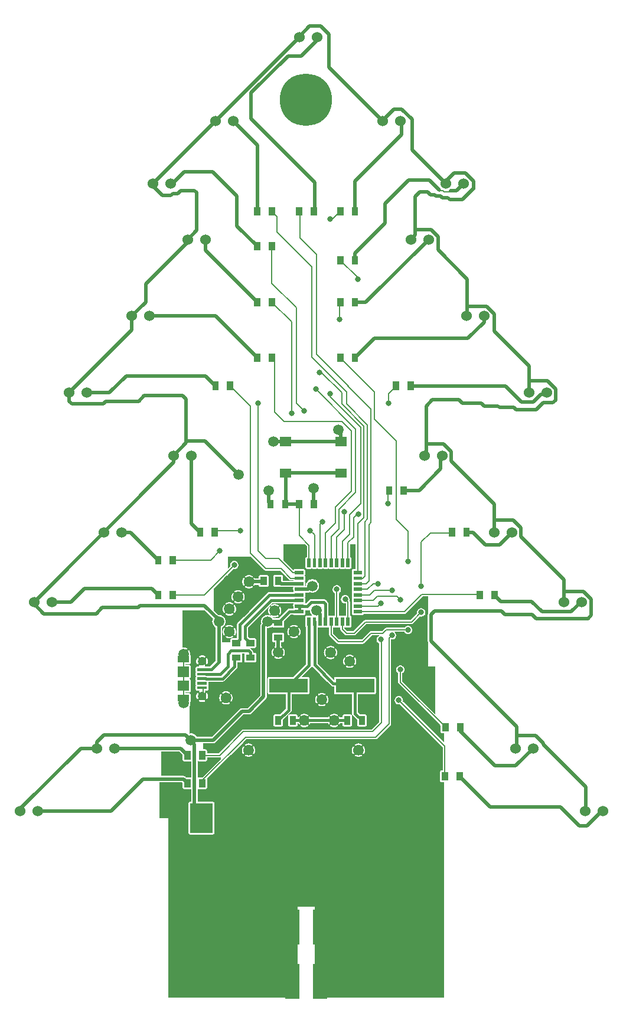
<source format=gbr>
G04 start of page 2 for group 0 idx 0 *
G04 Title: (unknown), top *
G04 Creator: pcb 20140316 *
G04 CreationDate: Wed 05 Dec 2018 13:19:10 GMT UTC *
G04 For: david *
G04 Format: Gerber/RS-274X *
G04 PCB-Dimensions (mil): 5803.15 7874.02 *
G04 PCB-Coordinate-Origin: lower left *
%MOIN*%
%FSLAX25Y25*%
%LNTOP*%
%ADD33C,0.1968*%
%ADD32C,0.0335*%
%ADD31C,0.0433*%
%ADD30C,0.0280*%
%ADD29C,0.0315*%
%ADD28C,0.0591*%
%ADD27R,0.0512X0.0512*%
%ADD26R,0.0197X0.0197*%
%ADD25R,0.0787X0.0787*%
%ADD24R,0.0787X0.0787*%
%ADD23R,0.1260X0.1260*%
%ADD22R,0.0374X0.0374*%
%ADD21R,0.0590X0.0590*%
%ADD20R,0.0157X0.0157*%
%ADD19R,0.0354X0.0354*%
%ADD18C,0.2953*%
%ADD17C,0.0472*%
%ADD16C,0.0590*%
%ADD15C,0.0600*%
%ADD14C,0.0157*%
%ADD13C,0.0197*%
%ADD12C,0.0079*%
%ADD11C,0.0001*%
G54D11*G36*
X183756Y225394D02*X119094D01*
Y330709D01*
X130499D01*
X130506Y318348D01*
X130542Y318195D01*
X130603Y318049D01*
X130685Y317915D01*
X130787Y317795D01*
X130907Y317693D01*
X131041Y317611D01*
X131186Y317551D01*
X131339Y317514D01*
X131496Y317505D01*
X144251Y317514D01*
X144404Y317551D01*
X144550Y317611D01*
X144684Y317693D01*
X144804Y317795D01*
X144906Y317915D01*
X144988Y318049D01*
X145048Y318195D01*
X145085Y318348D01*
X145094Y318505D01*
X145088Y330709D01*
X191929D01*
Y225394D01*
X183756D01*
G37*
G36*
X201772Y245480D02*Y335630D01*
X274606D01*
Y225394D01*
X201772D01*
Y245480D01*
G37*
G36*
X168307Y276575D02*Y308071D01*
X206693D01*
Y276575D01*
X168307D01*
G37*
G36*
X229478Y371260D02*X236174D01*
X236220Y371256D01*
X236406Y371271D01*
X236406Y371271D01*
X236587Y371314D01*
X236758Y371385D01*
X236917Y371482D01*
X237058Y371603D01*
X237088Y371639D01*
X243403Y377953D01*
X260827D01*
Y295276D01*
X229478D01*
Y363101D01*
X229487Y363108D01*
X229531Y363151D01*
X229566Y363202D01*
X229735Y363501D01*
X229873Y363815D01*
X229981Y364141D01*
X230059Y364475D01*
X230106Y364815D01*
X230122Y365157D01*
X230106Y365500D01*
X230059Y365840D01*
X229981Y366174D01*
X229873Y366500D01*
X229735Y366814D01*
X229570Y367115D01*
X229533Y367166D01*
X229489Y367210D01*
X229478Y367218D01*
Y371260D01*
G37*
G36*
X226380D02*X229478D01*
Y367218D01*
X229439Y367246D01*
X229383Y367275D01*
X229323Y367294D01*
X229262Y367304D01*
X229199Y367304D01*
X229138Y367294D01*
X229078Y367275D01*
X229023Y367246D01*
X228972Y367210D01*
X228928Y367165D01*
X228891Y367115D01*
X228863Y367059D01*
X228844Y367000D01*
X228834Y366938D01*
X228834Y366876D01*
X228844Y366814D01*
X228863Y366754D01*
X228892Y366699D01*
X229026Y366464D01*
X229134Y366216D01*
X229220Y365959D01*
X229281Y365696D01*
X229318Y365428D01*
X229331Y365157D01*
X229318Y364887D01*
X229281Y364619D01*
X229220Y364356D01*
X229134Y364099D01*
X229026Y363851D01*
X228895Y363614D01*
X228866Y363559D01*
X228847Y363500D01*
X228837Y363439D01*
X228837Y363377D01*
X228847Y363316D01*
X228866Y363257D01*
X228894Y363202D01*
X228930Y363152D01*
X228974Y363108D01*
X229024Y363071D01*
X229079Y363043D01*
X229138Y363024D01*
X229200Y363014D01*
X229262Y363014D01*
X229323Y363024D01*
X229382Y363043D01*
X229437Y363071D01*
X229478Y363101D01*
Y295276D01*
X226380D01*
Y361413D01*
X226721Y361429D01*
X227061Y361476D01*
X227395Y361554D01*
X227720Y361662D01*
X228035Y361800D01*
X228335Y361966D01*
X228386Y362002D01*
X228430Y362046D01*
X228467Y362097D01*
X228495Y362153D01*
X228514Y362212D01*
X228524Y362274D01*
X228524Y362336D01*
X228514Y362398D01*
X228495Y362457D01*
X228467Y362513D01*
X228430Y362563D01*
X228386Y362607D01*
X228335Y362644D01*
X228280Y362673D01*
X228220Y362692D01*
X228158Y362702D01*
X228096Y362702D01*
X228034Y362692D01*
X227975Y362672D01*
X227920Y362643D01*
X227685Y362510D01*
X227437Y362401D01*
X227180Y362316D01*
X226916Y362254D01*
X226648Y362217D01*
X226380Y362205D01*
Y368110D01*
X226648Y368098D01*
X226916Y368061D01*
X227180Y367999D01*
X227437Y367914D01*
X227685Y367805D01*
X227922Y367675D01*
X227976Y367645D01*
X228035Y367626D01*
X228096Y367617D01*
X228158Y367617D01*
X228219Y367626D01*
X228278Y367645D01*
X228334Y367673D01*
X228384Y367710D01*
X228428Y367754D01*
X228464Y367804D01*
X228492Y367859D01*
X228511Y367918D01*
X228521Y367979D01*
X228521Y368041D01*
X228511Y368102D01*
X228492Y368161D01*
X228464Y368216D01*
X228428Y368267D01*
X228384Y368310D01*
X228333Y368346D01*
X228035Y368515D01*
X227720Y368653D01*
X227395Y368761D01*
X227061Y368839D01*
X226721Y368886D01*
X226380Y368902D01*
Y371260D01*
G37*
G36*
X223278D02*X226380D01*
Y368902D01*
X226378Y368902D01*
X226035Y368886D01*
X225695Y368839D01*
X225361Y368761D01*
X225035Y368653D01*
X224721Y368515D01*
X224421Y368349D01*
X224370Y368313D01*
X224326Y368269D01*
X224289Y368218D01*
X224261Y368162D01*
X224241Y368103D01*
X224232Y368041D01*
X224232Y367979D01*
X224242Y367917D01*
X224261Y367858D01*
X224289Y367802D01*
X224326Y367752D01*
X224370Y367707D01*
X224421Y367671D01*
X224476Y367642D01*
X224536Y367623D01*
X224597Y367613D01*
X224660Y367613D01*
X224722Y367623D01*
X224781Y367643D01*
X224836Y367672D01*
X225071Y367805D01*
X225319Y367914D01*
X225576Y367999D01*
X225840Y368061D01*
X226108Y368098D01*
X226378Y368110D01*
X226380Y368110D01*
Y362205D01*
X226378Y362205D01*
X226108Y362217D01*
X225840Y362254D01*
X225576Y362316D01*
X225319Y362401D01*
X225071Y362510D01*
X224834Y362640D01*
X224780Y362670D01*
X224721Y362689D01*
X224660Y362698D01*
X224598Y362698D01*
X224536Y362689D01*
X224477Y362670D01*
X224422Y362642D01*
X224372Y362605D01*
X224328Y362561D01*
X224292Y362511D01*
X224264Y362456D01*
X224245Y362397D01*
X224235Y362336D01*
X224235Y362274D01*
X224244Y362213D01*
X224264Y362154D01*
X224292Y362098D01*
X224328Y362048D01*
X224372Y362005D01*
X224423Y361969D01*
X224721Y361800D01*
X225035Y361662D01*
X225361Y361554D01*
X225695Y361476D01*
X226035Y361429D01*
X226378Y361413D01*
X226380Y361413D01*
Y295276D01*
X223278D01*
Y363097D01*
X223317Y363069D01*
X223373Y363040D01*
X223432Y363021D01*
X223494Y363011D01*
X223557Y363011D01*
X223618Y363021D01*
X223678Y363040D01*
X223733Y363069D01*
X223784Y363105D01*
X223828Y363150D01*
X223865Y363200D01*
X223893Y363256D01*
X223912Y363315D01*
X223922Y363377D01*
X223922Y363439D01*
X223912Y363501D01*
X223893Y363560D01*
X223863Y363615D01*
X223730Y363851D01*
X223622Y364099D01*
X223536Y364356D01*
X223475Y364619D01*
X223438Y364887D01*
X223425Y365157D01*
X223438Y365428D01*
X223475Y365696D01*
X223536Y365959D01*
X223622Y366216D01*
X223730Y366464D01*
X223861Y366701D01*
X223890Y366756D01*
X223909Y366815D01*
X223919Y366876D01*
X223919Y366938D01*
X223909Y366999D01*
X223890Y367058D01*
X223862Y367113D01*
X223826Y367163D01*
X223782Y367207D01*
X223732Y367244D01*
X223676Y367272D01*
X223618Y367291D01*
X223556Y367301D01*
X223494Y367301D01*
X223433Y367291D01*
X223374Y367272D01*
X223319Y367244D01*
X223278Y367214D01*
Y371260D01*
G37*
G36*
X171260Y295276D02*Y371260D01*
X223278D01*
Y367214D01*
X223269Y367207D01*
X223225Y367164D01*
X223190Y367113D01*
X223020Y366814D01*
X222883Y366500D01*
X222775Y366174D01*
X222697Y365840D01*
X222650Y365500D01*
X222634Y365157D01*
X222650Y364815D01*
X222697Y364475D01*
X222775Y364141D01*
X222883Y363815D01*
X223020Y363501D01*
X223186Y363200D01*
X223223Y363149D01*
X223267Y363105D01*
X223278Y363097D01*
Y295276D01*
X171260D01*
G37*
G36*
X274606Y327756D02*X229478D01*
Y363101D01*
X229487Y363108D01*
X229531Y363151D01*
X229566Y363202D01*
X229735Y363501D01*
X229873Y363815D01*
X229981Y364141D01*
X230059Y364475D01*
X230106Y364815D01*
X230122Y365157D01*
X230106Y365500D01*
X230059Y365840D01*
X229981Y366174D01*
X229873Y366500D01*
X229735Y366814D01*
X229570Y367115D01*
X229533Y367166D01*
X229489Y367210D01*
X229478Y367218D01*
Y371260D01*
X236174D01*
X236220Y371256D01*
X236406Y371271D01*
X236406Y371271D01*
X236587Y371314D01*
X236758Y371385D01*
X236917Y371482D01*
X237058Y371603D01*
X237088Y371639D01*
X244503Y379053D01*
X244539Y379084D01*
X244659Y379225D01*
X244659Y379225D01*
X244756Y379383D01*
X244828Y379555D01*
X244871Y379736D01*
X244886Y379921D01*
X244882Y379968D01*
Y401575D01*
X250298D01*
X272821Y379052D01*
X272828Y375434D01*
X272865Y375281D01*
X272925Y375136D01*
X273008Y375002D01*
X273110Y374882D01*
X273229Y374780D01*
X273364Y374698D01*
X273509Y374637D01*
X273662Y374601D01*
X273819Y374591D01*
X274606Y374593D01*
Y369584D01*
X251495Y392695D01*
X251553Y392936D01*
X251575Y393307D01*
X251553Y393678D01*
X251466Y394039D01*
X251324Y394383D01*
X251130Y394700D01*
X250888Y394983D01*
X250605Y395224D01*
X250288Y395418D01*
X249945Y395561D01*
X249583Y395647D01*
X249213Y395677D01*
X248842Y395647D01*
X248480Y395561D01*
X248137Y395418D01*
X247820Y395224D01*
X247537Y394983D01*
X247296Y394700D01*
X247101Y394383D01*
X246959Y394039D01*
X246872Y393678D01*
X246843Y393307D01*
X246872Y392936D01*
X246959Y392575D01*
X247101Y392231D01*
X247296Y391914D01*
X247537Y391632D01*
X247820Y391390D01*
X248137Y391196D01*
X248480Y391054D01*
X248842Y390967D01*
X249213Y390938D01*
X249583Y390967D01*
X249825Y391025D01*
X274016Y366833D01*
Y353748D01*
X273269Y353746D01*
X273116Y353709D01*
X272971Y353649D01*
X272836Y353567D01*
X272717Y353464D01*
X272615Y353345D01*
X272532Y353211D01*
X272472Y353065D01*
X272435Y352912D01*
X272426Y352755D01*
X272435Y347875D01*
X272472Y347722D01*
X272532Y347577D01*
X272615Y347443D01*
X272717Y347323D01*
X272836Y347221D01*
X272971Y347138D01*
X273116Y347078D01*
X273269Y347041D01*
X273426Y347032D01*
X274606Y347035D01*
Y327756D01*
G37*
G36*
X229478D02*X224409D01*
Y361978D01*
X224423Y361969D01*
X224721Y361800D01*
X225035Y361662D01*
X225361Y361554D01*
X225695Y361476D01*
X226035Y361429D01*
X226378Y361413D01*
X226721Y361429D01*
X227061Y361476D01*
X227395Y361554D01*
X227720Y361662D01*
X228035Y361800D01*
X228335Y361966D01*
X228386Y362002D01*
X228430Y362046D01*
X228467Y362097D01*
X228495Y362153D01*
X228514Y362212D01*
X228524Y362274D01*
X228524Y362336D01*
X228514Y362398D01*
X228495Y362457D01*
X228467Y362513D01*
X228430Y362563D01*
X228386Y362607D01*
X228335Y362644D01*
X228280Y362673D01*
X228220Y362692D01*
X228158Y362702D01*
X228096Y362702D01*
X228034Y362692D01*
X227975Y362672D01*
X227920Y362643D01*
X227685Y362510D01*
X227437Y362401D01*
X227180Y362316D01*
X226916Y362254D01*
X226648Y362217D01*
X226378Y362205D01*
X226108Y362217D01*
X225840Y362254D01*
X225576Y362316D01*
X225319Y362401D01*
X225071Y362510D01*
X224834Y362640D01*
X224780Y362670D01*
X224721Y362689D01*
X224660Y362698D01*
X224598Y362698D01*
X224536Y362689D01*
X224477Y362670D01*
X224422Y362642D01*
X224409Y362632D01*
Y367679D01*
X224421Y367671D01*
X224476Y367642D01*
X224536Y367623D01*
X224597Y367613D01*
X224660Y367613D01*
X224722Y367623D01*
X224781Y367643D01*
X224836Y367672D01*
X225071Y367805D01*
X225319Y367914D01*
X225576Y367999D01*
X225840Y368061D01*
X226108Y368098D01*
X226378Y368110D01*
X226648Y368098D01*
X226916Y368061D01*
X227180Y367999D01*
X227437Y367914D01*
X227685Y367805D01*
X227922Y367675D01*
X227976Y367645D01*
X228035Y367626D01*
X228096Y367617D01*
X228158Y367617D01*
X228219Y367626D01*
X228278Y367645D01*
X228334Y367673D01*
X228384Y367710D01*
X228428Y367754D01*
X228464Y367804D01*
X228492Y367859D01*
X228511Y367918D01*
X228521Y367979D01*
X228521Y368041D01*
X228511Y368102D01*
X228492Y368161D01*
X228464Y368216D01*
X228428Y368267D01*
X228384Y368310D01*
X228333Y368346D01*
X228035Y368515D01*
X227720Y368653D01*
X227395Y368761D01*
X227061Y368839D01*
X226721Y368886D01*
X226378Y368902D01*
X226035Y368886D01*
X225695Y368839D01*
X225361Y368761D01*
X225035Y368653D01*
X224721Y368515D01*
X224421Y368349D01*
X224409Y368341D01*
Y371260D01*
X229478D01*
Y367218D01*
X229439Y367246D01*
X229383Y367275D01*
X229323Y367294D01*
X229262Y367304D01*
X229199Y367304D01*
X229138Y367294D01*
X229078Y367275D01*
X229023Y367246D01*
X228972Y367210D01*
X228928Y367165D01*
X228891Y367115D01*
X228863Y367059D01*
X228844Y367000D01*
X228834Y366938D01*
X228834Y366876D01*
X228844Y366814D01*
X228863Y366754D01*
X228892Y366699D01*
X229026Y366464D01*
X229134Y366216D01*
X229220Y365959D01*
X229281Y365696D01*
X229318Y365428D01*
X229331Y365157D01*
X229318Y364887D01*
X229281Y364619D01*
X229220Y364356D01*
X229134Y364099D01*
X229026Y363851D01*
X228895Y363614D01*
X228866Y363559D01*
X228847Y363500D01*
X228837Y363439D01*
X228837Y363377D01*
X228847Y363316D01*
X228866Y363257D01*
X228894Y363202D01*
X228930Y363152D01*
X228974Y363108D01*
X229024Y363071D01*
X229079Y363043D01*
X229138Y363024D01*
X229200Y363014D01*
X229262Y363014D01*
X229323Y363024D01*
X229382Y363043D01*
X229437Y363071D01*
X229478Y363101D01*
Y327756D01*
G37*
G36*
X152559Y360731D02*Y344488D01*
X140959D01*
X140950Y348975D01*
X140922Y349094D01*
X152559Y360731D01*
G37*
G36*
X135630Y359225D02*X135707Y359134D01*
X135827Y359032D01*
X135961Y358949D01*
X136107Y358889D01*
X136260Y358852D01*
X136417Y358843D01*
X140117Y358852D01*
X140270Y358889D01*
X140415Y358949D01*
X140549Y359032D01*
X140669Y359134D01*
X140771Y359254D01*
X140854Y359388D01*
X140914Y359533D01*
X140950Y359686D01*
X140960Y359843D01*
X140958Y361024D01*
X147985D01*
X148031Y361020D01*
X148217Y361035D01*
X148398Y361078D01*
X148569Y361149D01*
X148622Y361181D01*
Y360135D01*
X138301Y349814D01*
X136260Y349809D01*
X136107Y349772D01*
X135961Y349712D01*
X135827Y349630D01*
X135707Y349527D01*
X135630Y349437D01*
Y359225D01*
G37*
G36*
X251563Y412402D02*X269685D01*
Y385529D01*
X251181Y404033D01*
Y408583D01*
X251393Y408713D01*
X251675Y408954D01*
X251917Y409237D01*
X252111Y409554D01*
X252254Y409898D01*
X252340Y410259D01*
X252362Y410630D01*
X252340Y411001D01*
X252254Y411362D01*
X252111Y411706D01*
X251917Y412023D01*
X251675Y412305D01*
X251563Y412402D01*
G37*
G36*
X167470Y371260D02*X176181D01*
Y327756D01*
X167470D01*
Y363101D01*
X167479Y363108D01*
X167523Y363151D01*
X167558Y363202D01*
X167728Y363501D01*
X167865Y363815D01*
X167973Y364141D01*
X168051Y364475D01*
X168098Y364815D01*
X168114Y365157D01*
X168098Y365500D01*
X168051Y365840D01*
X167973Y366174D01*
X167865Y366500D01*
X167728Y366814D01*
X167562Y367115D01*
X167525Y367166D01*
X167481Y367210D01*
X167470Y367218D01*
Y371260D01*
G37*
G36*
X164372D02*X167470D01*
Y367218D01*
X167431Y367246D01*
X167375Y367275D01*
X167316Y367294D01*
X167254Y367304D01*
X167191Y367304D01*
X167130Y367294D01*
X167070Y367275D01*
X167015Y367246D01*
X166964Y367210D01*
X166920Y367165D01*
X166883Y367115D01*
X166855Y367059D01*
X166836Y367000D01*
X166826Y366938D01*
X166826Y366876D01*
X166836Y366814D01*
X166855Y366754D01*
X166885Y366699D01*
X167018Y366464D01*
X167126Y366216D01*
X167212Y365959D01*
X167273Y365696D01*
X167310Y365428D01*
X167323Y365157D01*
X167310Y364887D01*
X167273Y364619D01*
X167212Y364356D01*
X167126Y364099D01*
X167018Y363851D01*
X166887Y363614D01*
X166858Y363559D01*
X166839Y363500D01*
X166829Y363439D01*
X166829Y363377D01*
X166839Y363316D01*
X166858Y363257D01*
X166886Y363202D01*
X166922Y363152D01*
X166966Y363108D01*
X167016Y363071D01*
X167072Y363043D01*
X167131Y363024D01*
X167192Y363014D01*
X167254Y363014D01*
X167315Y363024D01*
X167374Y363043D01*
X167429Y363071D01*
X167470Y363101D01*
Y327756D01*
X164372D01*
Y361413D01*
X164713Y361429D01*
X165053Y361476D01*
X165387Y361554D01*
X165713Y361662D01*
X166027Y361800D01*
X166327Y361966D01*
X166378Y362002D01*
X166422Y362046D01*
X166459Y362097D01*
X166487Y362153D01*
X166507Y362212D01*
X166516Y362274D01*
X166516Y362336D01*
X166507Y362398D01*
X166487Y362457D01*
X166459Y362513D01*
X166422Y362563D01*
X166378Y362607D01*
X166327Y362644D01*
X166272Y362673D01*
X166212Y362692D01*
X166151Y362702D01*
X166088Y362702D01*
X166026Y362692D01*
X165967Y362672D01*
X165912Y362643D01*
X165677Y362510D01*
X165429Y362401D01*
X165172Y362316D01*
X164908Y362254D01*
X164640Y362217D01*
X164372Y362205D01*
Y368110D01*
X164640Y368098D01*
X164908Y368061D01*
X165172Y367999D01*
X165429Y367914D01*
X165677Y367805D01*
X165914Y367675D01*
X165968Y367645D01*
X166027Y367626D01*
X166088Y367617D01*
X166150Y367617D01*
X166212Y367626D01*
X166271Y367645D01*
X166326Y367673D01*
X166376Y367710D01*
X166420Y367754D01*
X166456Y367804D01*
X166484Y367859D01*
X166503Y367918D01*
X166513Y367979D01*
X166513Y368041D01*
X166504Y368102D01*
X166484Y368161D01*
X166456Y368216D01*
X166420Y368267D01*
X166376Y368310D01*
X166325Y368346D01*
X166027Y368515D01*
X165713Y368653D01*
X165387Y368761D01*
X165053Y368839D01*
X164713Y368886D01*
X164372Y368902D01*
Y371260D01*
G37*
G36*
X161270Y369442D02*X163088Y371260D01*
X164372D01*
Y368902D01*
X164370Y368902D01*
X164027Y368886D01*
X163687Y368839D01*
X163353Y368761D01*
X163028Y368653D01*
X162713Y368515D01*
X162413Y368349D01*
X162362Y368313D01*
X162318Y368269D01*
X162281Y368218D01*
X162253Y368162D01*
X162234Y368103D01*
X162224Y368041D01*
X162224Y367979D01*
X162234Y367917D01*
X162253Y367858D01*
X162281Y367802D01*
X162318Y367752D01*
X162362Y367707D01*
X162413Y367671D01*
X162468Y367642D01*
X162528Y367623D01*
X162590Y367613D01*
X162652Y367613D01*
X162714Y367623D01*
X162773Y367643D01*
X162828Y367672D01*
X163063Y367805D01*
X163311Y367914D01*
X163568Y367999D01*
X163832Y368061D01*
X164100Y368098D01*
X164370Y368110D01*
X164372Y368110D01*
Y362205D01*
X164370Y362205D01*
X164100Y362217D01*
X163832Y362254D01*
X163568Y362316D01*
X163311Y362401D01*
X163063Y362510D01*
X162826Y362640D01*
X162772Y362670D01*
X162713Y362689D01*
X162652Y362698D01*
X162590Y362698D01*
X162529Y362689D01*
X162470Y362670D01*
X162414Y362642D01*
X162364Y362605D01*
X162320Y362561D01*
X162284Y362511D01*
X162256Y362456D01*
X162237Y362397D01*
X162227Y362336D01*
X162227Y362274D01*
X162237Y362213D01*
X162256Y362154D01*
X162284Y362098D01*
X162320Y362048D01*
X162364Y362005D01*
X162415Y361969D01*
X162713Y361800D01*
X163028Y361662D01*
X163353Y361554D01*
X163687Y361476D01*
X164027Y361429D01*
X164370Y361413D01*
X164372Y361413D01*
Y327756D01*
X161270D01*
Y363097D01*
X161309Y363069D01*
X161365Y363040D01*
X161425Y363021D01*
X161486Y363011D01*
X161549Y363011D01*
X161610Y363021D01*
X161670Y363040D01*
X161725Y363069D01*
X161776Y363105D01*
X161820Y363150D01*
X161857Y363200D01*
X161885Y363256D01*
X161904Y363315D01*
X161914Y363377D01*
X161914Y363439D01*
X161904Y363501D01*
X161885Y363560D01*
X161856Y363615D01*
X161722Y363851D01*
X161614Y364099D01*
X161528Y364356D01*
X161467Y364619D01*
X161430Y364887D01*
X161417Y365157D01*
X161430Y365428D01*
X161467Y365696D01*
X161528Y365959D01*
X161614Y366216D01*
X161722Y366464D01*
X161853Y366701D01*
X161882Y366756D01*
X161901Y366815D01*
X161911Y366876D01*
X161911Y366938D01*
X161901Y366999D01*
X161882Y367058D01*
X161854Y367113D01*
X161818Y367163D01*
X161774Y367207D01*
X161724Y367244D01*
X161669Y367272D01*
X161610Y367291D01*
X161548Y367301D01*
X161486Y367301D01*
X161425Y367291D01*
X161366Y367272D01*
X161311Y367244D01*
X161270Y367214D01*
Y369442D01*
G37*
G36*
X135630Y343477D02*X135707Y343386D01*
X135827Y343284D01*
X135961Y343201D01*
X136107Y343141D01*
X136260Y343104D01*
X136417Y343095D01*
X140117Y343104D01*
X140270Y343141D01*
X140415Y343201D01*
X140549Y343284D01*
X140669Y343386D01*
X140771Y343506D01*
X140854Y343640D01*
X140914Y343785D01*
X140950Y343938D01*
X140960Y344095D01*
X140950Y348975D01*
X140922Y349094D01*
X161270Y369442D01*
Y367214D01*
X161261Y367207D01*
X161217Y367164D01*
X161182Y367113D01*
X161013Y366814D01*
X160875Y366500D01*
X160767Y366174D01*
X160689Y365840D01*
X160642Y365500D01*
X160626Y365157D01*
X160642Y364815D01*
X160689Y364475D01*
X160767Y364141D01*
X160875Y363815D01*
X161013Y363501D01*
X161178Y363200D01*
X161215Y363149D01*
X161259Y363105D01*
X161270Y363097D01*
Y327756D01*
X145089D01*
X145085Y335196D01*
X145048Y335349D01*
X144988Y335494D01*
X144906Y335628D01*
X144804Y335748D01*
X144684Y335850D01*
X144550Y335932D01*
X144404Y335993D01*
X144251Y336029D01*
X144094Y336039D01*
X135630Y336033D01*
Y343477D01*
G37*
G36*
X154675Y408220D02*X157630Y411175D01*
X157680Y411218D01*
X157851Y411417D01*
X157851Y411417D01*
X157988Y411641D01*
X158089Y411884D01*
X158150Y412140D01*
X158171Y412402D01*
X171063D01*
Y396009D01*
X163833Y388780D01*
X160699D01*
X160630Y388785D01*
X160352Y388763D01*
X160081Y388698D01*
X159823Y388591D01*
X159585Y388446D01*
X159585Y388445D01*
X159373Y388264D01*
X159328Y388212D01*
X154675Y383558D01*
Y392629D01*
X154684Y392635D01*
X154728Y392679D01*
X154763Y392730D01*
X154932Y393028D01*
X155070Y393343D01*
X155178Y393668D01*
X155256Y394002D01*
X155303Y394342D01*
X155319Y394685D01*
X155303Y395028D01*
X155256Y395368D01*
X155178Y395702D01*
X155070Y396028D01*
X154932Y396342D01*
X154767Y396642D01*
X154730Y396693D01*
X154686Y396737D01*
X154675Y396745D01*
Y408220D01*
G37*
G36*
X151576Y405121D02*X154675Y408220D01*
Y396745D01*
X154635Y396774D01*
X154580Y396802D01*
X154520Y396822D01*
X154459Y396831D01*
X154396Y396831D01*
X154335Y396821D01*
X154275Y396802D01*
X154219Y396774D01*
X154169Y396737D01*
X154125Y396693D01*
X154088Y396642D01*
X154060Y396587D01*
X154040Y396527D01*
X154031Y396466D01*
X154031Y396403D01*
X154041Y396341D01*
X154060Y396282D01*
X154089Y396227D01*
X154223Y395992D01*
X154331Y395744D01*
X154417Y395487D01*
X154478Y395223D01*
X154515Y394955D01*
X154528Y394685D01*
X154515Y394415D01*
X154478Y394147D01*
X154417Y393883D01*
X154331Y393626D01*
X154223Y393378D01*
X154092Y393141D01*
X154063Y393087D01*
X154044Y393028D01*
X154034Y392967D01*
X154034Y392905D01*
X154044Y392844D01*
X154063Y392785D01*
X154091Y392729D01*
X154127Y392679D01*
X154171Y392635D01*
X154221Y392599D01*
X154276Y392571D01*
X154335Y392552D01*
X154396Y392542D01*
X154458Y392542D01*
X154520Y392552D01*
X154579Y392571D01*
X154634Y392599D01*
X154675Y392629D01*
Y383558D01*
X151576Y380460D01*
Y390941D01*
X151918Y390957D01*
X152258Y391004D01*
X152592Y391082D01*
X152917Y391190D01*
X153232Y391328D01*
X153532Y391493D01*
X153583Y391530D01*
X153627Y391574D01*
X153664Y391624D01*
X153692Y391680D01*
X153711Y391739D01*
X153721Y391801D01*
X153721Y391864D01*
X153711Y391925D01*
X153692Y391985D01*
X153664Y392040D01*
X153627Y392091D01*
X153583Y392135D01*
X153532Y392172D01*
X153476Y392200D01*
X153417Y392219D01*
X153355Y392229D01*
X153293Y392229D01*
X153231Y392219D01*
X153172Y392200D01*
X153117Y392171D01*
X152881Y392037D01*
X152634Y391929D01*
X152377Y391843D01*
X152113Y391782D01*
X151845Y391745D01*
X151576Y391732D01*
Y397638D01*
X151845Y397625D01*
X152113Y397588D01*
X152377Y397527D01*
X152634Y397441D01*
X152881Y397333D01*
X153118Y397202D01*
X153173Y397173D01*
X153232Y397154D01*
X153293Y397144D01*
X153355Y397144D01*
X153416Y397154D01*
X153475Y397173D01*
X153530Y397201D01*
X153581Y397237D01*
X153624Y397281D01*
X153661Y397331D01*
X153689Y397387D01*
X153708Y397445D01*
X153718Y397507D01*
X153718Y397569D01*
X153708Y397630D01*
X153689Y397689D01*
X153661Y397744D01*
X153625Y397794D01*
X153581Y397838D01*
X153530Y397873D01*
X153232Y398043D01*
X152917Y398180D01*
X152592Y398288D01*
X152258Y398366D01*
X151918Y398413D01*
X151576Y398429D01*
Y405121D01*
G37*
G36*
X148475Y403843D02*X149541D01*
X149606Y403837D01*
X149868Y403858D01*
X150124Y403919D01*
X150366Y404020D01*
X150591Y404157D01*
X150790Y404328D01*
X150833Y404378D01*
X151576Y405121D01*
Y398429D01*
X151575Y398429D01*
X151232Y398413D01*
X150892Y398366D01*
X150558Y398288D01*
X150232Y398180D01*
X149918Y398043D01*
X149617Y397877D01*
X149567Y397840D01*
X149523Y397796D01*
X149486Y397746D01*
X149458Y397690D01*
X149438Y397631D01*
X149429Y397569D01*
X149429Y397506D01*
X149438Y397445D01*
X149458Y397385D01*
X149486Y397330D01*
X149523Y397279D01*
X149567Y397235D01*
X149617Y397198D01*
X149673Y397170D01*
X149733Y397151D01*
X149794Y397141D01*
X149857Y397141D01*
X149918Y397151D01*
X149978Y397170D01*
X150033Y397200D01*
X150268Y397333D01*
X150516Y397441D01*
X150773Y397527D01*
X151036Y397588D01*
X151304Y397625D01*
X151575Y397638D01*
X151576Y397638D01*
Y391732D01*
X151575Y391732D01*
X151304Y391745D01*
X151036Y391782D01*
X150773Y391843D01*
X150516Y391929D01*
X150268Y392037D01*
X150031Y392168D01*
X149977Y392197D01*
X149918Y392216D01*
X149856Y392226D01*
X149794Y392226D01*
X149733Y392216D01*
X149674Y392197D01*
X149619Y392169D01*
X149569Y392133D01*
X149525Y392089D01*
X149489Y392039D01*
X149461Y391984D01*
X149441Y391925D01*
X149432Y391863D01*
X149432Y391801D01*
X149441Y391740D01*
X149460Y391681D01*
X149489Y391626D01*
X149525Y391576D01*
X149569Y391532D01*
X149620Y391497D01*
X149918Y391328D01*
X150232Y391190D01*
X150558Y391082D01*
X150892Y391004D01*
X151232Y390957D01*
X151575Y390941D01*
X151576Y390941D01*
Y380460D01*
X148475Y377358D01*
Y392625D01*
X148514Y392596D01*
X148570Y392568D01*
X148629Y392549D01*
X148691Y392539D01*
X148753Y392539D01*
X148815Y392549D01*
X148874Y392568D01*
X148930Y392596D01*
X148981Y392633D01*
X149025Y392677D01*
X149061Y392728D01*
X149090Y392783D01*
X149109Y392843D01*
X149119Y392904D01*
X149119Y392967D01*
X149109Y393029D01*
X149090Y393088D01*
X149060Y393143D01*
X148927Y393378D01*
X148818Y393626D01*
X148733Y393883D01*
X148672Y394147D01*
X148634Y394415D01*
X148622Y394685D01*
X148634Y394955D01*
X148672Y395223D01*
X148733Y395487D01*
X148818Y395744D01*
X148927Y395992D01*
X149058Y396229D01*
X149087Y396283D01*
X149106Y396342D01*
X149116Y396403D01*
X149116Y396465D01*
X149106Y396527D01*
X149087Y396585D01*
X149059Y396641D01*
X149022Y396691D01*
X148979Y396735D01*
X148928Y396771D01*
X148873Y396799D01*
X148814Y396818D01*
X148753Y396828D01*
X148691Y396828D01*
X148630Y396819D01*
X148571Y396799D01*
X148516Y396771D01*
X148475Y396741D01*
Y403843D01*
G37*
G36*
X140906Y398616D02*X141002Y398616D01*
X141156Y398653D01*
X141301Y398713D01*
X141435Y398795D01*
X141545Y398889D01*
X141555Y398898D01*
X141657Y399017D01*
X141739Y399151D01*
X141800Y399297D01*
X141836Y399450D01*
X141846Y399607D01*
X141836Y401338D01*
X141800Y401491D01*
X141739Y401636D01*
X141717Y401673D01*
X141739Y401710D01*
X141800Y401856D01*
X141836Y402009D01*
X141846Y402166D01*
X141837Y403843D01*
X148475D01*
Y396741D01*
X148466Y396735D01*
X148422Y396691D01*
X148386Y396640D01*
X148217Y396342D01*
X148080Y396028D01*
X147971Y395702D01*
X147893Y395368D01*
X147846Y395028D01*
X147831Y394685D01*
X147846Y394342D01*
X147893Y394002D01*
X147971Y393668D01*
X148080Y393343D01*
X148217Y393028D01*
X148383Y392728D01*
X148419Y392677D01*
X148464Y392633D01*
X148475Y392625D01*
Y377358D01*
X143754Y372638D01*
X140906D01*
Y393980D01*
X140937Y393988D01*
X141008Y394020D01*
X141072Y394062D01*
X141130Y394115D01*
X141178Y394175D01*
X141215Y394243D01*
X141332Y394514D01*
X141422Y394795D01*
X141486Y395083D01*
X141525Y395375D01*
X141538Y395670D01*
X141525Y395965D01*
X141486Y396257D01*
X141422Y396545D01*
X141332Y396826D01*
X141218Y397098D01*
X141180Y397166D01*
X141131Y397227D01*
X141074Y397279D01*
X141009Y397322D01*
X140938Y397354D01*
X140906Y397362D01*
Y398616D01*
G37*
G36*
X138190Y394554D02*X138216Y394543D01*
X138397Y394500D01*
X138582Y394485D01*
X138768Y394500D01*
X138948Y394543D01*
X139120Y394614D01*
X139279Y394711D01*
X139420Y394832D01*
X139541Y394973D01*
X139638Y395132D01*
X139709Y395304D01*
X139752Y395484D01*
X139763Y395670D01*
Y397912D01*
X139765Y397913D01*
X139814Y397974D01*
X139852Y398041D01*
X139880Y398113D01*
X139895Y398189D01*
X139899Y398267D01*
X139891Y398344D01*
X139870Y398418D01*
X139838Y398489D01*
X139796Y398554D01*
X139763Y398590D01*
Y398614D01*
X140906Y398616D01*
Y397362D01*
X140863Y397374D01*
X140785Y397383D01*
X140708Y397379D01*
X140631Y397363D01*
X140559Y397336D01*
X140491Y397297D01*
X140430Y397248D01*
X140378Y397191D01*
X140335Y397126D01*
X140303Y397055D01*
X140283Y396979D01*
X140274Y396902D01*
X140278Y396824D01*
X140294Y396748D01*
X140323Y396676D01*
X140405Y396485D01*
X140469Y396287D01*
X140514Y396084D01*
X140541Y395878D01*
X140551Y395670D01*
X140541Y395462D01*
X140514Y395256D01*
X140469Y395053D01*
X140405Y394854D01*
X140325Y394663D01*
X140296Y394591D01*
X140280Y394515D01*
X140277Y394438D01*
X140285Y394361D01*
X140306Y394286D01*
X140337Y394215D01*
X140380Y394150D01*
X140432Y394093D01*
X140492Y394045D01*
X140560Y394006D01*
X140632Y393979D01*
X140708Y393963D01*
X140785Y393959D01*
X140862Y393968D01*
X140906Y393980D01*
Y372638D01*
X138190D01*
Y392320D01*
X138483Y392333D01*
X138776Y392372D01*
X139064Y392437D01*
X139345Y392526D01*
X139617Y392640D01*
X139685Y392678D01*
X139745Y392727D01*
X139798Y392785D01*
X139840Y392850D01*
X139872Y392921D01*
X139893Y392996D01*
X139901Y393073D01*
X139898Y393151D01*
X139882Y393227D01*
X139854Y393300D01*
X139816Y393367D01*
X139767Y393428D01*
X139709Y393480D01*
X139644Y393523D01*
X139573Y393555D01*
X139498Y393575D01*
X139421Y393584D01*
X139343Y393580D01*
X139267Y393564D01*
X139195Y393535D01*
X139004Y393453D01*
X138806Y393390D01*
X138603Y393344D01*
X138396Y393317D01*
X138190Y393308D01*
Y394554D01*
G37*
G36*
X135471Y398610D02*X135532Y398607D01*
X136628Y398609D01*
X136579Y398555D01*
X136537Y398490D01*
X136505Y398419D01*
X136484Y398344D01*
X136476Y398267D01*
X136479Y398189D01*
X136495Y398113D01*
X136523Y398040D01*
X136561Y397972D01*
X136610Y397912D01*
X136668Y397859D01*
X136733Y397817D01*
X136804Y397785D01*
X136879Y397764D01*
X136956Y397756D01*
X137034Y397759D01*
X137110Y397775D01*
X137182Y397804D01*
X137373Y397887D01*
X137401Y397896D01*
Y395670D01*
X137412Y395484D01*
X137456Y395304D01*
X137527Y395132D01*
X137624Y394973D01*
X137745Y394832D01*
X137886Y394711D01*
X138044Y394614D01*
X138190Y394554D01*
Y393308D01*
X138189Y393308D01*
X137981Y393317D01*
X137774Y393344D01*
X137571Y393390D01*
X137373Y393453D01*
X137181Y393533D01*
X137110Y393562D01*
X137034Y393578D01*
X136956Y393582D01*
X136879Y393573D01*
X136805Y393553D01*
X136734Y393521D01*
X136669Y393478D01*
X136612Y393426D01*
X136563Y393366D01*
X136525Y393299D01*
X136498Y393226D01*
X136482Y393150D01*
X136478Y393073D01*
X136486Y392996D01*
X136507Y392921D01*
X136539Y392851D01*
X136581Y392786D01*
X136633Y392729D01*
X136694Y392680D01*
X136762Y392643D01*
X137032Y392526D01*
X137313Y392437D01*
X137601Y392372D01*
X137894Y392333D01*
X138189Y392320D01*
X138190Y392320D01*
Y372638D01*
X135471D01*
Y393977D01*
X135514Y393966D01*
X135592Y393957D01*
X135669Y393961D01*
X135746Y393977D01*
X135818Y394004D01*
X135886Y394043D01*
X135947Y394091D01*
X135999Y394149D01*
X136042Y394214D01*
X136074Y394285D01*
X136094Y394360D01*
X136103Y394438D01*
X136099Y394515D01*
X136083Y394591D01*
X136054Y394664D01*
X135972Y394854D01*
X135909Y395053D01*
X135863Y395256D01*
X135836Y395462D01*
X135827Y395670D01*
X135836Y395878D01*
X135863Y396084D01*
X135909Y396287D01*
X135972Y396485D01*
X136052Y396677D01*
X136081Y396749D01*
X136097Y396825D01*
X136100Y396902D01*
X136092Y396979D01*
X136072Y397054D01*
X136040Y397124D01*
X135997Y397189D01*
X135945Y397247D01*
X135885Y397295D01*
X135817Y397333D01*
X135745Y397361D01*
X135669Y397377D01*
X135592Y397380D01*
X135515Y397372D01*
X135471Y397360D01*
Y398610D01*
G37*
G36*
X134822Y412126D02*X134720Y412006D01*
X134638Y411872D01*
X134578Y411727D01*
X134541Y411574D01*
X134532Y411417D01*
X134541Y409686D01*
X134578Y409533D01*
X134638Y409387D01*
X134661Y409350D01*
X134638Y409313D01*
X134578Y409168D01*
X134541Y409015D01*
X134532Y408858D01*
X134541Y407127D01*
X134578Y406974D01*
X134638Y406828D01*
X134661Y406791D01*
X134638Y406754D01*
X134578Y406609D01*
X134541Y406456D01*
X134532Y406299D01*
X134541Y404568D01*
X134578Y404415D01*
X134638Y404269D01*
X134661Y404232D01*
X134638Y404195D01*
X134578Y404050D01*
X134541Y403897D01*
X134532Y403740D01*
X134541Y402009D01*
X134578Y401856D01*
X134638Y401710D01*
X134661Y401673D01*
X134638Y401636D01*
X134578Y401491D01*
X134541Y401338D01*
X134532Y401181D01*
X134541Y399450D01*
X134578Y399297D01*
X134638Y399151D01*
X134720Y399017D01*
X134822Y398898D01*
X134942Y398795D01*
X135076Y398713D01*
X135222Y398653D01*
X135375Y398616D01*
X135471Y398610D01*
Y397360D01*
X135440Y397351D01*
X135369Y397320D01*
X135305Y397277D01*
X135247Y397225D01*
X135199Y397165D01*
X135162Y397097D01*
X135045Y396826D01*
X134955Y396545D01*
X134891Y396257D01*
X134852Y395965D01*
X134839Y395670D01*
X134852Y395375D01*
X134891Y395083D01*
X134955Y394795D01*
X135045Y394514D01*
X135159Y394241D01*
X135197Y394174D01*
X135246Y394113D01*
X135303Y394061D01*
X135368Y394018D01*
X135439Y393986D01*
X135471Y393977D01*
Y372638D01*
X135191D01*
X134925Y373071D01*
X134543Y373519D01*
X134095Y373901D01*
X133593Y374209D01*
X133049Y374434D01*
X132477Y374572D01*
X131890Y374618D01*
X131303Y374572D01*
X130906Y374476D01*
Y389659D01*
X131078Y389940D01*
X131315Y390513D01*
X131460Y391115D01*
X131496Y391733D01*
X131469Y392203D01*
X131504Y392261D01*
X131565Y392407D01*
X131601Y392560D01*
X131611Y392717D01*
X131601Y396614D01*
X131565Y396767D01*
X131504Y396912D01*
X131422Y397046D01*
X131320Y397166D01*
X131200Y397268D01*
X131066Y397351D01*
X130921Y397411D01*
X130906Y397414D01*
Y397665D01*
X130920Y397668D01*
X131065Y397729D01*
X131200Y397811D01*
X131319Y397913D01*
X131422Y398033D01*
X131504Y398167D01*
X131564Y398312D01*
X131601Y398465D01*
X131610Y398622D01*
X131601Y404684D01*
X131564Y404837D01*
X131504Y404983D01*
X131422Y405117D01*
X131319Y405237D01*
X131200Y405339D01*
X131065Y405421D01*
X130920Y405481D01*
X130906Y405485D01*
Y405539D01*
X130920Y405542D01*
X131065Y405603D01*
X131200Y405685D01*
X131319Y405787D01*
X131422Y405907D01*
X131504Y406041D01*
X131564Y406186D01*
X131601Y406339D01*
X131610Y406496D01*
X131601Y412402D01*
X135350D01*
X135222Y412371D01*
X135076Y412311D01*
X134942Y412228D01*
X134822Y412126D01*
G37*
G36*
X224557Y383319D02*X225579Y382297D01*
X225584Y379371D01*
X225621Y379218D01*
X225681Y379073D01*
X225763Y378939D01*
X225866Y378819D01*
X225985Y378717D01*
X226120Y378635D01*
X226265Y378574D01*
X226418Y378538D01*
X226575Y378528D01*
X230275Y378538D01*
X230428Y378574D01*
X230573Y378635D01*
X230708Y378717D01*
X230827Y378819D01*
X230929Y378939D01*
X231012Y379073D01*
X231072Y379218D01*
X231109Y379371D01*
X231118Y379528D01*
X231109Y384408D01*
X231072Y384561D01*
X231012Y384707D01*
X230929Y384841D01*
X230827Y384961D01*
X230708Y385063D01*
X230573Y385145D01*
X230428Y385205D01*
X230275Y385242D01*
X230118Y385251D01*
X227353Y385244D01*
X226079Y386518D01*
Y396643D01*
X235393Y396647D01*
X235546Y396684D01*
X235692Y396744D01*
X235826Y396826D01*
X235946Y396929D01*
X236048Y397048D01*
X236130Y397182D01*
X236190Y397328D01*
X236227Y397481D01*
X236236Y397638D01*
X236227Y405669D01*
X236190Y405822D01*
X236130Y405967D01*
X236048Y406101D01*
X235946Y406221D01*
X235826Y406323D01*
X235692Y406406D01*
X235546Y406466D01*
X235393Y406503D01*
X235236Y406512D01*
X224557Y406507D01*
Y413298D01*
X224566Y413305D01*
X224610Y413348D01*
X224645Y413399D01*
X224814Y413697D01*
X224952Y414012D01*
X225060Y414337D01*
X225138Y414672D01*
X225185Y415012D01*
X225201Y415354D01*
X225185Y415697D01*
X225138Y416037D01*
X225060Y416371D01*
X224952Y416697D01*
X224814Y417011D01*
X224648Y417312D01*
X224612Y417362D01*
X224568Y417407D01*
X224557Y417415D01*
Y424213D01*
X238189D01*
Y381198D01*
X233763Y376772D01*
X224557D01*
Y383319D01*
G37*
G36*
Y406507D02*X221458Y406506D01*
Y411610D01*
X221799Y411626D01*
X222139Y411673D01*
X222474Y411751D01*
X222799Y411859D01*
X223114Y411997D01*
X223414Y412163D01*
X223465Y412199D01*
X223509Y412243D01*
X223546Y412294D01*
X223574Y412349D01*
X223593Y412409D01*
X223603Y412470D01*
X223603Y412533D01*
X223593Y412595D01*
X223574Y412654D01*
X223545Y412710D01*
X223509Y412760D01*
X223465Y412804D01*
X223414Y412841D01*
X223358Y412869D01*
X223299Y412889D01*
X223237Y412898D01*
X223175Y412898D01*
X223113Y412889D01*
X223054Y412869D01*
X222999Y412840D01*
X222763Y412706D01*
X222515Y412598D01*
X222259Y412513D01*
X221995Y412451D01*
X221727Y412414D01*
X221458Y412402D01*
Y418307D01*
X221727Y418295D01*
X221995Y418258D01*
X222259Y418196D01*
X222515Y418111D01*
X222763Y418002D01*
X223000Y417871D01*
X223055Y417842D01*
X223114Y417823D01*
X223175Y417813D01*
X223237Y417813D01*
X223298Y417823D01*
X223357Y417842D01*
X223412Y417870D01*
X223463Y417907D01*
X223506Y417951D01*
X223543Y418001D01*
X223571Y418056D01*
X223590Y418115D01*
X223600Y418176D01*
X223600Y418238D01*
X223590Y418299D01*
X223571Y418358D01*
X223543Y418413D01*
X223507Y418463D01*
X223463Y418507D01*
X223412Y418543D01*
X223114Y418712D01*
X222799Y418849D01*
X222474Y418958D01*
X222139Y419036D01*
X221799Y419083D01*
X221458Y419098D01*
Y424213D01*
X224557D01*
Y417415D01*
X224517Y417443D01*
X224462Y417472D01*
X224402Y417491D01*
X224341Y417501D01*
X224278Y417501D01*
X224216Y417491D01*
X224157Y417471D01*
X224101Y417443D01*
X224051Y417406D01*
X224007Y417362D01*
X223970Y417312D01*
X223942Y417256D01*
X223922Y417197D01*
X223913Y417135D01*
X223913Y417072D01*
X223922Y417011D01*
X223942Y416951D01*
X223971Y416896D01*
X224105Y416661D01*
X224213Y416413D01*
X224298Y416156D01*
X224360Y415893D01*
X224397Y415625D01*
X224409Y415354D01*
X224397Y415084D01*
X224360Y414816D01*
X224298Y414552D01*
X224213Y414296D01*
X224105Y414048D01*
X223974Y413811D01*
X223945Y413756D01*
X223925Y413697D01*
X223916Y413636D01*
X223916Y413574D01*
X223925Y413513D01*
X223945Y413454D01*
X223973Y413399D01*
X224009Y413349D01*
X224053Y413305D01*
X224103Y413268D01*
X224158Y413240D01*
X224217Y413221D01*
X224278Y413211D01*
X224340Y413211D01*
X224402Y413221D01*
X224460Y413240D01*
X224516Y413268D01*
X224557Y413298D01*
Y406507D01*
G37*
G36*
X221458Y396641D02*X222740Y396642D01*
Y385892D01*
X222735Y385827D01*
X222756Y385565D01*
X222817Y385309D01*
X222918Y385067D01*
X223055Y384843D01*
X223055Y384843D01*
X223225Y384643D01*
X223275Y384600D01*
X224557Y383319D01*
Y376772D01*
X221458D01*
Y378536D01*
X222008Y378538D01*
X222161Y378574D01*
X222306Y378635D01*
X222441Y378717D01*
X222560Y378819D01*
X222662Y378939D01*
X222745Y379073D01*
X222805Y379218D01*
X222842Y379371D01*
X222851Y379528D01*
X222842Y384408D01*
X222805Y384561D01*
X222745Y384707D01*
X222662Y384841D01*
X222560Y384961D01*
X222441Y385063D01*
X222306Y385145D01*
X222161Y385205D01*
X222008Y385242D01*
X221851Y385251D01*
X221458Y385250D01*
Y396641D01*
G37*
G36*
Y376772D02*X212600D01*
Y378146D01*
X212941Y378161D01*
X213281Y378208D01*
X213615Y378286D01*
X213941Y378395D01*
X214255Y378532D01*
X214556Y378698D01*
X214606Y378734D01*
X214651Y378779D01*
X214687Y378829D01*
X214716Y378885D01*
X214735Y378944D01*
X214745Y379006D01*
X214745Y379068D01*
X214735Y379130D01*
X214716Y379189D01*
X214687Y379245D01*
X214650Y379296D01*
X214606Y379340D01*
X214556Y379376D01*
X214500Y379405D01*
X214441Y379424D01*
X214379Y379434D01*
X214317Y379434D01*
X214255Y379424D01*
X214195Y379405D01*
X214140Y379375D01*
X213905Y379242D01*
X213657Y379133D01*
X213400Y379048D01*
X213137Y378987D01*
X212869Y378949D01*
X212600Y378937D01*
Y380220D01*
X215065D01*
X215057Y380171D01*
X215057Y380109D01*
X215067Y380048D01*
X215086Y379989D01*
X215114Y379934D01*
X215151Y379884D01*
X215195Y379840D01*
X215245Y379804D01*
X215300Y379776D01*
X215359Y379756D01*
X215420Y379747D01*
X215482Y379747D01*
X215543Y379756D01*
X215602Y379775D01*
X215657Y379804D01*
X215708Y379840D01*
X215751Y379884D01*
X215787Y379935D01*
X215949Y380220D01*
X217316D01*
X217317Y379371D01*
X217354Y379218D01*
X217414Y379073D01*
X217496Y378939D01*
X217599Y378819D01*
X217718Y378717D01*
X217853Y378635D01*
X217998Y378574D01*
X218151Y378538D01*
X218308Y378528D01*
X221458Y378536D01*
Y376772D01*
G37*
G36*
Y406506D02*X218357Y406505D01*
Y413294D01*
X218396Y413265D01*
X218452Y413237D01*
X218511Y413218D01*
X218573Y413208D01*
X218635Y413208D01*
X218697Y413218D01*
X218756Y413237D01*
X218812Y413266D01*
X218863Y413302D01*
X218907Y413346D01*
X218943Y413397D01*
X218972Y413453D01*
X218991Y413512D01*
X219001Y413574D01*
X219001Y413636D01*
X218991Y413698D01*
X218972Y413757D01*
X218942Y413812D01*
X218809Y414048D01*
X218700Y414296D01*
X218615Y414552D01*
X218553Y414816D01*
X218516Y415084D01*
X218504Y415354D01*
X218516Y415625D01*
X218553Y415893D01*
X218615Y416156D01*
X218700Y416413D01*
X218809Y416661D01*
X218940Y416898D01*
X218969Y416953D01*
X218988Y417011D01*
X218998Y417073D01*
X218998Y417135D01*
X218988Y417196D01*
X218969Y417255D01*
X218941Y417310D01*
X218904Y417360D01*
X218861Y417404D01*
X218810Y417440D01*
X218755Y417469D01*
X218696Y417488D01*
X218635Y417497D01*
X218573Y417497D01*
X218512Y417488D01*
X218453Y417469D01*
X218398Y417441D01*
X218357Y417411D01*
Y424213D01*
X221458D01*
Y419098D01*
X221457Y419098D01*
X221114Y419083D01*
X220774Y419036D01*
X220440Y418958D01*
X220114Y418849D01*
X219800Y418712D01*
X219499Y418546D01*
X219449Y418510D01*
X219404Y418465D01*
X219368Y418415D01*
X219339Y418359D01*
X219320Y418300D01*
X219310Y418238D01*
X219310Y418176D01*
X219320Y418114D01*
X219340Y418055D01*
X219368Y417999D01*
X219405Y417948D01*
X219449Y417904D01*
X219499Y417868D01*
X219555Y417839D01*
X219614Y417820D01*
X219676Y417810D01*
X219739Y417810D01*
X219800Y417820D01*
X219860Y417839D01*
X219915Y417869D01*
X220150Y418002D01*
X220398Y418111D01*
X220655Y418196D01*
X220918Y418258D01*
X221186Y418295D01*
X221457Y418307D01*
X221458Y418307D01*
Y412402D01*
X221457Y412402D01*
X221186Y412414D01*
X220918Y412451D01*
X220655Y412513D01*
X220398Y412598D01*
X220150Y412706D01*
X219913Y412837D01*
X219858Y412866D01*
X219800Y412886D01*
X219738Y412895D01*
X219676Y412895D01*
X219615Y412886D01*
X219556Y412866D01*
X219501Y412838D01*
X219451Y412802D01*
X219407Y412758D01*
X219371Y412708D01*
X219342Y412653D01*
X219323Y412594D01*
X219314Y412533D01*
X219314Y412471D01*
X219323Y412410D01*
X219342Y412351D01*
X219370Y412295D01*
X219407Y412245D01*
X219451Y412201D01*
X219501Y412166D01*
X219800Y411997D01*
X220114Y411859D01*
X220440Y411751D01*
X220774Y411673D01*
X221114Y411626D01*
X221457Y411610D01*
X221458Y411610D01*
Y406506D01*
G37*
G36*
X218357Y406505D02*X213730Y406503D01*
Y418219D01*
X213739Y418226D01*
X213783Y418270D01*
X213818Y418320D01*
X213987Y418619D01*
X214125Y418933D01*
X214233Y419259D01*
X214311Y419593D01*
X214358Y419933D01*
X214374Y420276D01*
X214358Y420618D01*
X214311Y420958D01*
X214233Y421292D01*
X214125Y421618D01*
X213987Y421932D01*
X213822Y422233D01*
X213785Y422284D01*
X213741Y422328D01*
X213730Y422336D01*
Y424213D01*
X218357D01*
Y417411D01*
X218348Y417404D01*
X218304Y417360D01*
X218268Y417310D01*
X218099Y417011D01*
X217962Y416697D01*
X217853Y416371D01*
X217775Y416037D01*
X217728Y415697D01*
X217713Y415354D01*
X217728Y415012D01*
X217775Y414672D01*
X217853Y414337D01*
X217962Y414012D01*
X218099Y413697D01*
X218265Y413397D01*
X218301Y413346D01*
X218346Y413302D01*
X218357Y413294D01*
Y406505D01*
G37*
G36*
X213730Y406503D02*X213426Y406503D01*
X213272Y406466D01*
X213127Y406406D01*
X212993Y406323D01*
X212873Y406221D01*
X212771Y406101D01*
X212689Y405967D01*
X212628Y405822D01*
X212600Y405703D01*
Y417093D01*
X212638Y417120D01*
X212682Y417164D01*
X212719Y417215D01*
X212747Y417271D01*
X212766Y417330D01*
X212776Y417392D01*
X212776Y417454D01*
X212766Y417516D01*
X212747Y417575D01*
X212719Y417631D01*
X212682Y417681D01*
X212638Y417726D01*
X212600Y417753D01*
Y422802D01*
X212636Y422828D01*
X212680Y422872D01*
X212716Y422922D01*
X212744Y422977D01*
X212763Y423036D01*
X212773Y423097D01*
X212773Y423159D01*
X212763Y423220D01*
X212744Y423279D01*
X212716Y423335D01*
X212680Y423385D01*
X212636Y423429D01*
X212600Y423454D01*
Y424213D01*
X213730D01*
Y422336D01*
X213691Y422364D01*
X213635Y422393D01*
X213575Y422412D01*
X213514Y422422D01*
X213451Y422422D01*
X213390Y422412D01*
X213330Y422393D01*
X213275Y422364D01*
X213224Y422328D01*
X213180Y422283D01*
X213143Y422233D01*
X213115Y422177D01*
X213096Y422118D01*
X213086Y422056D01*
X213086Y421994D01*
X213096Y421932D01*
X213115Y421873D01*
X213144Y421818D01*
X213278Y421582D01*
X213386Y421334D01*
X213472Y421078D01*
X213533Y420814D01*
X213570Y420546D01*
X213583Y420276D01*
X213570Y420005D01*
X213533Y419737D01*
X213472Y419474D01*
X213386Y419217D01*
X213278Y418969D01*
X213147Y418732D01*
X213118Y418677D01*
X213099Y418618D01*
X213089Y418557D01*
X213089Y418495D01*
X213099Y418434D01*
X213118Y418375D01*
X213146Y418320D01*
X213182Y418270D01*
X213226Y418226D01*
X213276Y418189D01*
X213331Y418161D01*
X213390Y418142D01*
X213452Y418132D01*
X213514Y418132D01*
X213575Y418142D01*
X213634Y418161D01*
X213689Y418189D01*
X213730Y418219D01*
Y406503D01*
G37*
G36*
X212600Y397446D02*X212628Y397328D01*
X212689Y397182D01*
X212771Y397048D01*
X212873Y396929D01*
X212993Y396826D01*
X213127Y396744D01*
X213272Y396684D01*
X213426Y396647D01*
X213582Y396638D01*
X221458Y396641D01*
Y385250D01*
X218151Y385242D01*
X217998Y385205D01*
X217853Y385145D01*
X217718Y385063D01*
X217599Y384961D01*
X217496Y384841D01*
X217414Y384707D01*
X217354Y384561D01*
X217317Y384408D01*
X217308Y384251D01*
X217309Y383559D01*
X215949D01*
X215790Y383847D01*
X215754Y383898D01*
X215710Y383942D01*
X215659Y383979D01*
X215603Y384007D01*
X215544Y384026D01*
X215482Y384036D01*
X215420Y384036D01*
X215358Y384026D01*
X215299Y384007D01*
X215243Y383979D01*
X215193Y383942D01*
X215148Y383898D01*
X215112Y383847D01*
X215083Y383791D01*
X215064Y383732D01*
X215054Y383670D01*
X215054Y383608D01*
X215062Y383559D01*
X212600D01*
Y384842D01*
X212869Y384830D01*
X213137Y384793D01*
X213400Y384732D01*
X213657Y384646D01*
X213905Y384538D01*
X214142Y384407D01*
X214197Y384378D01*
X214256Y384359D01*
X214317Y384349D01*
X214379Y384349D01*
X214440Y384358D01*
X214499Y384378D01*
X214554Y384406D01*
X214604Y384442D01*
X214648Y384486D01*
X214685Y384536D01*
X214713Y384591D01*
X214732Y384650D01*
X214742Y384711D01*
X214742Y384773D01*
X214732Y384835D01*
X214713Y384894D01*
X214685Y384949D01*
X214648Y384999D01*
X214604Y385043D01*
X214554Y385078D01*
X214255Y385247D01*
X213941Y385385D01*
X213615Y385493D01*
X213281Y385571D01*
X212941Y385618D01*
X212600Y385634D01*
Y397446D01*
G37*
G36*
Y376772D02*X204724D01*
Y380220D01*
X209248D01*
X209407Y379932D01*
X209443Y379882D01*
X209487Y379838D01*
X209538Y379801D01*
X209593Y379773D01*
X209653Y379753D01*
X209715Y379744D01*
X209777Y379744D01*
X209839Y379753D01*
X209898Y379773D01*
X209954Y379801D01*
X210004Y379838D01*
X210048Y379882D01*
X210085Y379932D01*
X210113Y379988D01*
X210133Y380048D01*
X210142Y380109D01*
X210142Y380172D01*
X210135Y380220D01*
X212600D01*
Y378937D01*
X212598Y378937D01*
X212328Y378949D01*
X212060Y378987D01*
X211796Y379048D01*
X211540Y379133D01*
X211292Y379242D01*
X211055Y379373D01*
X211000Y379402D01*
X210941Y379421D01*
X210880Y379431D01*
X210818Y379431D01*
X210757Y379421D01*
X210698Y379402D01*
X210643Y379374D01*
X210593Y379337D01*
X210549Y379294D01*
X210512Y379243D01*
X210484Y379188D01*
X210465Y379129D01*
X210455Y379068D01*
X210455Y379006D01*
X210465Y378945D01*
X210484Y378886D01*
X210512Y378831D01*
X210549Y378781D01*
X210592Y378737D01*
X210643Y378701D01*
X210942Y378532D01*
X211256Y378395D01*
X211582Y378286D01*
X211916Y378208D01*
X212256Y378161D01*
X212598Y378146D01*
X212600Y378146D01*
Y376772D01*
G37*
G36*
Y405703D02*X212592Y405669D01*
X212582Y405512D01*
X212583Y404738D01*
X207530Y409791D01*
Y418215D01*
X207569Y418187D01*
X207625Y418158D01*
X207684Y418139D01*
X207746Y418129D01*
X207809Y418129D01*
X207870Y418139D01*
X207930Y418158D01*
X207985Y418187D01*
X208036Y418224D01*
X208080Y418268D01*
X208117Y418318D01*
X208145Y418374D01*
X208164Y418433D01*
X208174Y418495D01*
X208174Y418558D01*
X208164Y418619D01*
X208145Y418679D01*
X208115Y418734D01*
X207982Y418969D01*
X207874Y419217D01*
X207788Y419474D01*
X207727Y419737D01*
X207690Y420005D01*
X207677Y420276D01*
X207690Y420546D01*
X207727Y420814D01*
X207788Y421078D01*
X207874Y421334D01*
X207982Y421582D01*
X208113Y421819D01*
X208142Y421874D01*
X208161Y421933D01*
X208171Y421994D01*
X208171Y422056D01*
X208161Y422117D01*
X208142Y422176D01*
X208114Y422231D01*
X208078Y422281D01*
X208034Y422325D01*
X207984Y422362D01*
X207928Y422390D01*
X207869Y422409D01*
X207808Y422419D01*
X207746Y422419D01*
X207685Y422409D01*
X207626Y422390D01*
X207571Y422362D01*
X207530Y422332D01*
Y424213D01*
X212600D01*
Y423454D01*
X212585Y423464D01*
X212287Y423633D01*
X211972Y423771D01*
X211647Y423879D01*
X211313Y423957D01*
X210973Y424004D01*
X210630Y424020D01*
X210287Y424004D01*
X209947Y423957D01*
X209613Y423879D01*
X209287Y423771D01*
X208973Y423633D01*
X208673Y423467D01*
X208622Y423431D01*
X208578Y423387D01*
X208541Y423336D01*
X208513Y423281D01*
X208493Y423221D01*
X208484Y423159D01*
X208484Y423097D01*
X208493Y423035D01*
X208513Y422976D01*
X208541Y422920D01*
X208578Y422870D01*
X208622Y422826D01*
X208673Y422789D01*
X208728Y422761D01*
X208788Y422741D01*
X208849Y422732D01*
X208912Y422732D01*
X208974Y422741D01*
X209033Y422761D01*
X209088Y422790D01*
X209323Y422923D01*
X209571Y423032D01*
X209828Y423117D01*
X210092Y423179D01*
X210360Y423216D01*
X210630Y423228D01*
X210900Y423216D01*
X211168Y423179D01*
X211432Y423117D01*
X211689Y423032D01*
X211937Y422923D01*
X212174Y422793D01*
X212228Y422764D01*
X212287Y422744D01*
X212348Y422735D01*
X212410Y422735D01*
X212471Y422744D01*
X212530Y422763D01*
X212586Y422792D01*
X212600Y422802D01*
Y417753D01*
X212587Y417762D01*
X212532Y417791D01*
X212472Y417810D01*
X212410Y417820D01*
X212348Y417820D01*
X212286Y417810D01*
X212227Y417791D01*
X212172Y417761D01*
X211937Y417628D01*
X211689Y417519D01*
X211432Y417434D01*
X211168Y417372D01*
X210900Y417335D01*
X210630Y417323D01*
X210360Y417335D01*
X210092Y417372D01*
X209828Y417434D01*
X209571Y417519D01*
X209323Y417628D01*
X209086Y417758D01*
X209032Y417788D01*
X208973Y417807D01*
X208912Y417817D01*
X208850Y417817D01*
X208788Y417807D01*
X208729Y417788D01*
X208674Y417760D01*
X208624Y417723D01*
X208580Y417679D01*
X208544Y417629D01*
X208516Y417574D01*
X208497Y417515D01*
X208487Y417454D01*
X208487Y417392D01*
X208496Y417331D01*
X208516Y417272D01*
X208544Y417217D01*
X208580Y417166D01*
X208624Y417123D01*
X208675Y417087D01*
X208973Y416918D01*
X209287Y416780D01*
X209613Y416672D01*
X209947Y416594D01*
X210287Y416547D01*
X210630Y416532D01*
X210973Y416547D01*
X211313Y416594D01*
X211647Y416672D01*
X211972Y416780D01*
X212287Y416918D01*
X212587Y417084D01*
X212600Y417093D01*
Y405703D01*
G37*
G36*
X207530Y409791D02*X204724Y412597D01*
Y424213D01*
X207530D01*
Y422332D01*
X207521Y422325D01*
X207477Y422282D01*
X207442Y422231D01*
X207272Y421932D01*
X207135Y421618D01*
X207027Y421292D01*
X206949Y420958D01*
X206902Y420618D01*
X206886Y420276D01*
X206902Y419933D01*
X206949Y419593D01*
X207027Y419259D01*
X207135Y418933D01*
X207272Y418619D01*
X207438Y418318D01*
X207475Y418268D01*
X207519Y418223D01*
X207530Y418215D01*
Y409791D01*
G37*
G36*
X208809Y403791D02*X210978Y401622D01*
X211021Y401572D01*
X211220Y401401D01*
X211221Y401401D01*
X211445Y401264D01*
X211687Y401163D01*
X211943Y401102D01*
X212205Y401081D01*
X212270Y401087D01*
X212588D01*
X212592Y397481D01*
X212600Y397446D01*
Y385634D01*
X212598Y385634D01*
X212256Y385618D01*
X211916Y385571D01*
X211582Y385493D01*
X211256Y385385D01*
X210942Y385247D01*
X210641Y385081D01*
X210590Y385045D01*
X210546Y385001D01*
X210510Y384950D01*
X210481Y384895D01*
X210462Y384835D01*
X210452Y384774D01*
X210452Y384711D01*
X210462Y384649D01*
X210481Y384590D01*
X210510Y384534D01*
X210546Y384484D01*
X210591Y384440D01*
X210641Y384403D01*
X210697Y384375D01*
X210756Y384355D01*
X210818Y384346D01*
X210880Y384346D01*
X210942Y384356D01*
X211001Y384375D01*
X211056Y384404D01*
X211292Y384538D01*
X211540Y384646D01*
X211796Y384732D01*
X212060Y384793D01*
X212328Y384830D01*
X212598Y384843D01*
X212600Y384842D01*
Y383559D01*
X210132D01*
X210139Y383608D01*
X210139Y383670D01*
X210130Y383731D01*
X210111Y383790D01*
X210082Y383845D01*
X210046Y383896D01*
X210002Y383939D01*
X209952Y383976D01*
X209897Y384004D01*
X209838Y384023D01*
X209777Y384033D01*
X209715Y384033D01*
X209654Y384023D01*
X209595Y384004D01*
X209539Y383976D01*
X209489Y383940D01*
X209445Y383896D01*
X209410Y383845D01*
X209248Y383559D01*
X208809D01*
Y391644D01*
X208818Y391651D01*
X208862Y391695D01*
X208897Y391746D01*
X209066Y392044D01*
X209204Y392358D01*
X209312Y392684D01*
X209390Y393018D01*
X209437Y393358D01*
X209453Y393701D01*
X209437Y394044D01*
X209390Y394383D01*
X209312Y394718D01*
X209204Y395043D01*
X209066Y395358D01*
X208900Y395658D01*
X208864Y395709D01*
X208820Y395753D01*
X208809Y395761D01*
Y403791D01*
G37*
G36*
X204724Y407875D02*X208809Y403791D01*
Y395761D01*
X208769Y395790D01*
X208714Y395818D01*
X208654Y395837D01*
X208593Y395847D01*
X208530Y395847D01*
X208468Y395837D01*
X208409Y395818D01*
X208353Y395790D01*
X208303Y395753D01*
X208259Y395709D01*
X208222Y395658D01*
X208194Y395602D01*
X208174Y395543D01*
X208165Y395481D01*
X208165Y395419D01*
X208174Y395357D01*
X208194Y395298D01*
X208223Y395243D01*
X208357Y395007D01*
X208465Y394760D01*
X208550Y394503D01*
X208612Y394239D01*
X208649Y393971D01*
X208661Y393701D01*
X208649Y393430D01*
X208612Y393162D01*
X208550Y392899D01*
X208465Y392642D01*
X208357Y392394D01*
X208226Y392157D01*
X208197Y392103D01*
X208177Y392044D01*
X208168Y391982D01*
X208168Y391920D01*
X208177Y391859D01*
X208197Y391800D01*
X208225Y391745D01*
X208261Y391695D01*
X208305Y391651D01*
X208355Y391615D01*
X208410Y391587D01*
X208469Y391567D01*
X208530Y391558D01*
X208592Y391558D01*
X208653Y391567D01*
X208712Y391586D01*
X208768Y391615D01*
X208809Y391644D01*
Y383559D01*
X204724D01*
Y390090D01*
X205026Y390019D01*
X205366Y389972D01*
X205709Y389957D01*
X206051Y389972D01*
X206391Y390019D01*
X206726Y390097D01*
X207051Y390206D01*
X207366Y390343D01*
X207666Y390509D01*
X207717Y390545D01*
X207761Y390590D01*
X207798Y390640D01*
X207826Y390696D01*
X207845Y390755D01*
X207855Y390817D01*
X207855Y390879D01*
X207845Y390941D01*
X207826Y391000D01*
X207797Y391056D01*
X207761Y391107D01*
X207717Y391151D01*
X207666Y391187D01*
X207610Y391216D01*
X207551Y391235D01*
X207489Y391245D01*
X207427Y391245D01*
X207365Y391235D01*
X207306Y391216D01*
X207251Y391186D01*
X207015Y391053D01*
X206767Y390944D01*
X206511Y390859D01*
X206247Y390798D01*
X205979Y390760D01*
X205709Y390748D01*
X205438Y390760D01*
X205170Y390798D01*
X204907Y390859D01*
X204724Y390920D01*
Y396482D01*
X204907Y396543D01*
X205170Y396604D01*
X205438Y396641D01*
X205709Y396654D01*
X205979Y396641D01*
X206247Y396604D01*
X206511Y396543D01*
X206767Y396457D01*
X207015Y396349D01*
X207252Y396218D01*
X207307Y396189D01*
X207366Y396170D01*
X207427Y396160D01*
X207489Y396160D01*
X207550Y396170D01*
X207609Y396189D01*
X207664Y396217D01*
X207714Y396253D01*
X207758Y396297D01*
X207795Y396347D01*
X207823Y396402D01*
X207842Y396461D01*
X207852Y396522D01*
X207852Y396584D01*
X207842Y396646D01*
X207823Y396705D01*
X207795Y396760D01*
X207758Y396810D01*
X207715Y396854D01*
X207664Y396889D01*
X207366Y397058D01*
X207051Y397196D01*
X206726Y397304D01*
X206391Y397382D01*
X206051Y397429D01*
X205709Y397445D01*
X205366Y397429D01*
X205026Y397382D01*
X204724Y397312D01*
Y407875D01*
G37*
G36*
Y412597D02*X203243Y414079D01*
Y424213D01*
X204724D01*
Y412597D01*
G37*
G36*
X195868Y424213D02*X196755D01*
Y413682D01*
X195868Y412795D01*
Y424213D01*
G37*
G36*
Y380220D02*X198333D01*
X198325Y380171D01*
X198325Y380109D01*
X198335Y380048D01*
X198354Y379989D01*
X198382Y379934D01*
X198419Y379884D01*
X198462Y379840D01*
X198512Y379804D01*
X198568Y379776D01*
X198627Y379756D01*
X198688Y379747D01*
X198750Y379747D01*
X198811Y379756D01*
X198870Y379775D01*
X198925Y379804D01*
X198975Y379840D01*
X199019Y379884D01*
X199055Y379935D01*
X199217Y380220D01*
X204724D01*
Y376772D01*
X195868D01*
Y378146D01*
X196209Y378161D01*
X196549Y378208D01*
X196883Y378286D01*
X197209Y378395D01*
X197523Y378532D01*
X197823Y378698D01*
X197874Y378734D01*
X197918Y378779D01*
X197955Y378829D01*
X197983Y378885D01*
X198003Y378944D01*
X198012Y379006D01*
X198012Y379068D01*
X198003Y379130D01*
X197983Y379189D01*
X197955Y379245D01*
X197918Y379296D01*
X197874Y379340D01*
X197823Y379376D01*
X197768Y379405D01*
X197708Y379424D01*
X197647Y379434D01*
X197584Y379434D01*
X197523Y379424D01*
X197463Y379405D01*
X197408Y379375D01*
X197173Y379242D01*
X196925Y379133D01*
X196668Y379048D01*
X196405Y378987D01*
X196136Y378949D01*
X195868Y378937D01*
Y380220D01*
G37*
G36*
X202609Y409991D02*X204724Y407875D01*
Y397312D01*
X204692Y397304D01*
X204366Y397196D01*
X204052Y397058D01*
X203751Y396893D01*
X203701Y396856D01*
X203656Y396812D01*
X203620Y396761D01*
X203591Y396706D01*
X203572Y396646D01*
X203562Y396585D01*
X203562Y396522D01*
X203572Y396460D01*
X203592Y396401D01*
X203620Y396345D01*
X203657Y396295D01*
X203701Y396251D01*
X203751Y396214D01*
X203807Y396186D01*
X203866Y396166D01*
X203928Y396157D01*
X203991Y396157D01*
X204052Y396167D01*
X204112Y396186D01*
X204167Y396215D01*
X204402Y396349D01*
X204650Y396457D01*
X204724Y396482D01*
Y390920D01*
X204650Y390944D01*
X204402Y391053D01*
X204165Y391184D01*
X204110Y391213D01*
X204052Y391232D01*
X203990Y391242D01*
X203928Y391242D01*
X203867Y391232D01*
X203808Y391213D01*
X203753Y391185D01*
X203703Y391148D01*
X203659Y391105D01*
X203623Y391054D01*
X203594Y390999D01*
X203575Y390940D01*
X203566Y390879D01*
X203566Y390817D01*
X203575Y390756D01*
X203594Y390697D01*
X203622Y390642D01*
X203659Y390592D01*
X203703Y390548D01*
X203753Y390512D01*
X204052Y390343D01*
X204366Y390206D01*
X204692Y390097D01*
X204724Y390090D01*
Y383559D01*
X202609D01*
Y391641D01*
X202648Y391612D01*
X202704Y391584D01*
X202763Y391564D01*
X202825Y391555D01*
X202887Y391555D01*
X202949Y391564D01*
X203008Y391584D01*
X203064Y391612D01*
X203115Y391649D01*
X203159Y391693D01*
X203195Y391743D01*
X203224Y391799D01*
X203243Y391859D01*
X203253Y391920D01*
X203253Y391983D01*
X203243Y392044D01*
X203224Y392104D01*
X203194Y392159D01*
X203061Y392394D01*
X202952Y392642D01*
X202867Y392899D01*
X202805Y393162D01*
X202768Y393430D01*
X202756Y393701D01*
X202768Y393971D01*
X202805Y394239D01*
X202867Y394503D01*
X202952Y394760D01*
X203061Y395007D01*
X203192Y395244D01*
X203221Y395299D01*
X203240Y395358D01*
X203250Y395419D01*
X203250Y395481D01*
X203240Y395542D01*
X203221Y395601D01*
X203193Y395656D01*
X203156Y395707D01*
X203112Y395750D01*
X203062Y395787D01*
X203007Y395815D01*
X202948Y395834D01*
X202887Y395844D01*
X202825Y395844D01*
X202764Y395834D01*
X202705Y395815D01*
X202650Y395787D01*
X202609Y395757D01*
Y409991D01*
G37*
G36*
X195868Y396646D02*X197991Y396647D01*
X198144Y396684D01*
X198290Y396744D01*
X198424Y396826D01*
X198544Y396929D01*
X198646Y397048D01*
X198728Y397182D01*
X198788Y397328D01*
X198825Y397481D01*
X198834Y397638D01*
X198825Y405669D01*
X198788Y405822D01*
X198728Y405967D01*
X198646Y406101D01*
X198544Y406221D01*
X198424Y406323D01*
X198290Y406406D01*
X198144Y406466D01*
X197991Y406503D01*
X197834Y406512D01*
X195868Y406511D01*
Y408073D01*
X199559Y411764D01*
X199608Y411807D01*
X199779Y412006D01*
X199779Y412007D01*
X199916Y412231D01*
X200017Y412473D01*
X200064Y412669D01*
X200081Y412627D01*
X200219Y412403D01*
X200219Y412403D01*
X200389Y412203D01*
X200439Y412161D01*
X202609Y409991D01*
Y395757D01*
X202600Y395751D01*
X202556Y395707D01*
X202520Y395656D01*
X202351Y395358D01*
X202214Y395043D01*
X202105Y394718D01*
X202027Y394383D01*
X201980Y394044D01*
X201965Y393701D01*
X201980Y393358D01*
X202027Y393018D01*
X202105Y392684D01*
X202214Y392358D01*
X202351Y392044D01*
X202517Y391743D01*
X202553Y391693D01*
X202598Y391649D01*
X202609Y391641D01*
Y383559D01*
X199217D01*
X199058Y383847D01*
X199021Y383898D01*
X198977Y383942D01*
X198927Y383979D01*
X198871Y384007D01*
X198812Y384026D01*
X198750Y384036D01*
X198688Y384036D01*
X198626Y384026D01*
X198566Y384007D01*
X198511Y383979D01*
X198460Y383942D01*
X198416Y383898D01*
X198379Y383847D01*
X198351Y383791D01*
X198332Y383732D01*
X198322Y383670D01*
X198322Y383608D01*
X198330Y383559D01*
X195868D01*
Y384842D01*
X196136Y384830D01*
X196405Y384793D01*
X196668Y384732D01*
X196925Y384646D01*
X197173Y384538D01*
X197410Y384407D01*
X197464Y384378D01*
X197523Y384359D01*
X197584Y384349D01*
X197646Y384349D01*
X197708Y384358D01*
X197767Y384378D01*
X197822Y384406D01*
X197872Y384442D01*
X197916Y384486D01*
X197952Y384536D01*
X197980Y384591D01*
X198000Y384650D01*
X198009Y384711D01*
X198009Y384773D01*
X198000Y384835D01*
X197980Y384894D01*
X197952Y384949D01*
X197916Y384999D01*
X197872Y385043D01*
X197821Y385078D01*
X197523Y385247D01*
X197209Y385385D01*
X196883Y385493D01*
X196549Y385571D01*
X196209Y385618D01*
X195868Y385634D01*
Y396646D01*
G37*
G36*
Y406511D02*X194305Y406510D01*
X195868Y408073D01*
Y406511D01*
G37*
G36*
X184202Y424213D02*X195868D01*
Y412795D01*
X189581Y406508D01*
X184202Y406506D01*
Y418416D01*
X184211Y418423D01*
X184255Y418466D01*
X184291Y418517D01*
X184460Y418816D01*
X184597Y419130D01*
X184706Y419456D01*
X184784Y419790D01*
X184831Y420130D01*
X184846Y420472D01*
X184831Y420815D01*
X184784Y421155D01*
X184706Y421489D01*
X184597Y421815D01*
X184460Y422129D01*
X184294Y422430D01*
X184258Y422480D01*
X184214Y422525D01*
X184202Y422533D01*
Y424213D01*
G37*
G36*
X181104Y418695D02*X181380Y418717D01*
X181652Y418782D01*
X181909Y418889D01*
X182147Y419035D01*
X182359Y419216D01*
X182540Y419428D01*
X182686Y419666D01*
X182792Y419923D01*
X182858Y420194D01*
X182874Y420472D01*
Y422931D01*
X182883Y422931D01*
X182944Y422941D01*
X183003Y422960D01*
X183058Y422988D01*
X183108Y423025D01*
X183152Y423069D01*
X183188Y423119D01*
X183217Y423174D01*
X183236Y423233D01*
X183245Y423294D01*
X183246Y423356D01*
X183236Y423417D01*
X183217Y423476D01*
X183189Y423531D01*
X183152Y423582D01*
X183108Y423625D01*
X183058Y423661D01*
X182874Y423765D01*
Y424213D01*
X184202D01*
Y422533D01*
X184163Y422561D01*
X184107Y422590D01*
X184048Y422609D01*
X183986Y422619D01*
X183924Y422619D01*
X183862Y422609D01*
X183803Y422590D01*
X183747Y422561D01*
X183697Y422524D01*
X183652Y422480D01*
X183616Y422430D01*
X183587Y422374D01*
X183568Y422315D01*
X183558Y422253D01*
X183558Y422191D01*
X183568Y422129D01*
X183587Y422069D01*
X183617Y422014D01*
X183750Y421779D01*
X183859Y421531D01*
X183944Y421274D01*
X184006Y421011D01*
X184043Y420743D01*
X184055Y420472D01*
X184043Y420202D01*
X184006Y419934D01*
X183944Y419670D01*
X183859Y419414D01*
X183750Y419166D01*
X183619Y418929D01*
X183590Y418874D01*
X183571Y418815D01*
X183561Y418754D01*
X183561Y418692D01*
X183571Y418631D01*
X183590Y418572D01*
X183618Y418517D01*
X183655Y418467D01*
X183699Y418423D01*
X183749Y418386D01*
X183804Y418358D01*
X183863Y418339D01*
X183924Y418329D01*
X183986Y418329D01*
X184047Y418339D01*
X184106Y418358D01*
X184161Y418386D01*
X184202Y418416D01*
Y406506D01*
X181104Y406505D01*
Y416728D01*
X181445Y416744D01*
X181785Y416791D01*
X182119Y416869D01*
X182445Y416977D01*
X182759Y417115D01*
X183060Y417281D01*
X183110Y417317D01*
X183155Y417361D01*
X183191Y417412D01*
X183220Y417467D01*
X183239Y417527D01*
X183249Y417589D01*
X183249Y417651D01*
X183239Y417713D01*
X183219Y417772D01*
X183191Y417828D01*
X183154Y417878D01*
X183110Y417922D01*
X183060Y417959D01*
X183004Y417987D01*
X182945Y418007D01*
X182883Y418016D01*
X182820Y418016D01*
X182759Y418007D01*
X182699Y417987D01*
X182644Y417958D01*
X182409Y417825D01*
X182161Y417716D01*
X181904Y417631D01*
X181641Y417569D01*
X181373Y417532D01*
X181104Y417520D01*
Y418695D01*
G37*
G36*
Y378533D02*X183031Y378538D01*
X183184Y378574D01*
X183329Y378635D01*
X183463Y378717D01*
X183583Y378819D01*
X183685Y378939D01*
X183768Y379073D01*
X183828Y379218D01*
X183865Y379371D01*
X183874Y379528D01*
X183869Y382295D01*
X188143Y386569D01*
X188192Y386612D01*
X188363Y386811D01*
X188363Y386812D01*
X188500Y387036D01*
X188601Y387278D01*
X188662Y387534D01*
X188683Y387796D01*
X188678Y387861D01*
Y396643D01*
X195868Y396646D01*
Y385634D01*
X195866Y385634D01*
X195523Y385618D01*
X195183Y385571D01*
X194849Y385493D01*
X194524Y385385D01*
X194209Y385247D01*
X193909Y385081D01*
X193858Y385045D01*
X193814Y385001D01*
X193777Y384950D01*
X193749Y384895D01*
X193730Y384835D01*
X193720Y384774D01*
X193720Y384711D01*
X193730Y384649D01*
X193749Y384590D01*
X193777Y384534D01*
X193814Y384484D01*
X193858Y384440D01*
X193909Y384403D01*
X193964Y384375D01*
X194024Y384355D01*
X194086Y384346D01*
X194148Y384346D01*
X194210Y384356D01*
X194269Y384375D01*
X194324Y384404D01*
X194559Y384538D01*
X194807Y384646D01*
X195064Y384732D01*
X195328Y384793D01*
X195596Y384830D01*
X195866Y384843D01*
X195868Y384842D01*
Y383559D01*
X193399D01*
X193407Y383608D01*
X193407Y383670D01*
X193397Y383731D01*
X193378Y383790D01*
X193350Y383845D01*
X193314Y383896D01*
X193270Y383939D01*
X193220Y383976D01*
X193165Y384004D01*
X193106Y384023D01*
X193044Y384033D01*
X192983Y384033D01*
X192921Y384023D01*
X192862Y384004D01*
X192807Y383976D01*
X192757Y383940D01*
X192713Y383896D01*
X192678Y383845D01*
X192516Y383559D01*
X192133D01*
X192132Y384408D01*
X192095Y384561D01*
X192035Y384707D01*
X191952Y384841D01*
X191850Y384961D01*
X191730Y385063D01*
X191596Y385145D01*
X191451Y385205D01*
X191298Y385242D01*
X191141Y385251D01*
X187441Y385242D01*
X187288Y385205D01*
X187142Y385145D01*
X187008Y385063D01*
X186889Y384961D01*
X186786Y384841D01*
X186704Y384707D01*
X186644Y384561D01*
X186607Y384408D01*
X186598Y384251D01*
X186607Y379371D01*
X186644Y379218D01*
X186704Y379073D01*
X186786Y378939D01*
X186889Y378819D01*
X187008Y378717D01*
X187142Y378635D01*
X187288Y378574D01*
X187441Y378538D01*
X187598Y378528D01*
X191298Y378538D01*
X191451Y378574D01*
X191596Y378635D01*
X191730Y378717D01*
X191850Y378819D01*
X191952Y378939D01*
X192035Y379073D01*
X192095Y379218D01*
X192132Y379371D01*
X192141Y379528D01*
X192140Y380220D01*
X192515D01*
X192674Y379932D01*
X192711Y379882D01*
X192755Y379838D01*
X192806Y379801D01*
X192861Y379773D01*
X192921Y379753D01*
X192982Y379744D01*
X193045Y379744D01*
X193106Y379753D01*
X193166Y379773D01*
X193221Y379801D01*
X193272Y379838D01*
X193316Y379882D01*
X193353Y379932D01*
X193381Y379988D01*
X193400Y380048D01*
X193410Y380109D01*
X193410Y380172D01*
X193402Y380220D01*
X195868D01*
Y378937D01*
X195866Y378937D01*
X195596Y378949D01*
X195328Y378987D01*
X195064Y379048D01*
X194807Y379133D01*
X194559Y379242D01*
X194323Y379373D01*
X194268Y379402D01*
X194209Y379421D01*
X194148Y379431D01*
X194086Y379431D01*
X194025Y379421D01*
X193966Y379402D01*
X193910Y379374D01*
X193860Y379337D01*
X193816Y379294D01*
X193780Y379243D01*
X193752Y379188D01*
X193733Y379129D01*
X193723Y379068D01*
X193723Y379006D01*
X193733Y378945D01*
X193752Y378886D01*
X193780Y378831D01*
X193816Y378781D01*
X193860Y378737D01*
X193911Y378701D01*
X194209Y378532D01*
X194524Y378395D01*
X194849Y378286D01*
X195183Y378208D01*
X195523Y378161D01*
X195866Y378146D01*
X195868Y378146D01*
Y376772D01*
X181104D01*
Y378533D01*
G37*
G36*
Y396640D02*X185339Y396642D01*
Y388487D01*
X182101Y385249D01*
X181104Y385247D01*
Y396640D01*
G37*
G36*
X178002Y424213D02*X179331D01*
Y423767D01*
X179145Y423664D01*
X179094Y423628D01*
X179050Y423584D01*
X179013Y423533D01*
X178985Y423477D01*
X178966Y423418D01*
X178956Y423356D01*
X178956Y423294D01*
X178966Y423232D01*
X178985Y423173D01*
X179014Y423117D01*
X179050Y423067D01*
X179095Y423022D01*
X179145Y422986D01*
X179201Y422957D01*
X179260Y422938D01*
X179322Y422928D01*
X179331Y422928D01*
Y420472D01*
X179347Y420194D01*
X179412Y419923D01*
X179519Y419666D01*
X179665Y419428D01*
X179846Y419216D01*
X180058Y419035D01*
X180296Y418889D01*
X180553Y418782D01*
X180824Y418717D01*
X181102Y418695D01*
X181104Y418695D01*
Y417520D01*
X181102Y417520D01*
X180832Y417532D01*
X180564Y417569D01*
X180300Y417631D01*
X180044Y417716D01*
X179796Y417825D01*
X179559Y417955D01*
X179504Y417984D01*
X179445Y418004D01*
X179384Y418013D01*
X179322Y418013D01*
X179261Y418004D01*
X179202Y417985D01*
X179147Y417956D01*
X179097Y417920D01*
X179053Y417876D01*
X179016Y417826D01*
X178988Y417771D01*
X178969Y417712D01*
X178959Y417651D01*
X178959Y417589D01*
X178969Y417528D01*
X178988Y417469D01*
X179016Y417413D01*
X179053Y417363D01*
X179096Y417319D01*
X179147Y417284D01*
X179445Y417115D01*
X179760Y416977D01*
X180085Y416869D01*
X180420Y416791D01*
X180760Y416744D01*
X181102Y416728D01*
X181104Y416728D01*
Y406505D01*
X178002Y406503D01*
Y418412D01*
X178042Y418384D01*
X178097Y418355D01*
X178157Y418336D01*
X178219Y418326D01*
X178281Y418326D01*
X178343Y418336D01*
X178402Y418355D01*
X178458Y418384D01*
X178508Y418420D01*
X178552Y418465D01*
X178589Y418515D01*
X178617Y418571D01*
X178637Y418630D01*
X178646Y418692D01*
X178646Y418754D01*
X178637Y418816D01*
X178617Y418875D01*
X178588Y418930D01*
X178454Y419166D01*
X178346Y419414D01*
X178261Y419670D01*
X178199Y419934D01*
X178162Y420202D01*
X178150Y420472D01*
X178162Y420743D01*
X178199Y421011D01*
X178261Y421274D01*
X178346Y421531D01*
X178454Y421779D01*
X178585Y422016D01*
X178614Y422071D01*
X178634Y422130D01*
X178643Y422191D01*
X178643Y422253D01*
X178634Y422314D01*
X178615Y422373D01*
X178586Y422428D01*
X178550Y422478D01*
X178506Y422522D01*
X178456Y422559D01*
X178401Y422587D01*
X178342Y422606D01*
X178281Y422616D01*
X178219Y422616D01*
X178158Y422606D01*
X178099Y422587D01*
X178043Y422559D01*
X178002Y422529D01*
Y424213D01*
G37*
G36*
Y396639D02*X181104Y396640D01*
Y385247D01*
X179174Y385242D01*
X179021Y385205D01*
X178875Y385145D01*
X178741Y385063D01*
X178622Y384961D01*
X178519Y384841D01*
X178437Y384707D01*
X178377Y384561D01*
X178340Y384408D01*
X178331Y384251D01*
X178340Y379371D01*
X178377Y379218D01*
X178437Y379073D01*
X178519Y378939D01*
X178622Y378819D01*
X178741Y378717D01*
X178875Y378635D01*
X179021Y378574D01*
X179174Y378538D01*
X179331Y378528D01*
X181104Y378533D01*
Y376772D01*
X178002D01*
Y396639D01*
G37*
G36*
X175182Y405512D02*X175192Y397481D01*
X175228Y397328D01*
X175289Y397182D01*
X175371Y397048D01*
X175473Y396929D01*
X175593Y396826D01*
X175727Y396744D01*
X175872Y396684D01*
X176026Y396647D01*
X176182Y396638D01*
X178002Y396639D01*
Y376772D01*
X174213D01*
Y394161D01*
X174272Y394231D01*
X174272Y394231D01*
X174418Y394469D01*
X174525Y394726D01*
X174590Y394998D01*
X174612Y395276D01*
X174606Y395345D01*
Y424213D01*
X178002D01*
Y422529D01*
X177993Y422522D01*
X177949Y422478D01*
X177914Y422428D01*
X177745Y422129D01*
X177607Y421815D01*
X177499Y421489D01*
X177421Y421155D01*
X177374Y420815D01*
X177358Y420472D01*
X177374Y420130D01*
X177421Y419790D01*
X177499Y419456D01*
X177607Y419130D01*
X177745Y418816D01*
X177911Y418515D01*
X177947Y418464D01*
X177991Y418420D01*
X178002Y418412D01*
Y406503D01*
X176026Y406503D01*
X175872Y406466D01*
X175727Y406406D01*
X175593Y406323D01*
X175473Y406221D01*
X175371Y406101D01*
X175289Y405967D01*
X175228Y405822D01*
X175192Y405669D01*
X175182Y405512D01*
G37*
G36*
X156204Y372047D02*X151575D01*
Y375447D01*
X161364Y385236D01*
X164497D01*
X164567Y385231D01*
X164845Y385253D01*
X164845Y385253D01*
X165116Y385318D01*
X165374Y385424D01*
X165611Y385570D01*
X165824Y385751D01*
X165869Y385804D01*
X174038Y393974D01*
X174091Y394019D01*
X174272Y394231D01*
X174272Y394231D01*
X174418Y394469D01*
X174525Y394726D01*
X174590Y394998D01*
X174612Y395276D01*
X174606Y395345D01*
Y398622D01*
X175190D01*
X175192Y397481D01*
X175228Y397328D01*
X175289Y397182D01*
X175371Y397048D01*
X175473Y396929D01*
X175593Y396826D01*
X175727Y396744D01*
X175872Y396684D01*
X176026Y396647D01*
X176182Y396638D01*
X182087Y396640D01*
Y385249D01*
X179174Y385242D01*
X179021Y385205D01*
X178875Y385145D01*
X178741Y385063D01*
X178622Y384961D01*
X178519Y384841D01*
X178437Y384707D01*
X178377Y384561D01*
X178340Y384408D01*
X178331Y384251D01*
X178340Y379371D01*
X178377Y379218D01*
X178437Y379073D01*
X178519Y378939D01*
X178622Y378819D01*
X178741Y378717D01*
X178875Y378635D01*
X179021Y378574D01*
X179174Y378538D01*
X179331Y378528D01*
X182087Y378535D01*
Y376772D01*
X161464D01*
X161417Y376775D01*
X161232Y376761D01*
X161051Y376717D01*
X160879Y376646D01*
X160721Y376549D01*
X160721Y376549D01*
X160580Y376428D01*
X160549Y376393D01*
X156204Y372047D01*
G37*
G36*
X154080Y377953D02*X165354D01*
Y376772D01*
X161464D01*
X161417Y376775D01*
X161232Y376761D01*
X161051Y376717D01*
X160879Y376646D01*
X160721Y376549D01*
X160721Y376549D01*
X160580Y376428D01*
X160549Y376393D01*
X147542Y363386D01*
X140953D01*
X140950Y364723D01*
X140914Y364876D01*
X140854Y365022D01*
X140771Y365156D01*
X140669Y365276D01*
X140549Y365378D01*
X140415Y365460D01*
X140270Y365520D01*
X140117Y365557D01*
X139960Y365566D01*
X138780Y365563D01*
Y369094D01*
X144419D01*
X144488Y369089D01*
X144766Y369111D01*
X145037Y369176D01*
X145295Y369283D01*
X145533Y369428D01*
X145745Y369610D01*
X145790Y369662D01*
X154080Y377953D01*
G37*
G36*
X135630Y343477D02*X135707Y343386D01*
X135827Y343284D01*
X135961Y343201D01*
X136107Y343141D01*
X136260Y343104D01*
X136417Y343095D01*
X140117Y343104D01*
X140270Y343141D01*
X140415Y343201D01*
X140549Y343284D01*
X140669Y343386D01*
X140771Y343506D01*
X140854Y343640D01*
X140914Y343785D01*
X140950Y343938D01*
X140960Y344095D01*
X140950Y348975D01*
X140922Y349094D01*
X154528Y362700D01*
Y327756D01*
X145089D01*
X145085Y335196D01*
X145048Y335349D01*
X144988Y335494D01*
X144906Y335628D01*
X144804Y335748D01*
X144684Y335850D01*
X144550Y335932D01*
X144404Y335993D01*
X144251Y336029D01*
X144094Y336039D01*
X135630Y336033D01*
Y343477D01*
G37*
G36*
X127154Y362467D02*X127159Y359686D01*
X127196Y359533D01*
X127256Y359388D01*
X127338Y359254D01*
X127440Y359134D01*
X127560Y359032D01*
X127694Y358949D01*
X127840Y358889D01*
X127993Y358852D01*
X128150Y358843D01*
X131850Y358852D01*
X132003Y358889D01*
X132087Y358924D01*
Y349737D01*
X132003Y349772D01*
X131850Y349809D01*
X131693Y349818D01*
X129072Y349812D01*
X128861Y350023D01*
X128816Y350076D01*
X128604Y350257D01*
X128366Y350402D01*
X128108Y350509D01*
X127837Y350574D01*
X127837Y350574D01*
X127559Y350596D01*
X127490Y350591D01*
X115157D01*
Y364370D01*
X125250D01*
X127154Y362467D01*
G37*
G36*
Y346719D02*X127159Y343938D01*
X127196Y343785D01*
X127256Y343640D01*
X127338Y343506D01*
X127440Y343386D01*
X127560Y343284D01*
X127694Y343201D01*
X127840Y343141D01*
X127993Y343104D01*
X128150Y343095D01*
X131850Y343104D01*
X132003Y343141D01*
X132087Y343176D01*
Y336030D01*
X131339Y336029D01*
X131186Y335993D01*
X131041Y335932D01*
X130907Y335850D01*
X130787Y335748D01*
X130685Y335628D01*
X130603Y335494D01*
X130542Y335349D01*
X130506Y335196D01*
X130496Y335039D01*
X130501Y326772D01*
X114173D01*
Y347047D01*
X126825D01*
X127154Y346719D01*
G37*
G36*
X140906Y442809D02*X144272Y439443D01*
X144070Y438955D01*
X143932Y438382D01*
X143886Y437795D01*
X143932Y437208D01*
X144070Y436636D01*
X144295Y436092D01*
X144603Y435590D01*
X144985Y435142D01*
X145433Y434760D01*
X145866Y434494D01*
Y415550D01*
X142616Y412299D01*
X141320D01*
X141301Y412311D01*
X141156Y412371D01*
X141002Y412408D01*
X140906Y412413D01*
Y413664D01*
X140937Y413672D01*
X141008Y413704D01*
X141072Y413746D01*
X141130Y413799D01*
X141178Y413859D01*
X141215Y413927D01*
X141332Y414198D01*
X141422Y414479D01*
X141486Y414767D01*
X141525Y415059D01*
X141538Y415354D01*
X141525Y415649D01*
X141486Y415941D01*
X141422Y416229D01*
X141332Y416510D01*
X141218Y416782D01*
X141180Y416850D01*
X141131Y416911D01*
X141074Y416963D01*
X141009Y417006D01*
X140938Y417038D01*
X140906Y417046D01*
Y442809D01*
G37*
G36*
X138187Y443898D02*X139817D01*
X140906Y442809D01*
Y417046D01*
X140863Y417058D01*
X140785Y417067D01*
X140708Y417063D01*
X140631Y417047D01*
X140559Y417020D01*
X140491Y416981D01*
X140430Y416932D01*
X140378Y416875D01*
X140335Y416810D01*
X140303Y416739D01*
X140283Y416663D01*
X140274Y416586D01*
X140278Y416508D01*
X140294Y416432D01*
X140323Y416360D01*
X140405Y416169D01*
X140469Y415971D01*
X140514Y415768D01*
X140541Y415562D01*
X140551Y415354D01*
X140541Y415146D01*
X140514Y414940D01*
X140469Y414737D01*
X140405Y414538D01*
X140325Y414347D01*
X140296Y414275D01*
X140280Y414199D01*
X140277Y414122D01*
X140285Y414045D01*
X140306Y413970D01*
X140337Y413899D01*
X140380Y413834D01*
X140432Y413777D01*
X140492Y413729D01*
X140560Y413690D01*
X140632Y413663D01*
X140708Y413647D01*
X140785Y413643D01*
X140862Y413652D01*
X140906Y413664D01*
Y412413D01*
X140846Y412417D01*
X139749Y412415D01*
X139798Y412469D01*
X139840Y412534D01*
X139872Y412605D01*
X139893Y412680D01*
X139901Y412757D01*
X139898Y412835D01*
X139882Y412911D01*
X139854Y412984D01*
X139816Y413051D01*
X139767Y413112D01*
X139709Y413164D01*
X139644Y413207D01*
X139573Y413239D01*
X139498Y413259D01*
X139421Y413268D01*
X139343Y413264D01*
X139267Y413248D01*
X139195Y413219D01*
X139004Y413137D01*
X138806Y413074D01*
X138603Y413028D01*
X138396Y413001D01*
X138189Y412992D01*
X138187Y412992D01*
Y417716D01*
X138189Y417716D01*
X138396Y417707D01*
X138603Y417679D01*
X138806Y417634D01*
X139004Y417571D01*
X139196Y417490D01*
X139268Y417461D01*
X139343Y417446D01*
X139421Y417442D01*
X139498Y417450D01*
X139573Y417471D01*
X139643Y417503D01*
X139708Y417545D01*
X139765Y417597D01*
X139814Y417658D01*
X139852Y417725D01*
X139880Y417797D01*
X139895Y417873D01*
X139899Y417951D01*
X139891Y418028D01*
X139870Y418102D01*
X139838Y418173D01*
X139796Y418238D01*
X139744Y418295D01*
X139683Y418344D01*
X139616Y418381D01*
X139345Y418497D01*
X139064Y418587D01*
X138776Y418651D01*
X138483Y418690D01*
X138189Y418703D01*
X138187Y418703D01*
Y443898D01*
G37*
G36*
X135471D02*X138187D01*
Y418703D01*
X137894Y418690D01*
X137601Y418651D01*
X137313Y418587D01*
X137032Y418497D01*
X136760Y418384D01*
X136692Y418345D01*
X136632Y418297D01*
X136579Y418239D01*
X136537Y418174D01*
X136505Y418103D01*
X136484Y418028D01*
X136476Y417951D01*
X136479Y417873D01*
X136495Y417797D01*
X136523Y417724D01*
X136561Y417656D01*
X136610Y417596D01*
X136668Y417543D01*
X136733Y417501D01*
X136804Y417469D01*
X136879Y417448D01*
X136956Y417440D01*
X137034Y417443D01*
X137110Y417459D01*
X137182Y417488D01*
X137373Y417571D01*
X137571Y417634D01*
X137774Y417679D01*
X137981Y417707D01*
X138187Y417716D01*
Y412992D01*
X137981Y413001D01*
X137774Y413028D01*
X137571Y413074D01*
X137373Y413137D01*
X137181Y413217D01*
X137110Y413246D01*
X137034Y413262D01*
X136956Y413266D01*
X136879Y413257D01*
X136805Y413237D01*
X136734Y413205D01*
X136669Y413162D01*
X136612Y413110D01*
X136563Y413050D01*
X136525Y412983D01*
X136498Y412910D01*
X136482Y412834D01*
X136478Y412757D01*
X136486Y412680D01*
X136507Y412605D01*
X136539Y412535D01*
X136581Y412470D01*
X136633Y412413D01*
X136637Y412410D01*
X135471Y412408D01*
Y413661D01*
X135514Y413650D01*
X135592Y413641D01*
X135669Y413645D01*
X135746Y413661D01*
X135818Y413688D01*
X135886Y413727D01*
X135947Y413775D01*
X135999Y413833D01*
X136042Y413898D01*
X136074Y413969D01*
X136094Y414044D01*
X136103Y414122D01*
X136099Y414199D01*
X136083Y414275D01*
X136054Y414348D01*
X135972Y414538D01*
X135909Y414737D01*
X135863Y414940D01*
X135836Y415146D01*
X135827Y415354D01*
X135836Y415562D01*
X135863Y415768D01*
X135909Y415971D01*
X135972Y416169D01*
X136052Y416361D01*
X136081Y416433D01*
X136097Y416509D01*
X136100Y416586D01*
X136092Y416663D01*
X136072Y416738D01*
X136040Y416808D01*
X135997Y416873D01*
X135945Y416931D01*
X135885Y416979D01*
X135817Y417017D01*
X135745Y417045D01*
X135669Y417061D01*
X135592Y417064D01*
X135515Y417056D01*
X135471Y417044D01*
Y443898D01*
G37*
G36*
X137401Y396654D02*X136042D01*
X136052Y396677D01*
X136081Y396749D01*
X136097Y396825D01*
X136100Y396902D01*
X136092Y396979D01*
X136072Y397054D01*
X136040Y397124D01*
X135997Y397189D01*
X135945Y397247D01*
X135885Y397295D01*
X135817Y397333D01*
X135745Y397361D01*
X135669Y397377D01*
X135592Y397380D01*
X135515Y397372D01*
X135471Y397360D01*
Y398610D01*
X135532Y398607D01*
X136628Y398609D01*
X136579Y398555D01*
X136537Y398490D01*
X136505Y398419D01*
X136484Y398344D01*
X136476Y398267D01*
X136479Y398189D01*
X136495Y398113D01*
X136523Y398040D01*
X136561Y397972D01*
X136610Y397912D01*
X136668Y397859D01*
X136733Y397817D01*
X136804Y397785D01*
X136879Y397764D01*
X136956Y397756D01*
X137034Y397759D01*
X137110Y397775D01*
X137182Y397804D01*
X137373Y397887D01*
X137401Y397896D01*
Y396654D01*
G37*
G36*
X135471Y397360D02*X135440Y397351D01*
X135369Y397320D01*
X135305Y397277D01*
X135247Y397225D01*
X135199Y397165D01*
X135162Y397097D01*
X135045Y396826D01*
X134990Y396654D01*
X131592D01*
X131565Y396767D01*
X131504Y396912D01*
X131422Y397046D01*
X131320Y397166D01*
X131200Y397268D01*
X131066Y397351D01*
X130921Y397411D01*
X130767Y397448D01*
X130611Y397457D01*
X128741Y397454D01*
Y397629D01*
X130767Y397632D01*
X130920Y397668D01*
X131065Y397729D01*
X131200Y397811D01*
X131319Y397913D01*
X131422Y398033D01*
X131504Y398167D01*
X131564Y398312D01*
X131601Y398465D01*
X131610Y398622D01*
X131601Y404684D01*
X131564Y404837D01*
X131504Y404983D01*
X131422Y405117D01*
X131319Y405237D01*
X131200Y405339D01*
X131065Y405421D01*
X130920Y405481D01*
X130793Y405512D01*
X130920Y405542D01*
X131065Y405603D01*
X131200Y405685D01*
X131319Y405787D01*
X131422Y405907D01*
X131504Y406041D01*
X131564Y406186D01*
X131601Y406339D01*
X131610Y406496D01*
X131601Y412558D01*
X131564Y412711D01*
X131504Y412857D01*
X131422Y412991D01*
X131319Y413111D01*
X131200Y413213D01*
X131065Y413295D01*
X130920Y413355D01*
X130767Y413392D01*
X130610Y413401D01*
X128741Y413399D01*
Y413573D01*
X130767Y413576D01*
X130921Y413613D01*
X131066Y413673D01*
X131200Y413755D01*
X131320Y413858D01*
X131422Y413977D01*
X131504Y414111D01*
X131565Y414257D01*
X131601Y414410D01*
X131611Y414567D01*
X131601Y418464D01*
X131565Y418617D01*
X131504Y418762D01*
X131470Y418819D01*
X131496Y419112D01*
Y419470D01*
X131464Y419826D01*
X131399Y420178D01*
X131303Y420523D01*
X131176Y420857D01*
X131019Y421179D01*
X130976Y421244D01*
X130924Y421302D01*
X130863Y421351D01*
X130796Y421390D01*
X130723Y421418D01*
X130647Y421434D01*
X130569Y421438D01*
X130491Y421429D01*
X130416Y421409D01*
X130345Y421377D01*
X130280Y421335D01*
X130222Y421282D01*
X130173Y421222D01*
X130134Y421154D01*
X130106Y421081D01*
X130090Y421005D01*
X130087Y420927D01*
X130095Y420850D01*
X130115Y420774D01*
X130148Y420704D01*
X130269Y420465D01*
X130364Y420214D01*
X130436Y419956D01*
X130485Y419692D01*
X130509Y419425D01*
Y419307D01*
X128740Y419304D01*
X128730Y419476D01*
X128686Y419657D01*
X128615Y419829D01*
X128518Y419987D01*
X128397Y420129D01*
X128256Y420249D01*
X128097Y420346D01*
X127926Y420418D01*
X127745Y420461D01*
X127560Y420476D01*
X127374Y420461D01*
X127193Y420418D01*
X127022Y420346D01*
X126969Y420314D01*
Y422181D01*
X127158Y422216D01*
X127425Y422240D01*
X127694D01*
X127961Y422216D01*
X128224Y422167D01*
X128483Y422095D01*
X128733Y422000D01*
X128974Y421882D01*
X129044Y421849D01*
X129119Y421829D01*
X129196Y421821D01*
X129273Y421825D01*
X129349Y421841D01*
X129421Y421868D01*
X129489Y421907D01*
X129549Y421955D01*
X129601Y422013D01*
X129643Y422078D01*
X129675Y422148D01*
X129695Y422223D01*
X129703Y422300D01*
X129700Y422378D01*
X129684Y422453D01*
X129656Y422526D01*
X129617Y422593D01*
X129569Y422653D01*
X129511Y422705D01*
X129446Y422746D01*
X129126Y422907D01*
X128792Y423034D01*
X128447Y423130D01*
X128095Y423195D01*
X127738Y423228D01*
X127381D01*
X127024Y423195D01*
X126969Y423185D01*
Y443898D01*
X135471D01*
Y417044D01*
X135440Y417035D01*
X135369Y417004D01*
X135305Y416961D01*
X135247Y416909D01*
X135199Y416849D01*
X135162Y416781D01*
X135045Y416510D01*
X134955Y416229D01*
X134891Y415941D01*
X134852Y415649D01*
X134839Y415354D01*
X134852Y415059D01*
X134891Y414767D01*
X134955Y414479D01*
X135045Y414198D01*
X135159Y413925D01*
X135197Y413858D01*
X135246Y413797D01*
X135303Y413745D01*
X135368Y413702D01*
X135439Y413670D01*
X135471Y413661D01*
Y412408D01*
X135375Y412408D01*
X135222Y412371D01*
X135076Y412311D01*
X134942Y412228D01*
X134822Y412126D01*
X134720Y412006D01*
X134638Y411872D01*
X134578Y411727D01*
X134541Y411574D01*
X134532Y411417D01*
X134541Y409686D01*
X134578Y409533D01*
X134638Y409387D01*
X134661Y409350D01*
X134638Y409313D01*
X134578Y409168D01*
X134541Y409015D01*
X134532Y408858D01*
X134541Y407127D01*
X134578Y406974D01*
X134638Y406828D01*
X134661Y406791D01*
X134638Y406754D01*
X134578Y406609D01*
X134541Y406456D01*
X134532Y406299D01*
X134541Y404568D01*
X134578Y404415D01*
X134638Y404269D01*
X134661Y404232D01*
X134638Y404195D01*
X134578Y404050D01*
X134541Y403897D01*
X134532Y403740D01*
X134541Y402009D01*
X134578Y401856D01*
X134638Y401710D01*
X134661Y401673D01*
X134638Y401636D01*
X134578Y401491D01*
X134541Y401338D01*
X134532Y401181D01*
X134541Y399450D01*
X134578Y399297D01*
X134638Y399151D01*
X134720Y399017D01*
X134822Y398898D01*
X134942Y398795D01*
X135076Y398713D01*
X135222Y398653D01*
X135375Y398616D01*
X135471Y398610D01*
Y397360D01*
G37*
G36*
X156643Y448507D02*X156808Y448414D01*
X157122Y448277D01*
X157448Y448168D01*
X157782Y448090D01*
X158122Y448043D01*
X158465Y448028D01*
X158807Y448043D01*
X159147Y448090D01*
X159481Y448168D01*
X159807Y448277D01*
X160121Y448414D01*
X160422Y448580D01*
X160433Y448588D01*
Y439369D01*
X158315Y437250D01*
X158265Y437208D01*
X158094Y437008D01*
X157957Y436784D01*
X157856Y436541D01*
X157795Y436286D01*
X157774Y436024D01*
X157780Y435958D01*
Y428357D01*
X156643Y428355D01*
Y430030D01*
X156652Y430037D01*
X156696Y430081D01*
X156732Y430131D01*
X156901Y430430D01*
X157038Y430744D01*
X157147Y431070D01*
X157225Y431404D01*
X157272Y431744D01*
X157287Y432087D01*
X157272Y432429D01*
X157225Y432769D01*
X157147Y433104D01*
X157038Y433429D01*
X156901Y433743D01*
X156735Y434044D01*
X156699Y434095D01*
X156654Y434139D01*
X156643Y434147D01*
Y442825D01*
X156652Y442832D01*
X156696Y442876D01*
X156732Y442927D01*
X156901Y443225D01*
X157038Y443539D01*
X157147Y443865D01*
X157225Y444199D01*
X157272Y444539D01*
X157287Y444882D01*
X157272Y445225D01*
X157225Y445565D01*
X157147Y445899D01*
X157038Y446224D01*
X156901Y446539D01*
X156735Y446839D01*
X156699Y446890D01*
X156654Y446934D01*
X156643Y446942D01*
Y448507D01*
G37*
G36*
Y454234D02*X156684Y454228D01*
X156746Y454228D01*
X156808Y454237D01*
X156868Y454257D01*
X156923Y454286D01*
X157158Y454420D01*
X157406Y454528D01*
X157663Y454613D01*
X157926Y454675D01*
X158194Y454712D01*
X158465Y454724D01*
X158735Y454712D01*
X159003Y454675D01*
X159267Y454613D01*
X159523Y454528D01*
X159771Y454420D01*
X160008Y454289D01*
X160063Y454260D01*
X160122Y454240D01*
X160183Y454231D01*
X160245Y454231D01*
X160306Y454240D01*
X160365Y454260D01*
X160420Y454288D01*
X160433Y454297D01*
Y449250D01*
X160422Y449258D01*
X160366Y449287D01*
X160307Y449306D01*
X160245Y449316D01*
X160183Y449316D01*
X160121Y449306D01*
X160062Y449287D01*
X160007Y449257D01*
X159771Y449124D01*
X159523Y449015D01*
X159267Y448930D01*
X159003Y448868D01*
X158735Y448831D01*
X158465Y448819D01*
X158194Y448831D01*
X157926Y448868D01*
X157663Y448930D01*
X157406Y449015D01*
X157158Y449124D01*
X156921Y449255D01*
X156866Y449284D01*
X156807Y449303D01*
X156746Y449313D01*
X156684Y449313D01*
X156643Y449306D01*
Y454234D01*
G37*
G36*
Y458661D02*X160433D01*
Y454951D01*
X160420Y454960D01*
X160121Y455129D01*
X159807Y455267D01*
X159481Y455375D01*
X159147Y455453D01*
X158807Y455500D01*
X158465Y455516D01*
X158122Y455500D01*
X157782Y455453D01*
X157448Y455375D01*
X157122Y455267D01*
X156808Y455129D01*
X156643Y455038D01*
Y458661D01*
G37*
G36*
X155365Y428820D02*X155501Y428895D01*
X155551Y428931D01*
X155596Y428975D01*
X155632Y429026D01*
X155661Y429082D01*
X155680Y429141D01*
X155690Y429203D01*
X155690Y429265D01*
X155680Y429327D01*
X155660Y429386D01*
X155632Y429442D01*
X155595Y429492D01*
X155551Y429537D01*
X155501Y429573D01*
X155445Y429602D01*
X155386Y429621D01*
X155365Y429624D01*
Y434552D01*
X155385Y434555D01*
X155444Y434574D01*
X155499Y434603D01*
X155549Y434639D01*
X155593Y434683D01*
X155629Y434733D01*
X155658Y434788D01*
X155677Y434847D01*
X155686Y434908D01*
X155686Y434970D01*
X155677Y435031D01*
X155658Y435090D01*
X155630Y435146D01*
X155593Y435196D01*
X155549Y435240D01*
X155499Y435275D01*
X155365Y435351D01*
Y441615D01*
X155501Y441690D01*
X155551Y441727D01*
X155596Y441771D01*
X155632Y441821D01*
X155661Y441877D01*
X155680Y441936D01*
X155690Y441998D01*
X155690Y442060D01*
X155680Y442122D01*
X155660Y442182D01*
X155632Y442237D01*
X155595Y442288D01*
X155551Y442332D01*
X155501Y442369D01*
X155445Y442397D01*
X155386Y442416D01*
X155365Y442420D01*
Y447347D01*
X155385Y447351D01*
X155444Y447370D01*
X155499Y447398D01*
X155549Y447434D01*
X155593Y447478D01*
X155629Y447528D01*
X155658Y447583D01*
X155677Y447642D01*
X155686Y447704D01*
X155686Y447766D01*
X155677Y447827D01*
X155658Y447886D01*
X155630Y447941D01*
X155593Y447991D01*
X155549Y448035D01*
X155499Y448070D01*
X155365Y448146D01*
Y449711D01*
X155404Y449683D01*
X155460Y449654D01*
X155519Y449635D01*
X155581Y449625D01*
X155643Y449625D01*
X155705Y449635D01*
X155764Y449655D01*
X155820Y449683D01*
X155870Y449720D01*
X155915Y449764D01*
X155951Y449814D01*
X155980Y449870D01*
X155999Y449929D01*
X156009Y449991D01*
X156009Y450054D01*
X155999Y450115D01*
X155979Y450175D01*
X155950Y450230D01*
X155817Y450465D01*
X155708Y450713D01*
X155623Y450970D01*
X155561Y451233D01*
X155524Y451501D01*
X155512Y451772D01*
X155524Y452042D01*
X155561Y452310D01*
X155623Y452574D01*
X155708Y452830D01*
X155817Y453078D01*
X155947Y453315D01*
X155977Y453370D01*
X155996Y453429D01*
X156005Y453490D01*
X156006Y453552D01*
X155996Y453613D01*
X155977Y453672D01*
X155949Y453727D01*
X155912Y453777D01*
X155868Y453821D01*
X155818Y453858D01*
X155763Y453886D01*
X155704Y453905D01*
X155643Y453915D01*
X155581Y453915D01*
X155520Y453905D01*
X155461Y453886D01*
X155406Y453858D01*
X155365Y453828D01*
Y458661D01*
X156643D01*
Y455038D01*
X156507Y454963D01*
X156457Y454927D01*
X156412Y454883D01*
X156376Y454832D01*
X156347Y454777D01*
X156328Y454717D01*
X156318Y454656D01*
X156318Y454593D01*
X156328Y454531D01*
X156347Y454472D01*
X156376Y454416D01*
X156413Y454366D01*
X156457Y454322D01*
X156507Y454285D01*
X156563Y454257D01*
X156622Y454237D01*
X156643Y454234D01*
Y449306D01*
X156623Y449303D01*
X156564Y449284D01*
X156509Y449256D01*
X156459Y449219D01*
X156415Y449175D01*
X156378Y449125D01*
X156350Y449070D01*
X156331Y449011D01*
X156321Y448950D01*
X156321Y448888D01*
X156331Y448827D01*
X156350Y448768D01*
X156378Y448713D01*
X156415Y448663D01*
X156459Y448619D01*
X156509Y448583D01*
X156643Y448507D01*
Y446942D01*
X156604Y446971D01*
X156548Y446999D01*
X156489Y447018D01*
X156427Y447028D01*
X156365Y447028D01*
X156303Y447018D01*
X156244Y446999D01*
X156188Y446971D01*
X156137Y446934D01*
X156093Y446890D01*
X156057Y446839D01*
X156028Y446784D01*
X156009Y446724D01*
X155999Y446662D01*
X155999Y446600D01*
X156009Y446538D01*
X156028Y446479D01*
X156058Y446424D01*
X156191Y446189D01*
X156300Y445941D01*
X156385Y445684D01*
X156447Y445420D01*
X156484Y445152D01*
X156496Y444882D01*
X156484Y444612D01*
X156447Y444343D01*
X156385Y444080D01*
X156300Y443823D01*
X156191Y443575D01*
X156060Y443338D01*
X156031Y443284D01*
X156012Y443225D01*
X156002Y443164D01*
X156002Y443102D01*
X156012Y443040D01*
X156031Y442981D01*
X156059Y442926D01*
X156096Y442876D01*
X156139Y442832D01*
X156190Y442796D01*
X156245Y442768D01*
X156304Y442748D01*
X156365Y442739D01*
X156427Y442739D01*
X156488Y442748D01*
X156547Y442768D01*
X156602Y442796D01*
X156643Y442825D01*
Y434147D01*
X156604Y434176D01*
X156548Y434204D01*
X156489Y434223D01*
X156427Y434233D01*
X156365Y434233D01*
X156303Y434223D01*
X156244Y434204D01*
X156188Y434175D01*
X156137Y434139D01*
X156093Y434094D01*
X156057Y434044D01*
X156028Y433988D01*
X156009Y433929D01*
X155999Y433867D01*
X155999Y433805D01*
X156009Y433743D01*
X156028Y433684D01*
X156058Y433629D01*
X156191Y433393D01*
X156300Y433145D01*
X156385Y432889D01*
X156447Y432625D01*
X156484Y432357D01*
X156496Y432087D01*
X156484Y431816D01*
X156447Y431548D01*
X156385Y431285D01*
X156300Y431028D01*
X156191Y430780D01*
X156060Y430543D01*
X156031Y430488D01*
X156012Y430429D01*
X156002Y430368D01*
X156002Y430306D01*
X156012Y430245D01*
X156031Y430186D01*
X156059Y430131D01*
X156096Y430081D01*
X156139Y430037D01*
X156190Y430001D01*
X156245Y429972D01*
X156304Y429953D01*
X156365Y429943D01*
X156427Y429943D01*
X156488Y429953D01*
X156547Y429972D01*
X156602Y430000D01*
X156643Y430030D01*
Y428355D01*
X155365Y428353D01*
Y428820D01*
G37*
G36*
Y448146D02*X155200Y448239D01*
X154886Y448377D01*
X154560Y448485D01*
X154226Y448563D01*
X153886Y448610D01*
X153545Y448626D01*
Y458661D01*
X155365D01*
Y453828D01*
X155355Y453821D01*
X155312Y453778D01*
X155276Y453727D01*
X155107Y453429D01*
X154969Y453114D01*
X154861Y452789D01*
X154783Y452454D01*
X154736Y452114D01*
X154720Y451772D01*
X154736Y451429D01*
X154783Y451089D01*
X154861Y450755D01*
X154969Y450429D01*
X155107Y450115D01*
X155273Y449814D01*
X155309Y449764D01*
X155353Y449719D01*
X155365Y449711D01*
Y448146D01*
G37*
G36*
Y442420D02*X155324Y442426D01*
X155261Y442426D01*
X155200Y442416D01*
X155140Y442397D01*
X155085Y442367D01*
X154850Y442234D01*
X154602Y442125D01*
X154345Y442040D01*
X154082Y441979D01*
X153814Y441942D01*
X153545Y441929D01*
Y447835D01*
X153814Y447822D01*
X154082Y447785D01*
X154345Y447724D01*
X154602Y447638D01*
X154850Y447530D01*
X155087Y447399D01*
X155142Y447370D01*
X155200Y447351D01*
X155262Y447341D01*
X155324Y447341D01*
X155365Y447347D01*
Y442420D01*
G37*
G36*
Y435351D02*X155200Y435444D01*
X154886Y435582D01*
X154560Y435690D01*
X154226Y435768D01*
X153886Y435815D01*
X153545Y435831D01*
Y441138D01*
X153886Y441154D01*
X154226Y441201D01*
X154560Y441279D01*
X154886Y441387D01*
X155200Y441524D01*
X155365Y441615D01*
Y435351D01*
G37*
G36*
Y429624D02*X155324Y429631D01*
X155261Y429631D01*
X155200Y429621D01*
X155140Y429602D01*
X155085Y429572D01*
X154850Y429439D01*
X154602Y429330D01*
X154345Y429245D01*
X154082Y429183D01*
X153814Y429146D01*
X153545Y429134D01*
Y435039D01*
X153814Y435027D01*
X154082Y434990D01*
X154345Y434928D01*
X154602Y434843D01*
X154850Y434735D01*
X155087Y434604D01*
X155142Y434575D01*
X155200Y434555D01*
X155262Y434546D01*
X155324Y434546D01*
X155365Y434552D01*
Y429624D01*
G37*
G36*
X154122Y426181D02*X153545D01*
Y428343D01*
X153886Y428358D01*
X154226Y428405D01*
X154560Y428483D01*
X154886Y428592D01*
X155200Y428729D01*
X155365Y428820D01*
Y428353D01*
X154962Y428352D01*
X154809Y428315D01*
X154663Y428255D01*
X154529Y428173D01*
X154410Y428071D01*
X154307Y427951D01*
X154225Y427817D01*
X154165Y427671D01*
X154128Y427518D01*
X154119Y427361D01*
X154122Y426181D01*
G37*
G36*
X153545D02*X150443D01*
Y430026D01*
X150483Y429998D01*
X150538Y429969D01*
X150598Y429950D01*
X150659Y429940D01*
X150722Y429940D01*
X150784Y429950D01*
X150843Y429969D01*
X150899Y429998D01*
X150949Y430035D01*
X150993Y430079D01*
X151030Y430129D01*
X151058Y430185D01*
X151078Y430244D01*
X151087Y430306D01*
X151087Y430369D01*
X151078Y430430D01*
X151058Y430490D01*
X151029Y430545D01*
X150895Y430780D01*
X150787Y431028D01*
X150702Y431285D01*
X150640Y431548D01*
X150603Y431816D01*
X150591Y432087D01*
X150603Y432357D01*
X150640Y432625D01*
X150702Y432889D01*
X150787Y433145D01*
X150895Y433393D01*
X151026Y433630D01*
X151055Y433685D01*
X151075Y433744D01*
X151084Y433805D01*
X151084Y433867D01*
X151075Y433928D01*
X151055Y433987D01*
X151027Y434042D01*
X150991Y434092D01*
X150947Y434136D01*
X150897Y434173D01*
X150842Y434201D01*
X150783Y434220D01*
X150722Y434230D01*
X150660Y434230D01*
X150598Y434220D01*
X150540Y434201D01*
X150484Y434173D01*
X150443Y434143D01*
Y435321D01*
X150673Y435590D01*
X150981Y436092D01*
X151206Y436636D01*
X151343Y437208D01*
X151378Y437795D01*
X151343Y438382D01*
X151206Y438955D01*
X150981Y439499D01*
X150673Y440000D01*
X150443Y440269D01*
Y442822D01*
X150483Y442793D01*
X150538Y442765D01*
X150598Y442745D01*
X150659Y442736D01*
X150722Y442736D01*
X150784Y442745D01*
X150843Y442765D01*
X150899Y442793D01*
X150949Y442830D01*
X150993Y442874D01*
X151030Y442925D01*
X151058Y442980D01*
X151078Y443040D01*
X151087Y443101D01*
X151087Y443164D01*
X151078Y443225D01*
X151058Y443285D01*
X151029Y443340D01*
X150895Y443575D01*
X150787Y443823D01*
X150702Y444080D01*
X150640Y444343D01*
X150603Y444612D01*
X150591Y444882D01*
X150603Y445152D01*
X150640Y445420D01*
X150702Y445684D01*
X150787Y445941D01*
X150895Y446189D01*
X151026Y446426D01*
X151055Y446480D01*
X151075Y446539D01*
X151084Y446600D01*
X151084Y446662D01*
X151075Y446723D01*
X151055Y446782D01*
X151027Y446838D01*
X150991Y446888D01*
X150947Y446932D01*
X150897Y446968D01*
X150842Y446996D01*
X150783Y447015D01*
X150722Y447025D01*
X150660Y447025D01*
X150598Y447015D01*
X150540Y446996D01*
X150484Y446968D01*
X150443Y446938D01*
Y458661D01*
X153545D01*
Y448626D01*
X153543Y448626D01*
X153201Y448610D01*
X152861Y448563D01*
X152526Y448485D01*
X152201Y448377D01*
X151886Y448239D01*
X151586Y448074D01*
X151535Y448037D01*
X151491Y447993D01*
X151454Y447943D01*
X151426Y447887D01*
X151407Y447827D01*
X151397Y447766D01*
X151397Y447703D01*
X151407Y447642D01*
X151426Y447582D01*
X151455Y447527D01*
X151491Y447476D01*
X151535Y447432D01*
X151586Y447395D01*
X151642Y447367D01*
X151701Y447348D01*
X151763Y447338D01*
X151825Y447338D01*
X151887Y447348D01*
X151946Y447367D01*
X152001Y447396D01*
X152237Y447530D01*
X152485Y447638D01*
X152741Y447724D01*
X153005Y447785D01*
X153273Y447822D01*
X153543Y447835D01*
X153545Y447835D01*
Y441929D01*
X153543Y441929D01*
X153273Y441942D01*
X153005Y441979D01*
X152741Y442040D01*
X152485Y442125D01*
X152237Y442234D01*
X152000Y442365D01*
X151945Y442394D01*
X151886Y442413D01*
X151825Y442423D01*
X151763Y442423D01*
X151702Y442413D01*
X151643Y442394D01*
X151588Y442366D01*
X151537Y442330D01*
X151494Y442286D01*
X151457Y442236D01*
X151429Y442180D01*
X151410Y442121D01*
X151400Y442060D01*
X151400Y441998D01*
X151410Y441937D01*
X151429Y441878D01*
X151457Y441823D01*
X151493Y441773D01*
X151537Y441729D01*
X151588Y441694D01*
X151886Y441524D01*
X152201Y441387D01*
X152526Y441279D01*
X152861Y441201D01*
X153201Y441154D01*
X153543Y441138D01*
X153545Y441138D01*
Y435831D01*
X153543Y435831D01*
X153201Y435815D01*
X152861Y435768D01*
X152526Y435690D01*
X152201Y435582D01*
X151886Y435444D01*
X151586Y435278D01*
X151535Y435242D01*
X151491Y435198D01*
X151454Y435147D01*
X151426Y435092D01*
X151407Y435032D01*
X151397Y434970D01*
X151397Y434908D01*
X151407Y434846D01*
X151426Y434787D01*
X151455Y434731D01*
X151491Y434681D01*
X151535Y434637D01*
X151586Y434600D01*
X151642Y434572D01*
X151701Y434552D01*
X151763Y434543D01*
X151825Y434543D01*
X151887Y434552D01*
X151946Y434572D01*
X152001Y434601D01*
X152237Y434735D01*
X152485Y434843D01*
X152741Y434928D01*
X153005Y434990D01*
X153273Y435027D01*
X153543Y435039D01*
X153545Y435039D01*
Y429134D01*
X153543Y429134D01*
X153273Y429146D01*
X153005Y429183D01*
X152741Y429245D01*
X152485Y429330D01*
X152237Y429439D01*
X152000Y429569D01*
X151945Y429599D01*
X151886Y429618D01*
X151825Y429628D01*
X151763Y429628D01*
X151702Y429618D01*
X151643Y429599D01*
X151588Y429571D01*
X151537Y429534D01*
X151494Y429490D01*
X151457Y429440D01*
X151429Y429385D01*
X151410Y429326D01*
X151400Y429265D01*
X151400Y429203D01*
X151410Y429142D01*
X151429Y429083D01*
X151457Y429028D01*
X151493Y428977D01*
X151537Y428934D01*
X151588Y428898D01*
X151886Y428729D01*
X152201Y428592D01*
X152526Y428483D01*
X152861Y428405D01*
X153201Y428358D01*
X153543Y428343D01*
X153545Y428343D01*
Y426181D01*
G37*
G36*
X150443Y440269D02*X150291Y440448D01*
X149843Y440830D01*
X149341Y441138D01*
X148797Y441363D01*
X148225Y441501D01*
X147638Y441547D01*
X147212Y441513D01*
X144685Y444041D01*
Y456401D01*
X146946Y458661D01*
X150443D01*
Y446938D01*
X150434Y446932D01*
X150390Y446888D01*
X150355Y446837D01*
X150186Y446539D01*
X150048Y446224D01*
X149940Y445899D01*
X149862Y445565D01*
X149815Y445225D01*
X149799Y444882D01*
X149815Y444539D01*
X149862Y444199D01*
X149940Y443865D01*
X150048Y443539D01*
X150186Y443225D01*
X150352Y442925D01*
X150388Y442874D01*
X150432Y442830D01*
X150443Y442822D01*
Y440269D01*
G37*
G36*
Y426181D02*X149409D01*
Y434494D01*
X149843Y434760D01*
X150291Y435142D01*
X150443Y435321D01*
Y434143D01*
X150434Y434136D01*
X150390Y434093D01*
X150355Y434042D01*
X150186Y433743D01*
X150048Y433429D01*
X149940Y433104D01*
X149862Y432769D01*
X149815Y432429D01*
X149799Y432087D01*
X149815Y431744D01*
X149862Y431404D01*
X149940Y431070D01*
X150048Y430744D01*
X150186Y430430D01*
X150352Y430129D01*
X150388Y430079D01*
X150432Y430034D01*
X150443Y430026D01*
Y426181D01*
G37*
G36*
X161993Y419094D02*X162002Y415394D01*
X162039Y415241D01*
X162099Y415096D01*
X162181Y414962D01*
X162284Y414842D01*
X162403Y414740D01*
X162537Y414658D01*
X162683Y414597D01*
X162836Y414561D01*
X162993Y414551D01*
X167873Y414561D01*
X168026Y414597D01*
X168171Y414658D01*
X168305Y414740D01*
X168425Y414842D01*
X168527Y414962D01*
X168610Y415096D01*
X168670Y415241D01*
X168707Y415394D01*
X168716Y415551D01*
X168707Y419251D01*
X168670Y419404D01*
X168610Y419550D01*
X168527Y419684D01*
X168425Y419804D01*
X168305Y419906D01*
X168171Y419988D01*
X168026Y420048D01*
X167873Y420085D01*
X167716Y420094D01*
X167024Y420093D01*
Y420210D01*
X167029Y420276D01*
X167008Y420538D01*
X166947Y420793D01*
X166846Y421036D01*
X166709Y421260D01*
X166538Y421460D01*
X166488Y421502D01*
X165597Y422394D01*
X165554Y422444D01*
X165354Y422614D01*
X165130Y422752D01*
X164961Y422822D01*
X167873Y422828D01*
X168026Y422864D01*
X168171Y422925D01*
X168305Y423007D01*
X168425Y423109D01*
X168527Y423229D01*
X168610Y423363D01*
X168670Y423508D01*
X168707Y423661D01*
X168716Y423818D01*
X168707Y427518D01*
X168670Y427671D01*
X168610Y427817D01*
X168527Y427951D01*
X168425Y428071D01*
X168305Y428173D01*
X168171Y428255D01*
X168026Y428315D01*
X167873Y428352D01*
X167716Y428361D01*
X164949Y428356D01*
X164071Y429234D01*
Y434348D01*
X167518Y437795D01*
X171445D01*
X171491Y437208D01*
X171609Y436717D01*
X171578Y436690D01*
X171397Y436478D01*
X171251Y436240D01*
X171145Y435982D01*
X171079Y435711D01*
X171079Y435711D01*
X171058Y435433D01*
X171063Y435364D01*
Y404528D01*
X150983D01*
X157630Y411175D01*
X157680Y411218D01*
X157851Y411417D01*
X157851Y411417D01*
X157988Y411641D01*
X158089Y411884D01*
X158150Y412140D01*
X158171Y412402D01*
X158165Y412467D01*
Y414557D01*
X159999Y414561D01*
X160152Y414597D01*
X160297Y414658D01*
X160431Y414740D01*
X160551Y414842D01*
X160653Y414962D01*
X160736Y415096D01*
X160796Y415241D01*
X160833Y415394D01*
X160842Y415551D01*
X160833Y419251D01*
X160796Y419404D01*
X160736Y419550D01*
X160711Y419591D01*
X162124D01*
X162099Y419550D01*
X162039Y419404D01*
X162002Y419251D01*
X161993Y419094D01*
G37*
G36*
X186861Y440405D02*X188093Y441638D01*
X189822D01*
X189842Y441614D01*
X189962Y441511D01*
X190096Y441429D01*
X190241Y441369D01*
X190394Y441332D01*
X190551Y441323D01*
X191929Y441326D01*
Y435266D01*
X191916Y435275D01*
X191618Y435444D01*
X191303Y435582D01*
X190978Y435690D01*
X190643Y435768D01*
X190303Y435815D01*
X189961Y435831D01*
X189618Y435815D01*
X189278Y435768D01*
X188944Y435690D01*
X188618Y435582D01*
X188304Y435444D01*
X188003Y435278D01*
X187953Y435242D01*
X187908Y435198D01*
X187872Y435147D01*
X187843Y435092D01*
X187824Y435032D01*
X187814Y434970D01*
X187814Y434908D01*
X187824Y434846D01*
X187844Y434787D01*
X187872Y434731D01*
X187909Y434681D01*
X187953Y434637D01*
X188003Y434600D01*
X188059Y434572D01*
X188118Y434552D01*
X188180Y434543D01*
X188243Y434543D01*
X188304Y434552D01*
X188364Y434572D01*
X188419Y434601D01*
X188654Y434735D01*
X188902Y434843D01*
X189159Y434928D01*
X189422Y434990D01*
X189690Y435027D01*
X189961Y435039D01*
X190231Y435027D01*
X190499Y434990D01*
X190763Y434928D01*
X191019Y434843D01*
X191267Y434735D01*
X191504Y434604D01*
X191559Y434575D01*
X191618Y434555D01*
X191679Y434546D01*
X191741Y434546D01*
X191802Y434555D01*
X191861Y434574D01*
X191916Y434603D01*
X191929Y434612D01*
Y429565D01*
X191918Y429573D01*
X191862Y429602D01*
X191803Y429621D01*
X191741Y429631D01*
X191679Y429631D01*
X191617Y429621D01*
X191558Y429602D01*
X191503Y429572D01*
X191267Y429439D01*
X191019Y429330D01*
X190763Y429245D01*
X190499Y429183D01*
X190231Y429146D01*
X189961Y429134D01*
X189690Y429146D01*
X189422Y429183D01*
X189159Y429245D01*
X188902Y429330D01*
X188654Y429439D01*
X188417Y429569D01*
X188362Y429599D01*
X188303Y429618D01*
X188242Y429628D01*
X188180Y429628D01*
X188119Y429618D01*
X188060Y429599D01*
X188005Y429571D01*
X187955Y429534D01*
X187911Y429490D01*
X187875Y429440D01*
X187846Y429385D01*
X187827Y429326D01*
X187818Y429265D01*
X187817Y429203D01*
X187827Y429142D01*
X187846Y429083D01*
X187874Y429028D01*
X187911Y428977D01*
X187955Y428934D01*
X188005Y428898D01*
X188304Y428729D01*
X188618Y428592D01*
X188944Y428483D01*
X189278Y428405D01*
X189618Y428358D01*
X189961Y428343D01*
X190303Y428358D01*
X190643Y428405D01*
X190978Y428483D01*
X191303Y428592D01*
X191618Y428729D01*
X191918Y428895D01*
X191929Y428903D01*
Y421260D01*
X186861D01*
Y430026D01*
X186900Y429998D01*
X186956Y429969D01*
X187015Y429950D01*
X187077Y429940D01*
X187139Y429940D01*
X187201Y429950D01*
X187260Y429969D01*
X187316Y429998D01*
X187366Y430035D01*
X187411Y430079D01*
X187447Y430129D01*
X187476Y430185D01*
X187495Y430244D01*
X187505Y430306D01*
X187505Y430369D01*
X187495Y430430D01*
X187476Y430490D01*
X187446Y430545D01*
X187313Y430780D01*
X187204Y431028D01*
X187119Y431285D01*
X187057Y431548D01*
X187020Y431816D01*
X187008Y432087D01*
X187020Y432357D01*
X187057Y432625D01*
X187119Y432889D01*
X187204Y433145D01*
X187313Y433393D01*
X187443Y433630D01*
X187473Y433685D01*
X187492Y433744D01*
X187502Y433805D01*
X187502Y433867D01*
X187492Y433928D01*
X187473Y433987D01*
X187445Y434042D01*
X187408Y434092D01*
X187364Y434136D01*
X187314Y434173D01*
X187259Y434201D01*
X187200Y434220D01*
X187139Y434230D01*
X187077Y434230D01*
X187016Y434220D01*
X186957Y434201D01*
X186902Y434173D01*
X186861Y434143D01*
Y440405D01*
G37*
G36*
X182874Y424224D02*Y425977D01*
X183621Y425979D01*
X183774Y426015D01*
X183919Y426076D01*
X184053Y426158D01*
X184173Y426260D01*
X184275Y426380D01*
X184358Y426514D01*
X184418Y426659D01*
X184455Y426812D01*
X184464Y426969D01*
X184455Y430669D01*
X184418Y430822D01*
X184358Y430968D01*
X184275Y431102D01*
X184173Y431222D01*
X184053Y431324D01*
X183919Y431406D01*
X183774Y431466D01*
X183621Y431503D01*
X183464Y431512D01*
X178584Y431503D01*
X178431Y431466D01*
X178285Y431406D01*
X178151Y431324D01*
X178032Y431222D01*
X177929Y431102D01*
X177847Y430968D01*
X177787Y430822D01*
X177750Y430669D01*
X177741Y430512D01*
X177750Y426812D01*
X177787Y426659D01*
X177847Y426514D01*
X177929Y426380D01*
X178032Y426260D01*
X178151Y426158D01*
X178285Y426076D01*
X178431Y426015D01*
X178584Y425979D01*
X178741Y425969D01*
X179331Y425970D01*
Y423767D01*
X179145Y423664D01*
X179094Y423628D01*
X179050Y423584D01*
X179013Y423533D01*
X178985Y423477D01*
X178966Y423418D01*
X178956Y423356D01*
X178956Y423294D01*
X178966Y423232D01*
X178985Y423173D01*
X179014Y423117D01*
X179050Y423067D01*
X179095Y423022D01*
X179145Y422986D01*
X179201Y422957D01*
X179260Y422938D01*
X179322Y422928D01*
X179331Y422928D01*
Y421260D01*
X178257D01*
X178261Y421274D01*
X178346Y421531D01*
X178454Y421779D01*
X178585Y422016D01*
X178614Y422071D01*
X178634Y422130D01*
X178643Y422191D01*
X178643Y422253D01*
X178634Y422314D01*
X178615Y422373D01*
X178586Y422428D01*
X178550Y422478D01*
X178506Y422522D01*
X178456Y422559D01*
X178401Y422587D01*
X178342Y422606D01*
X178281Y422616D01*
X178219Y422616D01*
X178158Y422606D01*
X178099Y422587D01*
X178043Y422559D01*
X177993Y422522D01*
X177949Y422478D01*
X177914Y422428D01*
X177745Y422129D01*
X177607Y421815D01*
X177499Y421489D01*
X177445Y421260D01*
X174606D01*
Y434091D01*
X174610Y434090D01*
X175197Y434044D01*
X175784Y434090D01*
X176356Y434227D01*
X176900Y434452D01*
X177402Y434760D01*
X177755Y435061D01*
X177787Y434926D01*
X177847Y434781D01*
X177929Y434647D01*
X178032Y434527D01*
X178151Y434425D01*
X178285Y434343D01*
X178431Y434282D01*
X178584Y434246D01*
X178741Y434236D01*
X183621Y434246D01*
X183774Y434282D01*
X183919Y434343D01*
X184053Y434425D01*
X184173Y434527D01*
X184275Y434647D01*
X184358Y434781D01*
X184418Y434926D01*
X184455Y435079D01*
X184464Y435236D01*
X184457Y438002D01*
X186861Y440405D01*
Y434143D01*
X186851Y434136D01*
X186808Y434093D01*
X186772Y434042D01*
X186603Y433743D01*
X186466Y433429D01*
X186357Y433104D01*
X186279Y432769D01*
X186232Y432429D01*
X186217Y432087D01*
X186232Y431744D01*
X186279Y431404D01*
X186357Y431070D01*
X186466Y430744D01*
X186603Y430430D01*
X186769Y430129D01*
X186805Y430079D01*
X186849Y430034D01*
X186861Y430026D01*
Y421260D01*
X184759D01*
X184706Y421489D01*
X184597Y421815D01*
X184460Y422129D01*
X184294Y422430D01*
X184258Y422480D01*
X184214Y422525D01*
X184163Y422561D01*
X184107Y422590D01*
X184048Y422609D01*
X183986Y422619D01*
X183924Y422619D01*
X183862Y422609D01*
X183803Y422590D01*
X183747Y422561D01*
X183697Y422524D01*
X183652Y422480D01*
X183616Y422430D01*
X183587Y422374D01*
X183568Y422315D01*
X183558Y422253D01*
X183558Y422191D01*
X183568Y422129D01*
X183587Y422069D01*
X183617Y422014D01*
X183750Y421779D01*
X183859Y421531D01*
X183944Y421274D01*
X183948Y421260D01*
X182874D01*
Y422931D01*
X182883Y422931D01*
X182944Y422941D01*
X183003Y422960D01*
X183058Y422988D01*
X183108Y423025D01*
X183152Y423069D01*
X183188Y423119D01*
X183217Y423174D01*
X183236Y423233D01*
X183245Y423294D01*
X183246Y423356D01*
X183236Y423417D01*
X183217Y423476D01*
X183189Y423531D01*
X183152Y423582D01*
X183108Y423625D01*
X183058Y423661D01*
X182874Y423765D01*
Y424224D01*
G37*
G36*
X171063Y435039D02*X166339D01*
Y436616D01*
X171652Y441929D01*
X172244D01*
Y440097D01*
X172162Y440000D01*
X171854Y439499D01*
X171629Y438955D01*
X171491Y438382D01*
X171445Y437795D01*
X171491Y437208D01*
X171609Y436717D01*
X171578Y436690D01*
X171397Y436478D01*
X171251Y436240D01*
X171145Y435982D01*
X171079Y435711D01*
X171079Y435711D01*
X171058Y435433D01*
X171063Y435364D01*
Y435039D01*
G37*
G36*
X164568Y458465D02*X167026D01*
X167026Y458456D01*
X167036Y458395D01*
X167055Y458336D01*
X167083Y458281D01*
X167119Y458230D01*
X167163Y458187D01*
X167213Y458150D01*
X167268Y458122D01*
X167327Y458103D01*
X167389Y458093D01*
X167451Y458093D01*
X167512Y458103D01*
X167571Y458122D01*
X167626Y458150D01*
X167676Y458186D01*
X167720Y458230D01*
X167755Y458281D01*
X167859Y458465D01*
X170072D01*
X170073Y458112D01*
X170110Y457958D01*
X170170Y457813D01*
X170252Y457679D01*
X170355Y457559D01*
X170474Y457457D01*
X170608Y457375D01*
X170754Y457314D01*
X170907Y457278D01*
X171064Y457268D01*
X174764Y457278D01*
X174917Y457314D01*
X175062Y457375D01*
X175196Y457457D01*
X175316Y457559D01*
X175418Y457679D01*
X175501Y457813D01*
X175561Y457958D01*
X175598Y458112D01*
X175607Y458268D01*
X175598Y463148D01*
X175561Y463301D01*
X175501Y463447D01*
X175418Y463581D01*
X175417Y463583D01*
X178521D01*
X178519Y463581D01*
X178437Y463447D01*
X178377Y463301D01*
X178340Y463148D01*
X178331Y462991D01*
X178340Y458112D01*
X178377Y457958D01*
X178437Y457813D01*
X178519Y457679D01*
X178622Y457559D01*
X178741Y457457D01*
X178875Y457375D01*
X179021Y457314D01*
X179174Y457278D01*
X179331Y457268D01*
X181102Y457273D01*
Y454425D01*
X176247D01*
X176181Y454430D01*
X175919Y454410D01*
X175664Y454348D01*
X175421Y454248D01*
X175197Y454111D01*
X175197Y454110D01*
X174997Y453940D01*
X174955Y453890D01*
X164568Y443504D01*
Y456492D01*
X164910Y456508D01*
X165250Y456555D01*
X165584Y456633D01*
X165909Y456741D01*
X166224Y456879D01*
X166524Y457044D01*
X166575Y457081D01*
X166619Y457125D01*
X166656Y457176D01*
X166684Y457231D01*
X166703Y457291D01*
X166713Y457352D01*
X166713Y457415D01*
X166703Y457477D01*
X166684Y457536D01*
X166656Y457592D01*
X166619Y457642D01*
X166575Y457686D01*
X166524Y457723D01*
X166469Y457751D01*
X166409Y457771D01*
X166347Y457780D01*
X166285Y457780D01*
X166223Y457770D01*
X166164Y457751D01*
X166109Y457722D01*
X165874Y457588D01*
X165626Y457480D01*
X165369Y457394D01*
X165105Y457333D01*
X164837Y457296D01*
X164568Y457284D01*
Y458465D01*
G37*
G36*
X166261Y463583D02*X170254D01*
X170252Y463581D01*
X170170Y463447D01*
X170110Y463301D01*
X170073Y463148D01*
X170064Y462991D01*
X170066Y462008D01*
X167861D01*
X167759Y462194D01*
X167722Y462244D01*
X167678Y462288D01*
X167628Y462325D01*
X167572Y462353D01*
X167512Y462373D01*
X167451Y462382D01*
X167388Y462382D01*
X167327Y462373D01*
X167267Y462353D01*
X167212Y462325D01*
X167161Y462288D01*
X167117Y462244D01*
X167080Y462194D01*
X167052Y462138D01*
X167033Y462078D01*
X167023Y462017D01*
X167023Y462008D01*
X164568D01*
Y463189D01*
X164837Y463177D01*
X165105Y463139D01*
X165369Y463078D01*
X165626Y462993D01*
X165874Y462884D01*
X166111Y462753D01*
X166165Y462724D01*
X166224Y462705D01*
X166285Y462695D01*
X166347Y462695D01*
X166408Y462705D01*
X166467Y462724D01*
X166523Y462752D01*
X166573Y462789D01*
X166617Y462832D01*
X166653Y462883D01*
X166681Y462938D01*
X166700Y462997D01*
X166710Y463058D01*
X166710Y463120D01*
X166700Y463181D01*
X166681Y463240D01*
X166653Y463295D01*
X166617Y463345D01*
X166573Y463389D01*
X166522Y463425D01*
X166243Y463583D01*
X166261D01*
G37*
G36*
X164568Y462008D02*X164567D01*
X164289Y461991D01*
X164018Y461926D01*
X163760Y461820D01*
X163522Y461674D01*
X163310Y461493D01*
X163129Y461281D01*
X162984Y461043D01*
X162877Y460785D01*
X162812Y460514D01*
X162790Y460236D01*
X162812Y459958D01*
X162877Y459687D01*
X162984Y459429D01*
X163129Y459192D01*
X163310Y458980D01*
X163522Y458799D01*
X163760Y458653D01*
X164018Y458546D01*
X164289Y458481D01*
X164567Y458465D01*
X164568D01*
Y457284D01*
X164567Y457283D01*
X164297Y457296D01*
X164029Y457333D01*
X163765Y457394D01*
X163508Y457480D01*
X163260Y457588D01*
X163023Y457719D01*
X162969Y457748D01*
X162910Y457767D01*
X162849Y457777D01*
X162787Y457777D01*
X162725Y457767D01*
X162666Y457748D01*
X162611Y457720D01*
X162561Y457684D01*
X162517Y457640D01*
X162481Y457590D01*
X162453Y457535D01*
X162434Y457476D01*
X162424Y457415D01*
X162424Y457353D01*
X162433Y457291D01*
X162453Y457232D01*
X162481Y457177D01*
X162517Y457127D01*
X162561Y457083D01*
X162612Y457048D01*
X162910Y456879D01*
X163224Y456741D01*
X163550Y456633D01*
X163884Y456555D01*
X164224Y456508D01*
X164567Y456492D01*
X164568Y456492D01*
Y443504D01*
X161565Y440500D01*
Y449715D01*
X161574Y449722D01*
X161618Y449766D01*
X161653Y449816D01*
X161822Y450115D01*
X161960Y450429D01*
X162068Y450755D01*
X162146Y451089D01*
X162193Y451429D01*
X162209Y451772D01*
X162193Y452114D01*
X162146Y452454D01*
X162068Y452789D01*
X161960Y453114D01*
X161822Y453429D01*
X161656Y453729D01*
X161620Y453780D01*
X161576Y453824D01*
X161565Y453832D01*
Y458118D01*
X161621Y458100D01*
X161683Y458090D01*
X161746Y458090D01*
X161807Y458100D01*
X161867Y458119D01*
X161922Y458147D01*
X161973Y458184D01*
X162017Y458228D01*
X162054Y458279D01*
X162082Y458335D01*
X162101Y458394D01*
X162111Y458456D01*
X162111Y458518D01*
X162101Y458580D01*
X162082Y458639D01*
X162052Y458694D01*
X161919Y458930D01*
X161811Y459177D01*
X161725Y459434D01*
X161664Y459698D01*
X161627Y459966D01*
X161614Y460236D01*
X161627Y460507D01*
X161664Y460775D01*
X161725Y461038D01*
X161811Y461295D01*
X161919Y461543D01*
X162050Y461780D01*
X162079Y461834D01*
X162098Y461893D01*
X162108Y461955D01*
X162108Y462017D01*
X162098Y462078D01*
X162079Y462137D01*
X162051Y462192D01*
X162015Y462242D01*
X161971Y462286D01*
X161921Y462322D01*
X161865Y462350D01*
X161806Y462370D01*
X161745Y462379D01*
X161683Y462379D01*
X161622Y462370D01*
X161565Y462351D01*
Y463583D01*
X162890D01*
X162610Y463428D01*
X162559Y463392D01*
X162515Y463347D01*
X162478Y463297D01*
X162450Y463241D01*
X162430Y463182D01*
X162421Y463120D01*
X162421Y463058D01*
X162430Y462996D01*
X162450Y462937D01*
X162478Y462881D01*
X162515Y462830D01*
X162559Y462786D01*
X162610Y462750D01*
X162665Y462721D01*
X162725Y462702D01*
X162786Y462692D01*
X162849Y462692D01*
X162911Y462702D01*
X162970Y462721D01*
X163025Y462751D01*
X163260Y462884D01*
X163508Y462993D01*
X163765Y463078D01*
X164029Y463139D01*
X164297Y463177D01*
X164567Y463189D01*
X164568Y463189D01*
Y462008D01*
G37*
G36*
X161565Y440500D02*X158466Y437402D01*
Y448028D01*
X158807Y448043D01*
X159147Y448090D01*
X159481Y448168D01*
X159807Y448277D01*
X160121Y448414D01*
X160422Y448580D01*
X160473Y448616D01*
X160517Y448660D01*
X160553Y448711D01*
X160582Y448767D01*
X160601Y448826D01*
X160611Y448888D01*
X160611Y448950D01*
X160601Y449012D01*
X160582Y449071D01*
X160553Y449127D01*
X160517Y449177D01*
X160472Y449222D01*
X160422Y449258D01*
X160366Y449287D01*
X160307Y449306D01*
X160245Y449316D01*
X160183Y449316D01*
X160121Y449306D01*
X160062Y449287D01*
X160007Y449257D01*
X159771Y449124D01*
X159523Y449015D01*
X159267Y448930D01*
X159003Y448868D01*
X158735Y448831D01*
X158466Y448819D01*
Y454724D01*
X158735Y454712D01*
X159003Y454675D01*
X159267Y454613D01*
X159523Y454528D01*
X159771Y454420D01*
X160008Y454289D01*
X160063Y454260D01*
X160122Y454240D01*
X160183Y454231D01*
X160245Y454231D01*
X160306Y454240D01*
X160365Y454260D01*
X160420Y454288D01*
X160470Y454324D01*
X160514Y454368D01*
X160551Y454418D01*
X160579Y454473D01*
X160598Y454532D01*
X160608Y454593D01*
X160608Y454655D01*
X160598Y454716D01*
X160579Y454775D01*
X160551Y454831D01*
X160514Y454881D01*
X160471Y454925D01*
X160420Y454960D01*
X160121Y455129D01*
X159807Y455267D01*
X159481Y455375D01*
X159147Y455453D01*
X158807Y455500D01*
X158466Y455516D01*
Y463583D01*
X161565D01*
Y462351D01*
X161563Y462351D01*
X161508Y462322D01*
X161458Y462286D01*
X161414Y462242D01*
X161379Y462191D01*
X161209Y461893D01*
X161072Y461579D01*
X160964Y461253D01*
X160886Y460919D01*
X160839Y460579D01*
X160823Y460236D01*
X160839Y459893D01*
X160886Y459554D01*
X160964Y459219D01*
X161072Y458894D01*
X161209Y458579D01*
X161375Y458279D01*
X161412Y458228D01*
X161456Y458184D01*
X161506Y458147D01*
X161562Y458119D01*
X161565Y458118D01*
Y453832D01*
X161525Y453861D01*
X161470Y453889D01*
X161410Y453908D01*
X161348Y453918D01*
X161286Y453918D01*
X161224Y453908D01*
X161165Y453889D01*
X161109Y453860D01*
X161059Y453824D01*
X161015Y453780D01*
X160978Y453729D01*
X160950Y453673D01*
X160930Y453614D01*
X160921Y453552D01*
X160921Y453490D01*
X160930Y453428D01*
X160950Y453369D01*
X160979Y453314D01*
X161112Y453078D01*
X161221Y452830D01*
X161306Y452574D01*
X161368Y452310D01*
X161405Y452042D01*
X161417Y451772D01*
X161405Y451501D01*
X161368Y451233D01*
X161306Y450970D01*
X161221Y450713D01*
X161112Y450465D01*
X160982Y450228D01*
X160953Y450173D01*
X160933Y450115D01*
X160924Y450053D01*
X160924Y449991D01*
X160933Y449930D01*
X160952Y449871D01*
X160981Y449816D01*
X161017Y449766D01*
X161061Y449722D01*
X161111Y449686D01*
X161166Y449657D01*
X161225Y449638D01*
X161286Y449629D01*
X161348Y449629D01*
X161409Y449638D01*
X161468Y449657D01*
X161524Y449685D01*
X161565Y449715D01*
Y440500D01*
G37*
G36*
X156643Y454234D02*X156684Y454228D01*
X156746Y454228D01*
X156808Y454237D01*
X156868Y454257D01*
X156923Y454286D01*
X157158Y454420D01*
X157406Y454528D01*
X157663Y454613D01*
X157926Y454675D01*
X158194Y454712D01*
X158465Y454724D01*
X158466Y454724D01*
Y448819D01*
X158465Y448819D01*
X158194Y448831D01*
X157926Y448868D01*
X157663Y448930D01*
X157406Y449015D01*
X157158Y449124D01*
X156921Y449255D01*
X156866Y449284D01*
X156807Y449303D01*
X156746Y449313D01*
X156684Y449313D01*
X156643Y449306D01*
Y454234D01*
G37*
G36*
Y463583D02*X158466D01*
Y455516D01*
X158465Y455516D01*
X158122Y455500D01*
X157782Y455453D01*
X157448Y455375D01*
X157122Y455267D01*
X156808Y455129D01*
X156643Y455038D01*
Y463583D01*
G37*
G36*
X158466Y437402D02*X158315Y437250D01*
X158265Y437208D01*
X158094Y437008D01*
X156643D01*
Y442825D01*
X156652Y442832D01*
X156696Y442876D01*
X156732Y442927D01*
X156901Y443225D01*
X157038Y443539D01*
X157147Y443865D01*
X157225Y444199D01*
X157272Y444539D01*
X157287Y444882D01*
X157272Y445225D01*
X157225Y445565D01*
X157147Y445899D01*
X157038Y446224D01*
X156901Y446539D01*
X156735Y446839D01*
X156699Y446890D01*
X156654Y446934D01*
X156643Y446942D01*
Y448507D01*
X156808Y448414D01*
X157122Y448277D01*
X157448Y448168D01*
X157782Y448090D01*
X158122Y448043D01*
X158465Y448028D01*
X158466Y448028D01*
Y437402D01*
G37*
G36*
X156643Y437008D02*X155365D01*
Y441615D01*
X155501Y441690D01*
X155551Y441727D01*
X155596Y441771D01*
X155632Y441821D01*
X155661Y441877D01*
X155680Y441936D01*
X155690Y441998D01*
X155690Y442060D01*
X155680Y442122D01*
X155660Y442182D01*
X155632Y442237D01*
X155595Y442288D01*
X155551Y442332D01*
X155501Y442369D01*
X155445Y442397D01*
X155386Y442416D01*
X155365Y442420D01*
Y447347D01*
X155385Y447351D01*
X155444Y447370D01*
X155499Y447398D01*
X155549Y447434D01*
X155593Y447478D01*
X155629Y447528D01*
X155658Y447583D01*
X155677Y447642D01*
X155686Y447704D01*
X155686Y447766D01*
X155677Y447827D01*
X155658Y447886D01*
X155630Y447941D01*
X155593Y447991D01*
X155549Y448035D01*
X155499Y448070D01*
X155365Y448146D01*
Y449711D01*
X155404Y449683D01*
X155460Y449654D01*
X155519Y449635D01*
X155581Y449625D01*
X155643Y449625D01*
X155705Y449635D01*
X155764Y449655D01*
X155820Y449683D01*
X155870Y449720D01*
X155915Y449764D01*
X155951Y449814D01*
X155980Y449870D01*
X155999Y449929D01*
X156009Y449991D01*
X156009Y450054D01*
X155999Y450115D01*
X155979Y450175D01*
X155950Y450230D01*
X155817Y450465D01*
X155708Y450713D01*
X155623Y450970D01*
X155561Y451233D01*
X155524Y451501D01*
X155512Y451772D01*
X155524Y452042D01*
X155561Y452310D01*
X155623Y452574D01*
X155708Y452830D01*
X155817Y453078D01*
X155947Y453315D01*
X155977Y453370D01*
X155996Y453429D01*
X156005Y453490D01*
X156006Y453552D01*
X155996Y453613D01*
X155977Y453672D01*
X155949Y453727D01*
X155912Y453777D01*
X155868Y453821D01*
X155818Y453858D01*
X155763Y453886D01*
X155704Y453905D01*
X155643Y453915D01*
X155581Y453915D01*
X155520Y453905D01*
X155461Y453886D01*
X155406Y453858D01*
X155365Y453828D01*
Y463583D01*
X156643D01*
Y455038D01*
X156507Y454963D01*
X156457Y454927D01*
X156412Y454883D01*
X156376Y454832D01*
X156347Y454777D01*
X156328Y454717D01*
X156318Y454656D01*
X156318Y454593D01*
X156328Y454531D01*
X156347Y454472D01*
X156376Y454416D01*
X156413Y454366D01*
X156457Y454322D01*
X156507Y454285D01*
X156563Y454257D01*
X156622Y454237D01*
X156643Y454234D01*
Y449306D01*
X156623Y449303D01*
X156564Y449284D01*
X156509Y449256D01*
X156459Y449219D01*
X156415Y449175D01*
X156378Y449125D01*
X156350Y449070D01*
X156331Y449011D01*
X156321Y448950D01*
X156321Y448888D01*
X156331Y448827D01*
X156350Y448768D01*
X156378Y448713D01*
X156415Y448663D01*
X156459Y448619D01*
X156509Y448583D01*
X156643Y448507D01*
Y446942D01*
X156604Y446971D01*
X156548Y446999D01*
X156489Y447018D01*
X156427Y447028D01*
X156365Y447028D01*
X156303Y447018D01*
X156244Y446999D01*
X156188Y446971D01*
X156137Y446934D01*
X156093Y446890D01*
X156057Y446839D01*
X156028Y446784D01*
X156009Y446724D01*
X155999Y446662D01*
X155999Y446600D01*
X156009Y446538D01*
X156028Y446479D01*
X156058Y446424D01*
X156191Y446189D01*
X156300Y445941D01*
X156385Y445684D01*
X156447Y445420D01*
X156484Y445152D01*
X156496Y444882D01*
X156484Y444612D01*
X156447Y444343D01*
X156385Y444080D01*
X156300Y443823D01*
X156191Y443575D01*
X156060Y443338D01*
X156031Y443284D01*
X156012Y443225D01*
X156002Y443164D01*
X156002Y443102D01*
X156012Y443040D01*
X156031Y442981D01*
X156059Y442926D01*
X156096Y442876D01*
X156139Y442832D01*
X156190Y442796D01*
X156245Y442768D01*
X156304Y442748D01*
X156365Y442739D01*
X156427Y442739D01*
X156488Y442748D01*
X156547Y442768D01*
X156602Y442796D01*
X156643Y442825D01*
Y437008D01*
G37*
G36*
X155365D02*X151295D01*
X151343Y437208D01*
X151378Y437795D01*
X151343Y438382D01*
X151206Y438955D01*
X150981Y439499D01*
X150673Y440000D01*
X150443Y440269D01*
Y442822D01*
X150483Y442793D01*
X150538Y442765D01*
X150598Y442745D01*
X150659Y442736D01*
X150722Y442736D01*
X150784Y442745D01*
X150843Y442765D01*
X150899Y442793D01*
X150949Y442830D01*
X150993Y442874D01*
X151030Y442925D01*
X151058Y442980D01*
X151078Y443040D01*
X151087Y443101D01*
X151087Y443164D01*
X151078Y443225D01*
X151058Y443285D01*
X151029Y443340D01*
X150895Y443575D01*
X150787Y443823D01*
X150702Y444080D01*
X150640Y444343D01*
X150603Y444612D01*
X150591Y444882D01*
X150603Y445152D01*
X150640Y445420D01*
X150702Y445684D01*
X150787Y445941D01*
X150895Y446189D01*
X151026Y446426D01*
X151055Y446480D01*
X151075Y446539D01*
X151084Y446600D01*
X151084Y446662D01*
X151075Y446723D01*
X151055Y446782D01*
X151027Y446838D01*
X150991Y446888D01*
X150947Y446932D01*
X150897Y446968D01*
X150842Y446996D01*
X150783Y447015D01*
X150722Y447025D01*
X150660Y447025D01*
X150598Y447015D01*
X150540Y446996D01*
X150484Y446968D01*
X150443Y446938D01*
Y462159D01*
X151867Y463583D01*
X155365D01*
Y453828D01*
X155355Y453821D01*
X155312Y453778D01*
X155276Y453727D01*
X155107Y453429D01*
X154969Y453114D01*
X154861Y452789D01*
X154783Y452454D01*
X154736Y452114D01*
X154720Y451772D01*
X154736Y451429D01*
X154783Y451089D01*
X154861Y450755D01*
X154969Y450429D01*
X155107Y450115D01*
X155273Y449814D01*
X155309Y449764D01*
X155353Y449719D01*
X155365Y449711D01*
Y448146D01*
X155200Y448239D01*
X154886Y448377D01*
X154560Y448485D01*
X154226Y448563D01*
X153886Y448610D01*
X153543Y448626D01*
X153201Y448610D01*
X152861Y448563D01*
X152526Y448485D01*
X152201Y448377D01*
X151886Y448239D01*
X151586Y448074D01*
X151535Y448037D01*
X151491Y447993D01*
X151454Y447943D01*
X151426Y447887D01*
X151407Y447827D01*
X151397Y447766D01*
X151397Y447703D01*
X151407Y447642D01*
X151426Y447582D01*
X151455Y447527D01*
X151491Y447476D01*
X151535Y447432D01*
X151586Y447395D01*
X151642Y447367D01*
X151701Y447348D01*
X151763Y447338D01*
X151825Y447338D01*
X151887Y447348D01*
X151946Y447367D01*
X152001Y447396D01*
X152237Y447530D01*
X152485Y447638D01*
X152741Y447724D01*
X153005Y447785D01*
X153273Y447822D01*
X153543Y447835D01*
X153814Y447822D01*
X154082Y447785D01*
X154345Y447724D01*
X154602Y447638D01*
X154850Y447530D01*
X155087Y447399D01*
X155142Y447370D01*
X155200Y447351D01*
X155262Y447341D01*
X155324Y447341D01*
X155365Y447347D01*
Y442420D01*
X155324Y442426D01*
X155261Y442426D01*
X155200Y442416D01*
X155140Y442397D01*
X155085Y442367D01*
X154850Y442234D01*
X154602Y442125D01*
X154345Y442040D01*
X154082Y441979D01*
X153814Y441942D01*
X153543Y441929D01*
X153273Y441942D01*
X153005Y441979D01*
X152741Y442040D01*
X152485Y442125D01*
X152237Y442234D01*
X152000Y442365D01*
X151945Y442394D01*
X151886Y442413D01*
X151825Y442423D01*
X151763Y442423D01*
X151702Y442413D01*
X151643Y442394D01*
X151588Y442366D01*
X151537Y442330D01*
X151494Y442286D01*
X151457Y442236D01*
X151429Y442180D01*
X151410Y442121D01*
X151400Y442060D01*
X151400Y441998D01*
X151410Y441937D01*
X151429Y441878D01*
X151457Y441823D01*
X151493Y441773D01*
X151537Y441729D01*
X151588Y441694D01*
X151886Y441524D01*
X152201Y441387D01*
X152526Y441279D01*
X152861Y441201D01*
X153201Y441154D01*
X153543Y441138D01*
X153886Y441154D01*
X154226Y441201D01*
X154560Y441279D01*
X154886Y441387D01*
X155200Y441524D01*
X155365Y441615D01*
Y437008D01*
G37*
G36*
X150443Y440269D02*X150291Y440448D01*
X149843Y440830D01*
X149341Y441138D01*
X148797Y441363D01*
X148225Y441501D01*
X147638Y441547D01*
X147212Y441513D01*
X145669Y443057D01*
Y457385D01*
X150443Y462159D01*
Y446938D01*
X150434Y446932D01*
X150390Y446888D01*
X150355Y446837D01*
X150186Y446539D01*
X150048Y446224D01*
X149940Y445899D01*
X149862Y445565D01*
X149815Y445225D01*
X149799Y444882D01*
X149815Y444539D01*
X149862Y444199D01*
X149940Y443865D01*
X150048Y443539D01*
X150186Y443225D01*
X150352Y442925D01*
X150388Y442874D01*
X150432Y442830D01*
X150443Y442822D01*
Y440269D01*
G37*
G36*
X182874Y463991D02*X179174Y463982D01*
X179021Y463945D01*
X178875Y463885D01*
X178741Y463803D01*
X178622Y463701D01*
X178519Y463581D01*
X178437Y463447D01*
X178377Y463301D01*
X178340Y463148D01*
X178331Y462991D01*
X178340Y458112D01*
X178377Y457958D01*
X178437Y457813D01*
X178519Y457679D01*
X178622Y457559D01*
X178741Y457457D01*
X178875Y457375D01*
X179021Y457314D01*
X179174Y457278D01*
X179331Y457268D01*
X183031Y457278D01*
X183054Y457283D01*
X189632D01*
X189597Y457200D01*
X189561Y457047D01*
X189551Y456890D01*
X189561Y454765D01*
X189597Y454612D01*
X189658Y454467D01*
X189683Y454425D01*
X176247D01*
X176181Y454430D01*
X175919Y454410D01*
X175664Y454348D01*
X175421Y454248D01*
X175197Y454111D01*
X175197Y454110D01*
X174997Y453940D01*
X174955Y453890D01*
X172836Y451772D01*
X169198D01*
Y458465D01*
X170072D01*
X170073Y458112D01*
X170110Y457958D01*
X170170Y457813D01*
X170252Y457679D01*
X170355Y457559D01*
X170474Y457457D01*
X170608Y457375D01*
X170754Y457314D01*
X170907Y457278D01*
X171064Y457268D01*
X174764Y457278D01*
X174917Y457314D01*
X175062Y457375D01*
X175196Y457457D01*
X175316Y457559D01*
X175418Y457679D01*
X175501Y457813D01*
X175561Y457958D01*
X175598Y458112D01*
X175607Y458268D01*
X175598Y463148D01*
X175561Y463301D01*
X175501Y463447D01*
X175418Y463581D01*
X175316Y463701D01*
X175196Y463803D01*
X175062Y463885D01*
X174917Y463945D01*
X174764Y463982D01*
X174607Y463991D01*
X170907Y463982D01*
X170754Y463945D01*
X170608Y463885D01*
X170474Y463803D01*
X170355Y463701D01*
X170252Y463581D01*
X170170Y463447D01*
X170110Y463301D01*
X170073Y463148D01*
X170064Y462991D01*
X170066Y462008D01*
X169198D01*
Y470864D01*
X173148Y466914D01*
X173178Y466879D01*
X173319Y466758D01*
X173319Y466758D01*
X173478Y466661D01*
X173650Y466590D01*
X173830Y466546D01*
X174016Y466532D01*
X174062Y466535D01*
X182188D01*
X187321Y461402D01*
X187351Y461367D01*
X187492Y461247D01*
X187492Y461246D01*
X187651Y461149D01*
X187823Y461078D01*
X188003Y461035D01*
X188189Y461020D01*
X188235Y461024D01*
X189570D01*
X189597Y460911D01*
X189632Y460827D01*
X183869D01*
X183865Y463148D01*
X183828Y463301D01*
X183768Y463447D01*
X183685Y463581D01*
X183583Y463701D01*
X183463Y463803D01*
X183329Y463885D01*
X183184Y463945D01*
X183031Y463982D01*
X182874Y463991D01*
G37*
G36*
X164568Y474409D02*X165652D01*
X169198Y470864D01*
Y462008D01*
X167861D01*
X167759Y462194D01*
X167722Y462244D01*
X167678Y462288D01*
X167628Y462325D01*
X167572Y462353D01*
X167512Y462373D01*
X167451Y462382D01*
X167388Y462382D01*
X167327Y462373D01*
X167267Y462353D01*
X167212Y462325D01*
X167161Y462288D01*
X167117Y462244D01*
X167080Y462194D01*
X167052Y462138D01*
X167033Y462078D01*
X167023Y462017D01*
X167023Y462008D01*
X164568D01*
Y463189D01*
X164837Y463177D01*
X165105Y463139D01*
X165369Y463078D01*
X165626Y462993D01*
X165874Y462884D01*
X166111Y462753D01*
X166165Y462724D01*
X166224Y462705D01*
X166285Y462695D01*
X166347Y462695D01*
X166408Y462705D01*
X166467Y462724D01*
X166523Y462752D01*
X166573Y462789D01*
X166617Y462832D01*
X166653Y462883D01*
X166681Y462938D01*
X166700Y462997D01*
X166710Y463058D01*
X166710Y463120D01*
X166700Y463181D01*
X166681Y463240D01*
X166653Y463295D01*
X166617Y463345D01*
X166573Y463389D01*
X166522Y463425D01*
X166224Y463594D01*
X165909Y463731D01*
X165584Y463840D01*
X165250Y463918D01*
X164910Y463965D01*
X164568Y463980D01*
Y474409D01*
G37*
G36*
X169198Y451772D02*X164568D01*
Y456492D01*
X164910Y456508D01*
X165250Y456555D01*
X165584Y456633D01*
X165909Y456741D01*
X166224Y456879D01*
X166524Y457044D01*
X166575Y457081D01*
X166619Y457125D01*
X166656Y457176D01*
X166684Y457231D01*
X166703Y457291D01*
X166713Y457352D01*
X166713Y457415D01*
X166703Y457477D01*
X166684Y457536D01*
X166656Y457592D01*
X166619Y457642D01*
X166575Y457686D01*
X166524Y457723D01*
X166469Y457751D01*
X166409Y457771D01*
X166347Y457780D01*
X166285Y457780D01*
X166223Y457770D01*
X166164Y457751D01*
X166109Y457722D01*
X165874Y457588D01*
X165626Y457480D01*
X165369Y457394D01*
X165105Y457333D01*
X164837Y457296D01*
X164568Y457284D01*
Y458465D01*
X167026D01*
X167026Y458456D01*
X167036Y458395D01*
X167055Y458336D01*
X167083Y458281D01*
X167119Y458230D01*
X167163Y458187D01*
X167213Y458150D01*
X167268Y458122D01*
X167327Y458103D01*
X167389Y458093D01*
X167451Y458093D01*
X167512Y458103D01*
X167571Y458122D01*
X167626Y458150D01*
X167676Y458186D01*
X167720Y458230D01*
X167755Y458281D01*
X167859Y458465D01*
X169198D01*
Y451772D01*
G37*
G36*
X164568D02*X162209D01*
X162193Y452114D01*
X162146Y452454D01*
X162068Y452789D01*
X161960Y453114D01*
X161822Y453429D01*
X161656Y453729D01*
X161620Y453780D01*
X161576Y453824D01*
X161525Y453861D01*
X161470Y453889D01*
X161467Y453890D01*
Y458176D01*
X161506Y458147D01*
X161562Y458119D01*
X161621Y458100D01*
X161683Y458090D01*
X161746Y458090D01*
X161807Y458100D01*
X161867Y458119D01*
X161922Y458147D01*
X161973Y458184D01*
X162017Y458228D01*
X162054Y458279D01*
X162082Y458335D01*
X162101Y458394D01*
X162111Y458456D01*
X162111Y458518D01*
X162101Y458580D01*
X162082Y458639D01*
X162052Y458694D01*
X161919Y458930D01*
X161811Y459177D01*
X161725Y459434D01*
X161664Y459698D01*
X161627Y459966D01*
X161614Y460236D01*
X161627Y460507D01*
X161664Y460775D01*
X161725Y461038D01*
X161811Y461295D01*
X161919Y461543D01*
X162050Y461780D01*
X162079Y461834D01*
X162098Y461893D01*
X162108Y461955D01*
X162108Y462017D01*
X162098Y462078D01*
X162079Y462137D01*
X162051Y462192D01*
X162015Y462242D01*
X161971Y462286D01*
X161921Y462322D01*
X161865Y462350D01*
X161806Y462370D01*
X161745Y462379D01*
X161683Y462379D01*
X161622Y462370D01*
X161563Y462351D01*
X161508Y462322D01*
X161467Y462293D01*
Y474409D01*
X164568D01*
Y463980D01*
X164567Y463980D01*
X164224Y463965D01*
X163884Y463918D01*
X163550Y463840D01*
X163224Y463731D01*
X162910Y463594D01*
X162610Y463428D01*
X162559Y463392D01*
X162515Y463347D01*
X162478Y463297D01*
X162450Y463241D01*
X162430Y463182D01*
X162421Y463120D01*
X162421Y463058D01*
X162430Y462996D01*
X162450Y462937D01*
X162478Y462881D01*
X162515Y462830D01*
X162559Y462786D01*
X162610Y462750D01*
X162665Y462721D01*
X162725Y462702D01*
X162786Y462692D01*
X162849Y462692D01*
X162911Y462702D01*
X162970Y462721D01*
X163025Y462751D01*
X163260Y462884D01*
X163508Y462993D01*
X163765Y463078D01*
X164029Y463139D01*
X164297Y463177D01*
X164567Y463189D01*
X164568Y463189D01*
Y462008D01*
X164567D01*
X164289Y461991D01*
X164018Y461926D01*
X163760Y461820D01*
X163522Y461674D01*
X163310Y461493D01*
X163129Y461281D01*
X162984Y461043D01*
X162877Y460785D01*
X162812Y460514D01*
X162790Y460236D01*
X162812Y459958D01*
X162877Y459687D01*
X162984Y459429D01*
X163129Y459192D01*
X163310Y458980D01*
X163522Y458799D01*
X163760Y458653D01*
X164018Y458546D01*
X164289Y458481D01*
X164567Y458465D01*
X164568D01*
Y457284D01*
X164567Y457283D01*
X164297Y457296D01*
X164029Y457333D01*
X163765Y457394D01*
X163508Y457480D01*
X163260Y457588D01*
X163023Y457719D01*
X162969Y457748D01*
X162910Y457767D01*
X162849Y457777D01*
X162787Y457777D01*
X162725Y457767D01*
X162666Y457748D01*
X162611Y457720D01*
X162561Y457684D01*
X162517Y457640D01*
X162481Y457590D01*
X162453Y457535D01*
X162434Y457476D01*
X162424Y457415D01*
X162424Y457353D01*
X162433Y457291D01*
X162453Y457232D01*
X162481Y457177D01*
X162517Y457127D01*
X162561Y457083D01*
X162612Y457048D01*
X162910Y456879D01*
X163224Y456741D01*
X163550Y456633D01*
X163884Y456555D01*
X164224Y456508D01*
X164567Y456492D01*
X164568Y456492D01*
Y451772D01*
G37*
G36*
X161467Y453890D02*X161410Y453908D01*
X161348Y453918D01*
X161286Y453918D01*
X161224Y453908D01*
X161165Y453889D01*
X161109Y453860D01*
X161059Y453824D01*
X161015Y453780D01*
X160978Y453729D01*
X160950Y453673D01*
X160930Y453614D01*
X160921Y453552D01*
X160921Y453490D01*
X160930Y453428D01*
X160950Y453369D01*
X160979Y453314D01*
X161112Y453078D01*
X161221Y452830D01*
X161306Y452574D01*
X161368Y452310D01*
X161405Y452042D01*
X161417Y451772D01*
X158463D01*
Y454724D01*
X158465Y454724D01*
X158735Y454712D01*
X159003Y454675D01*
X159267Y454613D01*
X159523Y454528D01*
X159771Y454420D01*
X160008Y454289D01*
X160063Y454260D01*
X160122Y454240D01*
X160183Y454231D01*
X160245Y454231D01*
X160306Y454240D01*
X160365Y454260D01*
X160420Y454288D01*
X160470Y454324D01*
X160514Y454368D01*
X160551Y454418D01*
X160579Y454473D01*
X160598Y454532D01*
X160608Y454593D01*
X160608Y454655D01*
X160598Y454716D01*
X160579Y454775D01*
X160551Y454831D01*
X160514Y454881D01*
X160471Y454925D01*
X160420Y454960D01*
X160121Y455129D01*
X159807Y455267D01*
X159481Y455375D01*
X159147Y455453D01*
X158807Y455500D01*
X158465Y455516D01*
X158463Y455516D01*
Y468736D01*
X158553Y468953D01*
X158640Y469314D01*
X158661Y469685D01*
X158640Y470056D01*
X158553Y470417D01*
X158463Y470634D01*
Y474409D01*
X161467D01*
Y462293D01*
X161458Y462286D01*
X161414Y462242D01*
X161379Y462191D01*
X161209Y461893D01*
X161072Y461579D01*
X160964Y461253D01*
X160886Y460919D01*
X160839Y460579D01*
X160823Y460236D01*
X160839Y459893D01*
X160886Y459554D01*
X160964Y459219D01*
X161072Y458894D01*
X161209Y458579D01*
X161375Y458279D01*
X161412Y458228D01*
X161456Y458184D01*
X161467Y458176D01*
Y453890D01*
G37*
G36*
X158463Y470634D02*X158410Y470761D01*
X158216Y471078D01*
X157975Y471361D01*
X157692Y471602D01*
X157375Y471796D01*
X157031Y471939D01*
X156670Y472025D01*
X156299Y472055D01*
X155929Y472025D01*
X155567Y471939D01*
X155223Y471796D01*
X154906Y471602D01*
X154624Y471361D01*
X154382Y471078D01*
X154188Y470761D01*
X154046Y470417D01*
X153959Y470056D01*
X153930Y469685D01*
X153959Y469314D01*
X154017Y469073D01*
X152559Y467615D01*
Y474409D01*
X158463D01*
Y470634D01*
G37*
G36*
Y451772D02*X155512D01*
X155524Y452042D01*
X155561Y452310D01*
X155623Y452574D01*
X155708Y452830D01*
X155817Y453078D01*
X155947Y453315D01*
X155977Y453370D01*
X155996Y453429D01*
X156005Y453490D01*
X156006Y453552D01*
X155996Y453613D01*
X155977Y453672D01*
X155949Y453727D01*
X155912Y453777D01*
X155868Y453821D01*
X155818Y453858D01*
X155763Y453886D01*
X155704Y453905D01*
X155643Y453915D01*
X155581Y453915D01*
X155520Y453905D01*
X155461Y453886D01*
X155406Y453858D01*
X155355Y453821D01*
X155312Y453778D01*
X155276Y453727D01*
X155107Y453429D01*
X154969Y453114D01*
X154861Y452789D01*
X154783Y452454D01*
X154736Y452114D01*
X154720Y451772D01*
X152559D01*
Y464275D01*
X155687Y467403D01*
X155929Y467345D01*
X156299Y467316D01*
X156670Y467345D01*
X157031Y467432D01*
X157375Y467574D01*
X157692Y467768D01*
X157975Y468010D01*
X158216Y468292D01*
X158410Y468609D01*
X158463Y468736D01*
Y455516D01*
X158122Y455500D01*
X157782Y455453D01*
X157448Y455375D01*
X157122Y455267D01*
X156808Y455129D01*
X156507Y454963D01*
X156457Y454927D01*
X156412Y454883D01*
X156376Y454832D01*
X156347Y454777D01*
X156328Y454717D01*
X156318Y454656D01*
X156318Y454593D01*
X156328Y454531D01*
X156347Y454472D01*
X156376Y454416D01*
X156413Y454366D01*
X156457Y454322D01*
X156507Y454285D01*
X156563Y454257D01*
X156622Y454237D01*
X156684Y454228D01*
X156746Y454228D01*
X156808Y454237D01*
X156868Y454257D01*
X156923Y454286D01*
X157158Y454420D01*
X157406Y454528D01*
X157663Y454613D01*
X157926Y454675D01*
X158194Y454712D01*
X158463Y454724D01*
Y451772D01*
G37*
G36*
X182234Y447938D02*X189683D01*
X189658Y447896D01*
X189597Y447751D01*
X189561Y447598D01*
X189551Y447441D01*
X189561Y445316D01*
X189597Y445163D01*
X189658Y445018D01*
X189683Y444976D01*
X187467D01*
X187401Y444981D01*
X187139Y444961D01*
X186884Y444899D01*
X186641Y444799D01*
X186417Y444662D01*
X186417Y444661D01*
X186217Y444491D01*
X186175Y444441D01*
X182234Y440500D01*
Y441841D01*
X182243Y441848D01*
X182287Y441892D01*
X182322Y441942D01*
X182491Y442241D01*
X182629Y442555D01*
X182737Y442881D01*
X182815Y443215D01*
X182862Y443555D01*
X182878Y443898D01*
X182862Y444240D01*
X182815Y444580D01*
X182737Y444915D01*
X182629Y445240D01*
X182491Y445555D01*
X182326Y445855D01*
X182289Y445906D01*
X182245Y445950D01*
X182234Y445958D01*
Y447938D01*
G37*
G36*
X181509Y439776D02*X179132Y439771D01*
Y440154D01*
X179134Y440154D01*
X179477Y440169D01*
X179817Y440216D01*
X180151Y440294D01*
X180476Y440403D01*
X180791Y440540D01*
X181091Y440706D01*
X181142Y440742D01*
X181186Y440786D01*
X181223Y440837D01*
X181251Y440893D01*
X181270Y440952D01*
X181280Y441014D01*
X181280Y441076D01*
X181270Y441138D01*
X181251Y441197D01*
X181223Y441253D01*
X181186Y441303D01*
X181142Y441348D01*
X181091Y441384D01*
X181036Y441413D01*
X180976Y441432D01*
X180914Y441442D01*
X180852Y441442D01*
X180790Y441432D01*
X180731Y441413D01*
X180676Y441383D01*
X180441Y441250D01*
X180193Y441141D01*
X179936Y441056D01*
X179672Y440994D01*
X179404Y440957D01*
X179134Y440945D01*
X179132Y440945D01*
Y446850D01*
X179134Y446850D01*
X179404Y446838D01*
X179672Y446801D01*
X179936Y446739D01*
X180193Y446654D01*
X180441Y446546D01*
X180677Y446415D01*
X180732Y446386D01*
X180791Y446366D01*
X180852Y446357D01*
X180914Y446357D01*
X180975Y446366D01*
X181034Y446385D01*
X181090Y446414D01*
X181140Y446450D01*
X181184Y446494D01*
X181220Y446544D01*
X181248Y446599D01*
X181267Y446658D01*
X181277Y446719D01*
X181277Y446781D01*
X181267Y446842D01*
X181248Y446901D01*
X181220Y446957D01*
X181184Y447007D01*
X181140Y447051D01*
X181089Y447086D01*
X180791Y447255D01*
X180476Y447393D01*
X180151Y447501D01*
X179817Y447579D01*
X179477Y447626D01*
X179134Y447642D01*
X179132Y447642D01*
Y447938D01*
X182234D01*
Y445958D01*
X182194Y445987D01*
X182139Y446015D01*
X182079Y446034D01*
X182018Y446044D01*
X181955Y446044D01*
X181894Y446034D01*
X181834Y446015D01*
X181779Y445986D01*
X181728Y445950D01*
X181684Y445905D01*
X181647Y445855D01*
X181619Y445799D01*
X181600Y445740D01*
X181590Y445678D01*
X181590Y445616D01*
X181600Y445554D01*
X181619Y445495D01*
X181648Y445440D01*
X181782Y445204D01*
X181890Y444956D01*
X181976Y444700D01*
X182037Y444436D01*
X182074Y444168D01*
X182087Y443898D01*
X182074Y443627D01*
X182037Y443359D01*
X181976Y443096D01*
X181890Y442839D01*
X181782Y442591D01*
X181651Y442354D01*
X181622Y442299D01*
X181603Y442241D01*
X181593Y442179D01*
X181593Y442117D01*
X181603Y442056D01*
X181622Y441997D01*
X181650Y441942D01*
X181686Y441892D01*
X181730Y441848D01*
X181780Y441812D01*
X181835Y441783D01*
X181894Y441764D01*
X181955Y441755D01*
X182017Y441754D01*
X182079Y441764D01*
X182138Y441783D01*
X182193Y441811D01*
X182234Y441841D01*
Y440500D01*
X181509Y439776D01*
G37*
G36*
X179132Y440945D02*X178864Y440957D01*
X178595Y440994D01*
X178332Y441056D01*
X178075Y441141D01*
X177827Y441250D01*
X177590Y441381D01*
X177536Y441410D01*
X177477Y441429D01*
X177416Y441439D01*
X177354Y441439D01*
X177292Y441429D01*
X177233Y441410D01*
X177178Y441382D01*
X177128Y441345D01*
X177084Y441301D01*
X177048Y441251D01*
X177020Y441196D01*
X177000Y441137D01*
X176992Y441082D01*
X176900Y441138D01*
X176356Y441363D01*
X176034Y441441D01*
Y441837D01*
X176073Y441809D01*
X176129Y441780D01*
X176188Y441761D01*
X176250Y441751D01*
X176312Y441751D01*
X176374Y441761D01*
X176434Y441781D01*
X176489Y441809D01*
X176540Y441846D01*
X176584Y441890D01*
X176621Y441940D01*
X176649Y441996D01*
X176668Y442055D01*
X176678Y442117D01*
X176678Y442180D01*
X176668Y442241D01*
X176649Y442301D01*
X176619Y442356D01*
X176486Y442591D01*
X176377Y442839D01*
X176292Y443096D01*
X176231Y443359D01*
X176194Y443627D01*
X176181Y443898D01*
X176194Y444168D01*
X176231Y444436D01*
X176292Y444700D01*
X176377Y444956D01*
X176486Y445204D01*
X176617Y445441D01*
X176646Y445496D01*
X176665Y445555D01*
X176675Y445616D01*
X176675Y445678D01*
X176665Y445739D01*
X176646Y445798D01*
X176618Y445853D01*
X176581Y445903D01*
X176538Y445947D01*
X176488Y445984D01*
X176432Y446012D01*
X176373Y446031D01*
X176312Y446041D01*
X176250Y446041D01*
X176189Y446031D01*
X176130Y446012D01*
X176075Y445984D01*
X176034Y445954D01*
Y446311D01*
X177661Y447938D01*
X179132D01*
Y447642D01*
X178791Y447626D01*
X178451Y447579D01*
X178117Y447501D01*
X177791Y447393D01*
X177477Y447255D01*
X177177Y447089D01*
X177126Y447053D01*
X177082Y447009D01*
X177045Y446958D01*
X177017Y446903D01*
X176997Y446843D01*
X176988Y446781D01*
X176988Y446719D01*
X176997Y446657D01*
X177017Y446598D01*
X177045Y446542D01*
X177082Y446492D01*
X177126Y446448D01*
X177177Y446411D01*
X177232Y446383D01*
X177292Y446363D01*
X177353Y446354D01*
X177416Y446354D01*
X177477Y446363D01*
X177537Y446383D01*
X177592Y446412D01*
X177827Y446546D01*
X178075Y446654D01*
X178332Y446739D01*
X178595Y446801D01*
X178864Y446838D01*
X179132Y446850D01*
Y440945D01*
G37*
G36*
X176034Y441441D02*X175784Y441501D01*
X175197Y441547D01*
X174610Y441501D01*
X174038Y441363D01*
X173494Y441138D01*
X172992Y440830D01*
X172544Y440448D01*
X172162Y440000D01*
X171854Y439499D01*
X171629Y438955D01*
X171491Y438382D01*
X171445Y437795D01*
X171491Y437208D01*
X171609Y436717D01*
X171578Y436690D01*
X171397Y436478D01*
X171251Y436240D01*
X171145Y435982D01*
X171079Y435711D01*
X171079Y435711D01*
X171058Y435433D01*
X171063Y435364D01*
Y433071D01*
X169291D01*
Y439568D01*
X176034Y446311D01*
Y445954D01*
X176025Y445947D01*
X175981Y445904D01*
X175945Y445853D01*
X175776Y445555D01*
X175639Y445240D01*
X175531Y444915D01*
X175453Y444580D01*
X175405Y444240D01*
X175390Y443898D01*
X175405Y443555D01*
X175453Y443215D01*
X175531Y442881D01*
X175639Y442555D01*
X175776Y442241D01*
X175942Y441940D01*
X175979Y441890D01*
X176023Y441845D01*
X176034Y441837D01*
Y441441D01*
G37*
G36*
X179132Y439771D02*X178584Y439770D01*
X178431Y439733D01*
X178403Y439722D01*
X178232Y440000D01*
X177927Y440357D01*
X178117Y440294D01*
X178451Y440216D01*
X178791Y440169D01*
X179132Y440154D01*
Y439771D01*
G37*
G36*
X199408Y441157D02*X197283Y441148D01*
X197130Y441111D01*
X196985Y441051D01*
X196851Y440968D01*
X196731Y440866D01*
X196629Y440747D01*
X196547Y440612D01*
X196486Y440467D01*
X196450Y440314D01*
X196440Y440157D01*
X196450Y435278D01*
X196486Y435125D01*
X196547Y434980D01*
X196629Y434845D01*
X196731Y434726D01*
X196755Y434705D01*
Y414370D01*
X193061D01*
Y430030D01*
X193070Y430037D01*
X193114Y430081D01*
X193149Y430131D01*
X193318Y430430D01*
X193456Y430744D01*
X193564Y431070D01*
X193642Y431404D01*
X193689Y431744D01*
X193705Y432087D01*
X193689Y432429D01*
X193642Y432769D01*
X193564Y433104D01*
X193456Y433429D01*
X193318Y433743D01*
X193152Y434044D01*
X193116Y434095D01*
X193072Y434139D01*
X193061Y434147D01*
Y441328D01*
X195432Y441332D01*
X195585Y441369D01*
X195731Y441429D01*
X195865Y441511D01*
X195985Y441614D01*
X196087Y441733D01*
X196169Y441868D01*
X196229Y442013D01*
X196266Y442166D01*
X196275Y442323D01*
X196269Y443898D01*
X199020D01*
X199050Y443508D01*
X199188Y442935D01*
X199413Y442391D01*
X199721Y441889D01*
X200103Y441442D01*
X200447Y441148D01*
X200432Y441148D01*
X200279Y441111D01*
X200134Y441051D01*
X200000Y440968D01*
X199999Y440968D01*
X199998Y440968D01*
X199864Y441051D01*
X199718Y441111D01*
X199565Y441148D01*
X199408Y441157D01*
G37*
G36*
X193061Y414370D02*X187992D01*
Y428907D01*
X188005Y428898D01*
X188304Y428729D01*
X188618Y428592D01*
X188944Y428483D01*
X189278Y428405D01*
X189618Y428358D01*
X189961Y428343D01*
X190303Y428358D01*
X190643Y428405D01*
X190978Y428483D01*
X191303Y428592D01*
X191618Y428729D01*
X191918Y428895D01*
X191969Y428931D01*
X192013Y428975D01*
X192050Y429026D01*
X192078Y429082D01*
X192097Y429141D01*
X192107Y429203D01*
X192107Y429265D01*
X192097Y429327D01*
X192078Y429386D01*
X192049Y429442D01*
X192013Y429492D01*
X191968Y429537D01*
X191918Y429573D01*
X191862Y429602D01*
X191803Y429621D01*
X191741Y429631D01*
X191679Y429631D01*
X191617Y429621D01*
X191558Y429602D01*
X191503Y429572D01*
X191267Y429439D01*
X191019Y429330D01*
X190763Y429245D01*
X190499Y429183D01*
X190231Y429146D01*
X189961Y429134D01*
X189690Y429146D01*
X189422Y429183D01*
X189159Y429245D01*
X188902Y429330D01*
X188654Y429439D01*
X188417Y429569D01*
X188362Y429599D01*
X188303Y429618D01*
X188242Y429628D01*
X188180Y429628D01*
X188119Y429618D01*
X188060Y429599D01*
X188005Y429571D01*
X187992Y429561D01*
Y434608D01*
X188003Y434600D01*
X188059Y434572D01*
X188118Y434552D01*
X188180Y434543D01*
X188243Y434543D01*
X188304Y434552D01*
X188364Y434572D01*
X188419Y434601D01*
X188654Y434735D01*
X188902Y434843D01*
X189159Y434928D01*
X189422Y434990D01*
X189690Y435027D01*
X189961Y435039D01*
X190231Y435027D01*
X190499Y434990D01*
X190763Y434928D01*
X191019Y434843D01*
X191267Y434735D01*
X191504Y434604D01*
X191559Y434575D01*
X191618Y434555D01*
X191679Y434546D01*
X191741Y434546D01*
X191802Y434555D01*
X191861Y434574D01*
X191916Y434603D01*
X191966Y434639D01*
X192010Y434683D01*
X192047Y434733D01*
X192075Y434788D01*
X192094Y434847D01*
X192104Y434908D01*
X192104Y434970D01*
X192094Y435031D01*
X192075Y435090D01*
X192047Y435146D01*
X192010Y435196D01*
X191967Y435240D01*
X191916Y435275D01*
X191618Y435444D01*
X191303Y435582D01*
X190978Y435690D01*
X190643Y435768D01*
X190303Y435815D01*
X189961Y435831D01*
X189618Y435815D01*
X189278Y435768D01*
X188944Y435690D01*
X188618Y435582D01*
X188304Y435444D01*
X188003Y435278D01*
X187992Y435270D01*
Y441537D01*
X188093Y441638D01*
X189822D01*
X189842Y441614D01*
X189962Y441511D01*
X190096Y441429D01*
X190241Y441369D01*
X190394Y441332D01*
X190551Y441323D01*
X193061Y441328D01*
Y434147D01*
X193021Y434176D01*
X192966Y434204D01*
X192906Y434223D01*
X192844Y434233D01*
X192782Y434233D01*
X192720Y434223D01*
X192661Y434204D01*
X192605Y434175D01*
X192555Y434139D01*
X192511Y434094D01*
X192474Y434044D01*
X192446Y433988D01*
X192426Y433929D01*
X192417Y433867D01*
X192417Y433805D01*
X192426Y433743D01*
X192446Y433684D01*
X192475Y433629D01*
X192609Y433393D01*
X192717Y433145D01*
X192802Y432889D01*
X192864Y432625D01*
X192901Y432357D01*
X192913Y432087D01*
X192901Y431816D01*
X192864Y431548D01*
X192802Y431285D01*
X192717Y431028D01*
X192609Y430780D01*
X192478Y430543D01*
X192449Y430488D01*
X192429Y430429D01*
X192420Y430368D01*
X192420Y430306D01*
X192429Y430245D01*
X192448Y430186D01*
X192477Y430131D01*
X192513Y430081D01*
X192557Y430037D01*
X192607Y430001D01*
X192662Y429972D01*
X192721Y429953D01*
X192782Y429943D01*
X192844Y429943D01*
X192905Y429953D01*
X192964Y429972D01*
X193020Y430000D01*
X193061Y430030D01*
Y414370D01*
G37*
G36*
X210628Y429040D02*X214093Y425575D01*
X214123Y425540D01*
X214264Y425420D01*
X214264Y425419D01*
X214423Y425322D01*
X214595Y425251D01*
X214775Y425208D01*
X214961Y425193D01*
X215007Y425197D01*
X228694D01*
X228740Y425193D01*
X228925Y425208D01*
X228925Y425208D01*
X229106Y425251D01*
X229278Y425322D01*
X229437Y425419D01*
X229578Y425540D01*
X229608Y425576D01*
X233954Y429921D01*
X238189D01*
Y429790D01*
X237901Y429670D01*
X237584Y429476D01*
X237301Y429235D01*
X237059Y428952D01*
X236865Y428635D01*
X236723Y428291D01*
X236636Y427930D01*
X236607Y427559D01*
X236636Y427188D01*
X236723Y426827D01*
X236865Y426483D01*
X237059Y426166D01*
X237301Y425884D01*
X237584Y425642D01*
X237901Y425448D01*
X238189Y425328D01*
Y421260D01*
X214241D01*
X214233Y421292D01*
X214125Y421618D01*
X213987Y421932D01*
X213822Y422233D01*
X213785Y422284D01*
X213741Y422328D01*
X213691Y422364D01*
X213635Y422393D01*
X213575Y422412D01*
X213514Y422422D01*
X213451Y422422D01*
X213390Y422412D01*
X213330Y422393D01*
X213275Y422364D01*
X213224Y422328D01*
X213180Y422283D01*
X213143Y422233D01*
X213115Y422177D01*
X213096Y422118D01*
X213086Y422056D01*
X213086Y421994D01*
X213096Y421932D01*
X213115Y421873D01*
X213144Y421818D01*
X213278Y421582D01*
X213386Y421334D01*
X213411Y421260D01*
X210628D01*
Y423228D01*
X210630Y423228D01*
X210900Y423216D01*
X211168Y423179D01*
X211432Y423117D01*
X211689Y423032D01*
X211937Y422923D01*
X212174Y422793D01*
X212228Y422764D01*
X212287Y422744D01*
X212348Y422735D01*
X212410Y422735D01*
X212471Y422744D01*
X212530Y422763D01*
X212586Y422792D01*
X212636Y422828D01*
X212680Y422872D01*
X212716Y422922D01*
X212744Y422977D01*
X212763Y423036D01*
X212773Y423097D01*
X212773Y423159D01*
X212763Y423220D01*
X212744Y423279D01*
X212716Y423335D01*
X212680Y423385D01*
X212636Y423429D01*
X212585Y423464D01*
X212287Y423633D01*
X211972Y423771D01*
X211647Y423879D01*
X211313Y423957D01*
X210973Y424004D01*
X210630Y424020D01*
X210628Y424020D01*
Y429040D01*
G37*
G36*
X203243Y434566D02*X203284Y434541D01*
X203429Y434481D01*
X203582Y434444D01*
X203739Y434435D01*
X205864Y434444D01*
X206017Y434481D01*
X206163Y434541D01*
X206297Y434623D01*
X206298Y434624D01*
X206299Y434623D01*
X206433Y434541D01*
X206578Y434481D01*
X206731Y434444D01*
X206888Y434435D01*
X209013Y434444D01*
X209166Y434481D01*
X209312Y434541D01*
X209446Y434623D01*
X209447Y434625D01*
X209449Y434623D01*
X209583Y434541D01*
X209728Y434481D01*
X209841Y434454D01*
Y430363D01*
X209838Y430316D01*
X209852Y430131D01*
X209896Y429950D01*
X209967Y429778D01*
X210064Y429620D01*
X210064Y429620D01*
X210185Y429478D01*
X210220Y429448D01*
X210628Y429040D01*
Y424020D01*
X210287Y424004D01*
X209947Y423957D01*
X209613Y423879D01*
X209287Y423771D01*
X208973Y423633D01*
X208673Y423467D01*
X208622Y423431D01*
X208578Y423387D01*
X208541Y423336D01*
X208513Y423281D01*
X208493Y423221D01*
X208484Y423159D01*
X208484Y423097D01*
X208493Y423035D01*
X208513Y422976D01*
X208541Y422920D01*
X208578Y422870D01*
X208622Y422826D01*
X208673Y422789D01*
X208728Y422761D01*
X208788Y422741D01*
X208849Y422732D01*
X208912Y422732D01*
X208974Y422741D01*
X209033Y422761D01*
X209088Y422790D01*
X209323Y422923D01*
X209571Y423032D01*
X209828Y423117D01*
X210092Y423179D01*
X210360Y423216D01*
X210628Y423228D01*
Y421260D01*
X207849D01*
X207874Y421334D01*
X207982Y421582D01*
X208113Y421819D01*
X208142Y421874D01*
X208161Y421933D01*
X208171Y421994D01*
X208171Y422056D01*
X208161Y422117D01*
X208142Y422176D01*
X208114Y422231D01*
X208078Y422281D01*
X208034Y422325D01*
X207984Y422362D01*
X207928Y422390D01*
X207869Y422409D01*
X207808Y422419D01*
X207746Y422419D01*
X207685Y422409D01*
X207626Y422390D01*
X207571Y422362D01*
X207521Y422325D01*
X207477Y422282D01*
X207442Y422231D01*
X207272Y421932D01*
X207135Y421618D01*
X207027Y421292D01*
X207019Y421260D01*
X203243D01*
Y434566D01*
G37*
G36*
X222621Y444291D02*X222631Y442166D01*
X222667Y442013D01*
X222728Y441868D01*
X222810Y441733D01*
X222912Y441614D01*
X223032Y441511D01*
X223166Y441429D01*
X223311Y441369D01*
X223464Y441332D01*
X223621Y441323D01*
X228502Y441332D01*
X228655Y441369D01*
X228801Y441429D01*
X228935Y441511D01*
X229055Y441614D01*
X229157Y441733D01*
X229239Y441868D01*
X229299Y442013D01*
X229326Y442126D01*
X246063D01*
Y438583D01*
X230361D01*
X230315Y438586D01*
X230130Y438572D01*
X229949Y438528D01*
X229777Y438457D01*
X229619Y438360D01*
X229618Y438360D01*
X229477Y438239D01*
X229447Y438204D01*
X223527Y432283D01*
X220174D01*
X218502Y433955D01*
Y434454D01*
X218615Y434481D01*
X218761Y434541D01*
X218895Y434623D01*
X218896Y434625D01*
X218898Y434623D01*
X219032Y434541D01*
X219177Y434481D01*
X219330Y434444D01*
X219487Y434435D01*
X221612Y434444D01*
X221765Y434481D01*
X221911Y434541D01*
X222045Y434623D01*
X222165Y434726D01*
X222267Y434845D01*
X222349Y434980D01*
X222409Y435125D01*
X222446Y435278D01*
X222455Y435435D01*
X222446Y440314D01*
X222409Y440467D01*
X222349Y440612D01*
X222267Y440747D01*
X222165Y440866D01*
X222045Y440968D01*
X221911Y441051D01*
X221765Y441111D01*
X221654Y441138D01*
Y448773D01*
X221657Y448819D01*
X221643Y449004D01*
X221599Y449185D01*
X221528Y449357D01*
X221431Y449515D01*
X221431Y449515D01*
X221310Y449657D01*
X221275Y449687D01*
X221180Y449782D01*
X221238Y450023D01*
X221260Y450394D01*
X221238Y450764D01*
X221151Y451126D01*
X221009Y451469D01*
X220815Y451786D01*
X220573Y452069D01*
X220290Y452311D01*
X219973Y452505D01*
X219630Y452647D01*
X219268Y452734D01*
X218898Y452763D01*
X218527Y452734D01*
X218165Y452647D01*
X217822Y452505D01*
X217505Y452311D01*
X217222Y452069D01*
X216981Y451786D01*
X216786Y451469D01*
X216644Y451126D01*
X216557Y450764D01*
X216528Y450394D01*
X216557Y450023D01*
X216644Y449661D01*
X216786Y449318D01*
X216981Y449001D01*
X217222Y448718D01*
X217505Y448477D01*
X217822Y448282D01*
X218165Y448140D01*
X218527Y448053D01*
X218898Y448024D01*
X219268Y448053D01*
X219291Y448059D01*
Y441138D01*
X219177Y441111D01*
X219032Y441051D01*
X218898Y440968D01*
X218896Y440967D01*
X218895Y440968D01*
X218761Y441051D01*
X218615Y441111D01*
X218462Y441148D01*
X218305Y441157D01*
X216180Y441148D01*
X216027Y441111D01*
X215882Y441051D01*
X215748Y440968D01*
X215747Y440968D01*
X215746Y440968D01*
X215612Y441051D01*
X215466Y441111D01*
X215354Y441138D01*
Y453859D01*
X215566Y453989D01*
X215849Y454230D01*
X216090Y454513D01*
X216284Y454830D01*
X216427Y455173D01*
X216514Y455535D01*
X216535Y455906D01*
X216514Y456276D01*
X216427Y456638D01*
X216284Y456981D01*
X216090Y457298D01*
X215849Y457581D01*
X215566Y457822D01*
X215249Y458017D01*
X214905Y458159D01*
X214544Y458246D01*
X214173Y458275D01*
X213803Y458246D01*
X213441Y458159D01*
X213098Y458017D01*
X212780Y457822D01*
X212498Y457581D01*
X212256Y457298D01*
X212062Y456981D01*
X211920Y456638D01*
X211833Y456276D01*
X211804Y455906D01*
X211833Y455535D01*
X211920Y455173D01*
X212062Y454830D01*
X212256Y454513D01*
X212498Y454230D01*
X212780Y453989D01*
X212992Y453859D01*
Y441138D01*
X212878Y441111D01*
X212733Y441051D01*
X212599Y440968D01*
X212597Y440967D01*
X212596Y440968D01*
X212462Y441051D01*
X212316Y441111D01*
X212163Y441148D01*
X212006Y441157D01*
X209881Y441148D01*
X209728Y441111D01*
X209583Y441051D01*
X209449Y440968D01*
X209447Y440967D01*
X209446Y440968D01*
X209346Y441029D01*
Y447769D01*
X209352Y447835D01*
X209331Y448097D01*
X209319Y448146D01*
X209270Y448352D01*
X209169Y448595D01*
X209032Y448819D01*
X208861Y449019D01*
X208811Y449061D01*
X207920Y449953D01*
X207877Y450003D01*
X207677Y450174D01*
X207453Y450311D01*
X207210Y450411D01*
X207004Y450461D01*
X206955Y450473D01*
X206693Y450493D01*
X206628Y450488D01*
X199869D01*
X199803Y450493D01*
X199541Y450473D01*
X199286Y450411D01*
X199043Y450311D01*
X198819Y450174D01*
X198819Y450173D01*
X198619Y450003D01*
X198577Y449953D01*
X196750Y448126D01*
X196144D01*
X196169Y448168D01*
X196229Y448313D01*
X196266Y448466D01*
X196275Y448623D01*
X196266Y450748D01*
X196229Y450901D01*
X196169Y451046D01*
X196087Y451181D01*
X196086Y451181D01*
X196087Y451182D01*
X196169Y451317D01*
X196229Y451462D01*
X196266Y451615D01*
X196275Y451772D01*
X196266Y453897D01*
X196229Y454050D01*
X196194Y454134D01*
X197962D01*
X198032Y454129D01*
X198310Y454151D01*
X198310Y454151D01*
X198581Y454216D01*
X198839Y454322D01*
X198982Y454410D01*
X199234Y454306D01*
X199807Y454169D01*
X200394Y454122D01*
X200981Y454169D01*
X201553Y454306D01*
X202097Y454531D01*
X202599Y454839D01*
X203047Y455221D01*
X203429Y455669D01*
X203736Y456171D01*
X203962Y456715D01*
X204099Y457287D01*
X204134Y457874D01*
X204099Y458461D01*
X203962Y459033D01*
X203736Y459577D01*
X203429Y460079D01*
X203047Y460527D01*
X202599Y460909D01*
X202097Y461217D01*
X201553Y461442D01*
X200981Y461580D01*
X200394Y461626D01*
X199807Y461580D01*
X199234Y461442D01*
X198690Y461217D01*
X198189Y460909D01*
X197741Y460527D01*
X197359Y460079D01*
X197051Y459577D01*
X196826Y459033D01*
X196688Y458461D01*
X196642Y457874D01*
X196657Y457678D01*
X196195D01*
X196229Y457761D01*
X196266Y457914D01*
X196275Y458071D01*
X196266Y460196D01*
X196229Y460349D01*
X196169Y460494D01*
X196087Y460629D01*
X196086Y460630D01*
X196087Y460631D01*
X196169Y460766D01*
X196229Y460911D01*
X196266Y461064D01*
X196275Y461221D01*
X196266Y463346D01*
X196229Y463499D01*
X196169Y463644D01*
X196087Y463779D01*
X196086Y463780D01*
X196087Y463781D01*
X196169Y463916D01*
X196229Y464061D01*
X196266Y464214D01*
X196275Y464371D01*
X196266Y466496D01*
X196229Y466649D01*
X196169Y466794D01*
X196087Y466929D01*
X195985Y467048D01*
X195865Y467150D01*
X195731Y467233D01*
X195585Y467293D01*
X195432Y467330D01*
X195275Y467339D01*
X190394Y467330D01*
X190241Y467293D01*
X190096Y467233D01*
X189962Y467150D01*
X189842Y467048D01*
X189740Y466929D01*
X189658Y466794D01*
X189641Y466754D01*
X184055Y472340D01*
Y481299D01*
X196164D01*
X197243Y480220D01*
Y474209D01*
X197130Y474182D01*
X196985Y474122D01*
X196851Y474039D01*
X196731Y473937D01*
X196629Y473818D01*
X196547Y473683D01*
X196486Y473538D01*
X196450Y473385D01*
X196440Y473228D01*
X196450Y468347D01*
X196486Y468194D01*
X196547Y468049D01*
X196629Y467914D01*
X196731Y467795D01*
X196851Y467692D01*
X196985Y467610D01*
X197130Y467550D01*
X197283Y467513D01*
X197440Y467504D01*
X199565Y467513D01*
X199718Y467550D01*
X199864Y467610D01*
X199998Y467692D01*
X199999Y467693D01*
X200000Y467692D01*
X200134Y467610D01*
X200279Y467550D01*
X200432Y467513D01*
X200589Y467504D01*
X202714Y467513D01*
X202867Y467550D01*
X203013Y467610D01*
X203147Y467692D01*
X203148Y467694D01*
X203150Y467692D01*
X203284Y467610D01*
X203429Y467550D01*
X203582Y467513D01*
X203739Y467504D01*
X205864Y467513D01*
X206017Y467550D01*
X206163Y467610D01*
X206297Y467692D01*
X206298Y467693D01*
X206299Y467692D01*
X206433Y467610D01*
X206578Y467550D01*
X206731Y467513D01*
X206888Y467504D01*
X209013Y467513D01*
X209166Y467550D01*
X209312Y467610D01*
X209446Y467692D01*
X209447Y467694D01*
X209449Y467692D01*
X209583Y467610D01*
X209728Y467550D01*
X209881Y467513D01*
X210038Y467504D01*
X212163Y467513D01*
X212316Y467550D01*
X212462Y467610D01*
X212596Y467692D01*
X212597Y467694D01*
X212599Y467692D01*
X212733Y467610D01*
X212878Y467550D01*
X213031Y467513D01*
X213188Y467504D01*
X215313Y467513D01*
X215466Y467550D01*
X215612Y467610D01*
X215746Y467692D01*
X215747Y467693D01*
X215748Y467692D01*
X215882Y467610D01*
X216027Y467550D01*
X216180Y467513D01*
X216337Y467504D01*
X218462Y467513D01*
X218615Y467550D01*
X218761Y467610D01*
X218895Y467692D01*
X218896Y467694D01*
X218898Y467692D01*
X219032Y467610D01*
X219177Y467550D01*
X219330Y467513D01*
X219487Y467504D01*
X221612Y467513D01*
X221765Y467550D01*
X221911Y467610D01*
X222045Y467692D01*
X222165Y467795D01*
X222267Y467914D01*
X222349Y468049D01*
X222409Y468194D01*
X222446Y468347D01*
X222455Y468504D01*
X222446Y473385D01*
X222409Y473538D01*
X222349Y473683D01*
X222267Y473818D01*
X222165Y473937D01*
X222045Y474039D01*
X221911Y474122D01*
X221765Y474182D01*
X221654Y474209D01*
Y481299D01*
X224802D01*
Y467332D01*
X223464Y467330D01*
X223311Y467293D01*
X223166Y467233D01*
X223032Y467150D01*
X222912Y467048D01*
X222810Y466929D01*
X222728Y466794D01*
X222667Y466649D01*
X222631Y466496D01*
X222621Y466339D01*
X222631Y464214D01*
X222667Y464061D01*
X222728Y463916D01*
X222810Y463781D01*
X222811Y463780D01*
X222810Y463779D01*
X222728Y463644D01*
X222667Y463499D01*
X222631Y463346D01*
X222621Y463189D01*
X222631Y461064D01*
X222667Y460911D01*
X222728Y460766D01*
X222810Y460631D01*
X222811Y460630D01*
X222810Y460629D01*
X222728Y460494D01*
X222667Y460349D01*
X222631Y460196D01*
X222621Y460039D01*
X222631Y457914D01*
X222667Y457761D01*
X222728Y457616D01*
X222810Y457481D01*
X222811Y457480D01*
X222810Y457480D01*
X222728Y457345D01*
X222667Y457200D01*
X222631Y457047D01*
X222621Y456890D01*
X222631Y454765D01*
X222667Y454612D01*
X222728Y454467D01*
X222810Y454332D01*
X222811Y454331D01*
X222810Y454330D01*
X222728Y454195D01*
X222667Y454050D01*
X222631Y453897D01*
X222621Y453740D01*
X222631Y451615D01*
X222667Y451462D01*
X222728Y451317D01*
X222810Y451182D01*
X222811Y451181D01*
X222810Y451181D01*
X222728Y451046D01*
X222667Y450901D01*
X222631Y450748D01*
X222621Y450591D01*
X222631Y448466D01*
X222667Y448313D01*
X222728Y448168D01*
X222810Y448033D01*
X222811Y448032D01*
X222810Y448031D01*
X222728Y447896D01*
X222667Y447751D01*
X222631Y447598D01*
X222621Y447441D01*
X222631Y445316D01*
X222667Y445163D01*
X222728Y445018D01*
X222810Y444883D01*
X222811Y444882D01*
X222810Y444881D01*
X222728Y444746D01*
X222667Y444601D01*
X222631Y444448D01*
X222621Y444291D01*
G37*
G36*
X229331Y434747D02*Y428639D01*
X228251Y427559D01*
X215450D01*
X212203Y430805D01*
Y434454D01*
X212316Y434481D01*
X212462Y434541D01*
X212596Y434623D01*
X212597Y434625D01*
X212599Y434623D01*
X212733Y434541D01*
X212878Y434481D01*
X213031Y434444D01*
X213188Y434435D01*
X215313Y434444D01*
X215466Y434481D01*
X215612Y434541D01*
X215746Y434623D01*
X215747Y434624D01*
X215748Y434623D01*
X215882Y434541D01*
X216027Y434481D01*
X216140Y434454D01*
Y433512D01*
X216137Y433466D01*
X216151Y433281D01*
X216195Y433100D01*
X216266Y432928D01*
X216363Y432770D01*
X216363Y432769D01*
X216484Y432628D01*
X216519Y432598D01*
X218817Y430300D01*
X218847Y430265D01*
X218989Y430144D01*
X218989Y430144D01*
X219147Y430047D01*
X219319Y429976D01*
X219500Y429932D01*
X219685Y429918D01*
X219731Y429921D01*
X223969D01*
X224016Y429918D01*
X224201Y429932D01*
X224201Y429932D01*
X224382Y429976D01*
X224554Y430047D01*
X224712Y430144D01*
X224853Y430265D01*
X224884Y430300D01*
X229331Y434747D01*
G37*
G36*
X251969Y436220D02*Y434252D01*
X242172D01*
X242126Y434256D01*
X241941Y434241D01*
X241760Y434198D01*
X241588Y434126D01*
X241430Y434029D01*
X241429Y434029D01*
X241288Y433909D01*
X241258Y433873D01*
X239668Y432283D01*
X233511D01*
X233465Y432287D01*
X233279Y432273D01*
X233098Y432229D01*
X232927Y432158D01*
X232768Y432061D01*
X232768Y432061D01*
X232627Y431940D01*
X232597Y431905D01*
X229826Y429134D01*
X227362D01*
Y432778D01*
X230804Y436220D01*
X251969D01*
G37*
G36*
X265748Y451969D02*Y442553D01*
X265739Y442539D01*
X265633Y442281D01*
X265568Y442010D01*
X265568Y442010D01*
X265546Y441732D01*
X265551Y441663D01*
Y426841D01*
X265546Y426772D01*
X265568Y426494D01*
Y426494D01*
X265583Y426429D01*
X265633Y426222D01*
X265695Y426072D01*
X265739Y425965D01*
X265748Y425951D01*
Y404528D01*
X251181D01*
Y408583D01*
X251393Y408713D01*
X251675Y408954D01*
X251917Y409237D01*
X252111Y409554D01*
X252254Y409898D01*
X252340Y410259D01*
X252362Y410630D01*
X252340Y411001D01*
X252254Y411362D01*
X252111Y411706D01*
X251917Y412023D01*
X251675Y412305D01*
X251393Y412547D01*
X251076Y412741D01*
X250732Y412883D01*
X250371Y412970D01*
X250000Y412999D01*
X249629Y412970D01*
X249268Y412883D01*
X248924Y412741D01*
X248607Y412547D01*
X248325Y412305D01*
X248083Y412023D01*
X247889Y411706D01*
X247746Y411362D01*
X247660Y411001D01*
X247631Y410630D01*
X247660Y410259D01*
X247746Y409898D01*
X247889Y409554D01*
X248083Y409237D01*
X248325Y408954D01*
X248607Y408713D01*
X248819Y408583D01*
Y404528D01*
X244882D01*
Y427586D01*
X244905Y427581D01*
X245276Y427552D01*
X245646Y427581D01*
X246008Y427668D01*
X246351Y427810D01*
X246668Y428004D01*
X246951Y428246D01*
X247193Y428529D01*
X247387Y428846D01*
X247529Y429189D01*
X247616Y429551D01*
X247638Y429921D01*
X247616Y430292D01*
X247529Y430653D01*
X247387Y430997D01*
X247193Y431314D01*
X246951Y431597D01*
X246668Y431838D01*
X246584Y431890D01*
X252284D01*
X252414Y431678D01*
X252655Y431395D01*
X252938Y431154D01*
X253255Y430960D01*
X253598Y430817D01*
X253960Y430731D01*
X254331Y430701D01*
X254701Y430731D01*
X255063Y430817D01*
X255406Y430960D01*
X255723Y431154D01*
X256006Y431395D01*
X256248Y431678D01*
X256442Y431995D01*
X256584Y432339D01*
X256671Y432700D01*
X256693Y433071D01*
X256671Y433442D01*
X256584Y433803D01*
X256442Y434147D01*
X256248Y434464D01*
X256006Y434746D01*
X255723Y434988D01*
X255406Y435182D01*
X255063Y435324D01*
X254701Y435411D01*
X254331Y435440D01*
X253960Y435411D01*
X253598Y435324D01*
X253255Y435182D01*
X252938Y434988D01*
X252655Y434746D01*
X252414Y434464D01*
X252284Y434252D01*
X242172D01*
X242126Y434256D01*
X241941Y434241D01*
X241760Y434198D01*
X241588Y434126D01*
X241430Y434029D01*
X241429Y434029D01*
X241288Y433909D01*
X241258Y433873D01*
X239668Y432283D01*
X233511D01*
X233465Y432287D01*
X233279Y432273D01*
X233098Y432229D01*
X232927Y432158D01*
X232768Y432061D01*
X232768Y432061D01*
X232627Y431940D01*
X232597Y431905D01*
X229331Y428639D01*
Y434747D01*
X230804Y436220D01*
X256253D01*
X256299Y436217D01*
X256484Y436231D01*
X256485Y436231D01*
X256665Y436275D01*
X256837Y436346D01*
X256996Y436443D01*
X257137Y436564D01*
X257167Y436599D01*
X261199Y440631D01*
X261440Y440573D01*
X261811Y440544D01*
X262182Y440573D01*
X262543Y440660D01*
X262887Y440802D01*
X263204Y440996D01*
X263487Y441238D01*
X263728Y441521D01*
X263922Y441838D01*
X264065Y442181D01*
X264151Y442543D01*
X264173Y442913D01*
X264151Y443284D01*
X264065Y443646D01*
X263922Y443989D01*
X263728Y444306D01*
X263487Y444589D01*
X263204Y444830D01*
X262887Y445025D01*
X262543Y445167D01*
X262182Y445254D01*
X261811Y445283D01*
X261440Y445254D01*
X261079Y445167D01*
X260735Y445025D01*
X260418Y444830D01*
X260136Y444589D01*
X259894Y444306D01*
X259700Y443989D01*
X259558Y443646D01*
X259471Y443284D01*
X259442Y442913D01*
X259471Y442543D01*
X259529Y442301D01*
X255810Y438583D01*
X230361D01*
X230315Y438586D01*
X230130Y438572D01*
X229949Y438528D01*
X229777Y438457D01*
X229619Y438360D01*
X229618Y438360D01*
X229477Y438239D01*
X229447Y438204D01*
X229331Y438088D01*
Y442126D01*
X252316D01*
X252362Y442122D01*
X252547Y442137D01*
X252728Y442180D01*
X252900Y442251D01*
X253058Y442348D01*
X253200Y442469D01*
X253230Y442504D01*
X262694Y451969D01*
X265748D01*
G37*
G36*
X251969Y431890D02*Y411939D01*
X251917Y412023D01*
X251675Y412305D01*
X251393Y412547D01*
X251076Y412741D01*
X250732Y412883D01*
X250371Y412970D01*
X250000Y412999D01*
X249629Y412970D01*
X249268Y412883D01*
X248924Y412741D01*
X248607Y412547D01*
X248325Y412305D01*
X248083Y412023D01*
X247889Y411706D01*
X247746Y411362D01*
X247660Y411001D01*
X247631Y410630D01*
X247660Y410259D01*
X247746Y409898D01*
X247889Y409554D01*
X248083Y409237D01*
X248325Y408954D01*
X248607Y408713D01*
X248819Y408583D01*
Y403590D01*
X248815Y403543D01*
X248830Y403358D01*
X248873Y403177D01*
X248944Y403005D01*
X249042Y402847D01*
X249042Y402847D01*
X249162Y402706D01*
X249198Y402675D01*
X251282Y400591D01*
X244882D01*
Y427586D01*
X244905Y427581D01*
X245276Y427552D01*
X245646Y427581D01*
X246008Y427668D01*
X246351Y427810D01*
X246668Y428004D01*
X246951Y428246D01*
X247193Y428529D01*
X247387Y428846D01*
X247529Y429189D01*
X247616Y429551D01*
X247638Y429921D01*
X247616Y430292D01*
X247529Y430653D01*
X247387Y430997D01*
X247193Y431314D01*
X246951Y431597D01*
X246668Y431838D01*
X246584Y431890D01*
X251969D01*
G37*
G54D12*X201573Y486616D02*X199213Y488976D01*
X254331Y488583D02*X247638Y495276D01*
X229921Y494094D02*X231496Y495669D01*
X232283Y492520D02*X233465Y493701D01*
X215354Y490157D02*Y501181D01*
X218504Y489764D02*Y499606D01*
X215354Y501181D02*X224803Y510630D01*
X227559Y504331D02*Y509843D01*
G54D13*X201181Y503938D02*X201180Y503937D01*
G54D12*X221260Y487008D02*Y498031D01*
X223622Y496457D02*Y485433D01*
X214172Y485432D02*X218504Y489764D01*
X221260Y498031D02*X227559Y504331D01*
X226378Y498425D02*X225591D01*
X223622Y496457D01*
X225983Y492913D02*X229528Y496457D01*
G54D13*X216535Y521654D02*X185236D01*
G54D12*X213386Y502362D02*X222441Y511417D01*
G54D13*X201181Y512992D02*Y503938D01*
G54D12*X247638Y495276D02*Y539764D01*
X242913Y504331D02*Y511023D01*
X243702Y511811D01*
X216929Y550787D02*X184252D01*
X222441Y511417D02*Y545276D01*
X216929Y550787D01*
X229528Y496457D02*Y548031D01*
X231496Y495669D02*Y548819D01*
G54D13*X216535Y539370D02*Y544488D01*
X215748Y539370D02*X216535Y540157D01*
Y544488D02*X214961Y546063D01*
G54D12*X224803Y510630D02*Y546457D01*
X227559Y509449D02*Y547244D01*
X247638Y539764D02*X235433Y551969D01*
X233465Y493701D02*Y557874D01*
G54D13*X264567Y559449D02*Y532283D01*
Y538189D02*X274409D01*
X278740Y533858D01*
Y528346D01*
X272835Y524016D02*Y530551D01*
X273780Y531496D01*
X251969Y511811D02*X260630D01*
X272835Y524016D01*
X264567Y532283D02*X263780Y531496D01*
X278740Y528346D02*X303150Y503937D01*
X287402Y488189D02*X290945D01*
X298031Y481102D01*
X303150Y503937D02*Y488189D01*
Y494882D02*X313780D01*
X318110Y490551D01*
Y485827D01*
X342520Y461417D01*
X306063Y481102D02*X313150Y488189D01*
X342520Y461417D02*Y448819D01*
Y454724D02*X353543D01*
X357874Y450394D01*
Y441339D01*
X352520Y448819D02*X351969D01*
X346457Y443307D01*
X298031Y481102D02*X306063D01*
X357874Y441339D02*X355906Y439370D01*
X326772D01*
X346457Y443307D02*X329921D01*
X326772Y439370D02*X324409Y441732D01*
X329921Y443307D02*X324016Y449213D01*
X306693D01*
X303150Y452756D01*
X324409Y441732D02*X309055D01*
X307087Y443701D01*
X269291D01*
X267323Y441732D01*
G54D12*X179134Y585039D02*X177558Y586614D01*
Y649606D02*Y628741D01*
X180315Y657874D02*Y666535D01*
X177558Y669291D01*
X188583Y607086D02*X177558Y618110D01*
Y628741D02*X191339Y614961D01*
X202756Y588583D02*Y644882D01*
X193307Y654331D01*
X200000Y587008D02*Y638189D01*
X180315Y657874D01*
X193307Y654331D02*Y668898D01*
G54D13*X201575Y685827D02*Y669686D01*
X201180Y669291D01*
G54D12*X193307Y668898D02*X192913Y669291D01*
X210236Y664961D02*X211812D01*
X216142Y669291D01*
X225984Y631102D02*Y631890D01*
X216142Y641732D01*
X215748Y608268D02*Y617716D01*
X216142Y618110D01*
G54D13*X224409Y641732D02*Y645669D01*
Y669291D02*Y686220D01*
X192913Y767717D02*X110236Y685039D01*
X186614Y757087D02*X165748Y736220D01*
Y721654D01*
X169291Y706850D02*X155669Y720472D01*
X202913Y767717D02*Y765906D01*
X194094Y757087D01*
X186614D01*
X125984Y681102D02*X133858D01*
X165748Y721654D02*X201575Y685827D01*
X169291Y669291D02*Y706850D01*
X120236Y685039D02*X121260D01*
X127953Y691732D01*
X144094D01*
X157874Y677953D01*
Y661024D01*
X169291Y649606D01*
X139921Y653543D02*Y647480D01*
X169291Y618110D01*
X145669Y610236D02*X169291Y586614D01*
X192913Y767717D02*Y768110D01*
X198819Y774016D01*
X205118D01*
X209843Y769291D01*
Y750787D01*
X240157Y720472D01*
Y720866D01*
X246457Y727165D01*
X250787D01*
X256693Y721260D01*
Y703937D01*
X275591Y685039D01*
X254724Y687008D02*X266535D01*
X224409Y686220D02*X250787Y712598D01*
Y719843D01*
X250157Y720472D01*
X275591Y685039D02*Y686220D01*
X280315Y690945D01*
X278346Y681102D02*X281654D01*
X285039Y675984D02*X277953D01*
X276772Y677165D01*
X273622D01*
X272835Y677953D01*
G54D12*X274016Y681102D02*X274803Y680315D01*
X277559D01*
X278346Y681102D01*
G54D13*X261024Y680315D02*X258268Y677559D01*
Y655906D01*
X255906Y653543D01*
X258268Y659055D02*X267323D01*
X271260Y655118D01*
Y647638D01*
X287795Y631102D01*
Y610630D01*
X287402Y610236D01*
X287795Y615748D02*X298819D01*
X303150Y611417D01*
Y601575D01*
X230472Y618110D02*X265906Y653543D01*
X224409Y645669D02*X241339Y662598D01*
Y673622D01*
X303150Y601575D02*X322835Y581890D01*
Y566929D01*
Y573622D02*X333071D01*
X337598Y569094D01*
Y562795D01*
X336220Y561417D01*
X330709D01*
X326772Y557480D01*
X315354D01*
X314173Y558661D01*
X305906D01*
X305118Y559449D01*
X297244D01*
X295669Y561024D01*
X285039D01*
X283071Y562992D01*
X268110D01*
X264567Y559449D01*
X272835Y677953D02*X270079D01*
X269291Y678740D01*
X266929D01*
G54D12*X272441Y681102D02*X274016D01*
G54D13*X241339Y673622D02*X254724Y687008D01*
X266929Y678740D02*X265354Y680315D01*
X261024D01*
X266535Y687008D02*X272047Y681496D01*
X290945Y681890D02*X285039Y675984D01*
X280315Y690945D02*X286614D01*
X291339Y686220D01*
Y681890D01*
X290945D01*
X281654Y681102D02*X285591Y685039D01*
G54D12*X184252Y550787D02*X179134Y555906D01*
X191339Y561024D02*X195669Y556693D01*
X179134Y555906D02*Y585039D01*
X188583Y555512D02*Y607086D01*
X191339Y614961D02*Y561024D01*
X243307D02*Y566535D01*
X247639Y570866D01*
X235433Y551969D02*Y567324D01*
X231496Y548819D02*X219685Y560630D01*
Y567323D01*
X235433Y567324D02*X216142Y586614D01*
X233465Y557874D02*X220472Y570866D01*
X220669Y570669D02*X202756Y588583D01*
X219685Y567323D02*X200000Y587008D01*
X216929Y566929D02*X205512Y578346D01*
X204331D01*
X229528Y548031D02*X216929Y560630D01*
Y566929D01*
G54D13*X235433Y597638D02*X224409Y586614D01*
Y618110D02*X230472D01*
X255906Y570866D02*X309449D01*
X318504Y561811D01*
X325197D01*
X329528Y566142D01*
X332047D01*
X332835Y566929D01*
X297402Y610236D02*Y606850D01*
X288189Y597638D01*
X235433D01*
X110236Y685039D02*Y683858D01*
X115748Y678346D01*
X120472D01*
X121654Y679528D01*
X124409D01*
X125984Y681102D01*
X133858D02*X135039Y679921D01*
Y658661D01*
X132047Y531496D02*Y493151D01*
X137009Y488189D01*
X135039Y658661D02*X129921Y653543D01*
Y651969D01*
X106299Y628346D01*
X108425Y610236D02*X145669D01*
X129134Y539764D02*X139764D01*
X106299Y628346D02*Y618110D01*
X98425Y610236D01*
Y602362D01*
X102362Y562205D02*X105512Y565354D01*
X109843Y456299D02*X113386Y452756D01*
X105512Y565354D02*X127165D01*
X129134Y563386D01*
Y538583D01*
X140157Y576378D02*X145669Y570866D01*
X178346Y539370D02*X215748D01*
X164567Y460236D02*X172442D01*
X172835Y460630D01*
X175591Y511811D02*Y505119D01*
X176772Y503937D01*
X129134Y538583D02*X122047Y531496D01*
Y527559D01*
X139764Y539764D02*X158661Y520866D01*
G54D14*X192913Y446457D02*X197441D01*
G54D12*X198424Y470866D02*Y480709D01*
X192913Y486220D01*
Y503543D01*
G54D13*Y459055D02*X182677D01*
G54D12*X192913Y462205D02*X188189D01*
X182677Y467717D01*
X192913Y465355D02*X189370D01*
X181496Y473228D01*
G54D13*X192913Y455906D02*X198032D01*
X200000Y457874D01*
G54D12*X182677Y467717D02*X174016D01*
X165354Y476378D01*
X181496Y473228D02*X174016D01*
X169685Y477559D01*
G54D14*X159449Y436024D02*X176181Y452756D01*
G54D13*X176378Y437795D02*X180315D01*
G54D14*X176181Y452756D02*X193898D01*
X176969Y449607D02*X192913D01*
X181102Y437008D02*X187401Y443307D01*
X192913D01*
Y446457D01*
G54D13*X180315Y437795D02*X181102Y437008D01*
G54D12*X121654Y472441D02*X142913D01*
X121653Y452756D02*X139370D01*
X156299Y469685D01*
G54D13*X139370Y446850D02*X147638Y438583D01*
G54D14*X197441Y446457D02*X199803Y448819D01*
X206693D01*
X207677Y447835D01*
G54D12*X214173Y455906D02*Y437797D01*
X214172Y437796D01*
G54D14*X207677Y447835D02*Y437991D01*
X207872Y437796D01*
G54D13*X204723D02*Y442127D01*
X202756Y444094D01*
G54D12*X214172Y470866D02*Y485432D01*
G54D14*X148228Y408071D02*X152559Y412402D01*
Y419291D01*
X154528Y421260D01*
X164370D01*
X156496Y412402D02*Y416339D01*
X158465Y418307D01*
X140551Y408071D02*X148228D01*
X140551Y410630D02*X143307D01*
X147638Y414961D01*
X140551Y405512D02*X149606D01*
G54D12*X138582Y395670D02*Y400394D01*
G54D14*X149606Y405512D02*X156496Y412402D01*
G54D12*X127560Y391733D02*Y419291D01*
G54D13*X144488Y370866D02*X160630Y387008D01*
X35433Y330709D02*Y331890D01*
X45433Y330709D02*X86614D01*
X35433Y331890D02*X69685Y366142D01*
X78740D01*
Y369685D01*
X82677Y373622D01*
X133858Y330709D02*X137795Y326772D01*
G54D12*X138188Y346457D02*Y348031D01*
Y362205D02*X148031D01*
X161417Y375591D01*
X138188Y348031D02*X162598Y372441D01*
G54D13*X82677Y373622D02*X128740D01*
X133858Y368504D01*
X88740Y366142D02*X125984D01*
X131890Y370866D02*X144488D01*
X133858Y368504D02*Y330709D01*
X86614D02*X104724Y348819D01*
X127559D01*
X129921Y346457D01*
X125984Y366142D02*X129921Y362205D01*
G54D14*X164370Y421260D02*X165354Y420276D01*
X157480Y425590D02*X159449Y427558D01*
Y436024D01*
X165354Y425590D02*X162402Y428543D01*
Y435039D01*
X165354Y420276D02*Y417323D01*
X162402Y435039D02*X176969Y449607D01*
G54D13*X172835Y435433D02*X175197Y437795D01*
X147638Y414961D02*Y437795D01*
G54D14*X198424Y437796D02*Y412991D01*
X201573Y437796D02*Y413387D01*
X212205Y402756D01*
G54D12*X211022Y437796D02*Y430316D01*
G54D14*X198424Y412991D02*X187008Y401575D01*
Y387796D01*
X181102Y381890D01*
G54D13*Y420472D02*Y428741D01*
X172835Y395276D02*Y435433D01*
G54D14*X212205Y402756D02*X223228D01*
X224409Y401575D01*
Y385827D01*
X189369Y381890D02*X220079D01*
G54D12*X161417Y375591D02*X234252D01*
X239370Y380709D01*
G54D13*X160630Y387008D02*X164567D01*
X172835Y395276D01*
G54D12*X162598Y372441D02*X236220D01*
X250000Y403543D02*X275591Y377953D01*
X275198Y350394D02*Y367322D01*
X249213Y393307D01*
X236220Y372441D02*X243701Y379921D01*
G54D14*X224409Y385827D02*X228346Y381890D01*
G54D12*X239370Y380709D02*Y427165D01*
X238976Y427559D01*
X243701Y379921D02*Y428346D01*
X245276Y429921D01*
X228740Y426378D02*X233465Y431102D01*
X240157D01*
X242126Y433071D01*
G54D13*X267323Y441732D02*Y426772D01*
G54D12*X211022Y430316D02*X214961Y426378D01*
X228740D01*
X217321Y433466D02*X219685Y431102D01*
X224016D01*
X230315Y437402D01*
X250000Y410630D02*Y403543D01*
G54D13*X267323Y426772D02*X315748Y378346D01*
X283858Y377953D02*Y375985D01*
X303543Y356299D01*
X315118D01*
X315748Y378346D02*Y366929D01*
X314961Y366142D01*
X315748Y373228D02*X326378D01*
X330709Y368898D01*
Y368504D01*
X354724Y344488D01*
Y331102D01*
X354331Y330709D01*
X340551Y333071D02*X300787D01*
X283465Y350394D01*
X364331Y330709D02*X363780D01*
X355512Y322441D01*
X351181D01*
X340551Y333071D01*
X315118Y356299D02*X324961Y366142D01*
X185236Y521654D02*Y504134D01*
X185039Y503937D01*
X192913D01*
G54D12*Y503543D02*X193307Y503937D01*
G54D13*X182677Y459055D02*X181102Y460630D01*
G54D12*X165354Y476378D02*Y559448D01*
X153936Y570866D01*
X169685Y477559D02*Y560236D01*
Y559843D02*Y561024D01*
X159843Y488976D02*X146064D01*
X145276Y488189D01*
X142913Y472441D02*X148031Y477559D01*
X201573Y470866D02*Y486616D01*
X204723Y470866D02*Y492912D01*
X207872Y470866D02*Y487794D01*
X211022Y470866D02*Y485826D01*
X215354Y490157D01*
X227559Y547244D02*X210236Y564567D01*
Y566535D01*
X224803Y546457D02*X202362Y568898D01*
X204723Y492912D02*X205906Y494094D01*
X207872Y487794D02*X213386Y493307D01*
Y502362D01*
X225983Y465355D02*Y492913D01*
X228740Y462205D02*X229921Y463386D01*
Y494094D01*
X225983Y459055D02*X230708D01*
X232283Y460630D01*
Y492520D01*
G54D13*X98425Y602362D02*X62992Y566929D01*
X72992D02*X85827D01*
X95276Y576378D01*
X62992Y566929D02*Y562205D01*
X64567Y560630D01*
X82283D01*
X83858Y562205D01*
X102362D01*
X95276Y576378D02*X140157D01*
X122047Y527559D02*X43307Y448819D01*
X92677Y488189D02*X97639D01*
X113387Y472441D01*
X43307Y448819D02*Y447638D01*
X48819Y442126D01*
X78346D01*
X81890Y445669D01*
X101969D01*
X103150Y446850D02*X139370D01*
X101969Y445669D02*X103150Y446850D01*
X53307Y448819D02*X64173D01*
X71654Y456299D01*
X109843D01*
G54D12*X218898Y450394D02*X220472Y448819D01*
X237402Y446457D02*X225591D01*
X217321Y437796D02*Y433466D01*
X225983Y449607D02*X234646D01*
X220472Y448819D02*Y437008D01*
X217321Y470866D02*Y483069D01*
X220472Y482283D02*Y470867D01*
X220471Y470866D01*
X235433Y455512D02*X232677Y452756D01*
X234646Y449607D02*X237008Y451969D01*
X237402Y459055D02*X234646D01*
X231496Y455906D01*
X232677Y452756D02*X225983D01*
X237008Y451969D02*X248031D01*
X250000Y450000D01*
X231496Y455906D02*X225984D01*
X225983Y455906D01*
Y462205D02*X228740D01*
X252362Y443307D02*X262205Y453150D01*
X294489D01*
X294883Y452756D01*
X245276Y455512D02*X235433D01*
X225983Y443307D02*X252362D01*
X238976Y448031D02*X237402Y446457D01*
X242126Y433071D02*X254331D01*
X230315Y437402D02*X256299D01*
X261811Y442913D01*
Y457874D02*Y482677D01*
X254331Y471654D02*Y488583D01*
X261811Y482677D02*X266929Y487795D01*
X278741D01*
X279135Y488189D01*
X217321Y483069D02*X221260Y487008D01*
X223622Y485433D02*X220472Y482283D01*
G54D15*X35433Y330709D03*
X45433D03*
X78740Y366142D03*
X88740D03*
X43307Y448819D03*
X53307D03*
X82677Y488189D03*
X92677D03*
X122047Y531496D03*
X132047D03*
G54D16*X127560Y419291D03*
Y391733D03*
G54D17*X138189Y415354D03*
Y395670D03*
G54D15*X129921Y653543D03*
X139921D03*
X255906D03*
X265906D03*
X62992Y566929D03*
X72992D03*
X98425Y610236D03*
X108425D03*
X263780Y531496D03*
X273780D03*
X287402Y610236D03*
X297402D03*
X322835Y566929D03*
X332835D03*
X192913Y767717D03*
X202913D03*
G54D18*X196850Y732283D03*
G54D15*X145669Y720472D03*
X155669D03*
X110236Y685039D03*
X120236D03*
X275591D03*
X285591D03*
X240157Y720472D03*
X250157D03*
X354331Y330709D03*
X364331D03*
X314961Y366142D03*
X324961D03*
X342520Y448819D03*
X352520D03*
X303150Y488189D03*
X313150D03*
G54D19*X177558Y587204D02*Y586024D01*
X169291Y587204D02*Y586024D01*
X216142Y587204D02*Y586024D01*
X224409Y587204D02*Y586024D01*
X153936Y571456D02*Y570276D01*
X145669Y571456D02*Y570276D01*
X216142Y618700D02*Y617520D01*
X224409Y618700D02*Y617520D01*
X177558Y618700D02*Y617520D01*
X169291Y618700D02*Y617520D01*
G54D20*X136319Y410630D02*X140059D01*
X136319Y408071D02*X140059D01*
X136319Y405512D02*X140059D01*
X136319Y402953D02*X140059D01*
X136319Y400394D02*X140059D01*
G54D21*X127461Y409449D02*X127658D01*
X127461Y401575D02*X127658D01*
G54D22*X126378Y394587D02*X128741D01*
G54D19*X164764Y417323D02*X165944D01*
X164764Y425590D02*X165944D01*
X156890Y417323D02*X158070D01*
G54D22*X126378Y416437D02*X128741D01*
G54D19*X156890Y425590D02*X158070D01*
X145276Y488779D02*Y487599D01*
X137009Y488779D02*Y487599D01*
X121654Y473031D02*Y471851D01*
X113387Y473031D02*Y471851D01*
X121653Y453346D02*Y452166D01*
X113386Y453346D02*Y452166D01*
X138188Y362795D02*Y361615D01*
X129921Y362795D02*Y361615D01*
G54D23*X137795Y324804D02*Y328740D01*
G54D19*X138188Y347047D02*Y345867D01*
X129921Y347047D02*Y345867D01*
G54D24*X204724Y240551D02*Y228741D01*
G54D25*Y271259D02*Y259449D01*
G54D24*X188976Y240551D02*Y228741D01*
G54D25*Y271259D02*Y259449D01*
G54D23*X253149Y324804D02*Y328740D01*
G54D19*X275198Y350984D02*Y349804D01*
X283465Y350984D02*Y349804D01*
G54D26*X198424Y439173D02*Y436419D01*
G54D19*X180512Y437008D02*X181692D01*
G54D26*X201573Y439173D02*Y436419D01*
X204723Y439173D02*Y436419D01*
X207872Y439173D02*Y436419D01*
G54D24*X180119Y401575D02*X193897D01*
G54D19*X189369Y382480D02*Y381300D01*
X181102Y382480D02*Y381300D01*
X180512Y428741D02*X181692D01*
G54D24*X217519Y401575D02*X231299D01*
G54D19*X220079Y382480D02*Y381300D01*
X228346Y382480D02*Y381300D01*
X275591Y378543D02*Y377363D01*
X283858Y378543D02*Y377363D01*
G54D26*X211022Y439173D02*Y436419D01*
X214172Y439173D02*Y436419D01*
X217321Y439173D02*Y436419D01*
X220471Y439173D02*Y436419D01*
X224605Y443307D02*X227361D01*
X224605Y446457D02*X227361D01*
X224605Y449607D02*X227361D01*
X224605Y452756D02*X227361D01*
X224605Y455906D02*X227361D01*
X224605Y459055D02*X227361D01*
G54D19*X294883Y453346D02*Y452166D01*
X303150Y453346D02*Y452166D01*
X279135Y488779D02*Y487599D01*
X287402Y488779D02*Y487599D01*
G54D26*X224605Y462205D02*X227361D01*
X224605Y465355D02*X227361D01*
X220471Y472244D02*Y469488D01*
X217321Y472244D02*Y469488D01*
X214172Y472244D02*Y469488D01*
G54D27*X216043Y539370D02*X217027D01*
X216043Y521654D02*X217027D01*
G54D19*X243702Y512401D02*Y511221D01*
X251969Y512401D02*Y511221D01*
X247639Y571456D02*Y570276D01*
X255906Y571456D02*Y570276D01*
G54D26*X211022Y472244D02*Y469488D01*
X207872Y472244D02*Y469488D01*
X204723Y472244D02*Y469488D01*
X201573Y472244D02*Y469488D01*
X198424Y472244D02*Y469488D01*
G54D19*X201180Y504527D02*Y503347D01*
G54D26*X191535Y465355D02*X194291D01*
X191535Y462205D02*X194291D01*
X191535Y459055D02*X194291D01*
G54D19*X172835Y461220D02*Y460040D01*
X181102Y461220D02*Y460040D01*
G54D26*X191535Y455906D02*X194291D01*
X191535Y452756D02*X194291D01*
X191535Y449607D02*X194291D01*
X191535Y446457D02*X194291D01*
X191535Y443307D02*X194291D01*
G54D27*X184744Y539370D02*X185728D01*
X184744Y521654D02*X185728D01*
G54D19*X176772Y504527D02*Y503347D01*
X185039Y504527D02*Y503347D01*
X192913Y504527D02*Y503347D01*
X216142Y669881D02*Y668701D01*
X224409Y669881D02*Y668701D01*
X177558Y669881D02*Y668701D01*
X169291Y669881D02*Y668701D01*
X192913Y669881D02*Y668701D01*
X201180Y669881D02*Y668701D01*
X216142Y642322D02*Y641142D01*
X224409Y642322D02*Y641142D01*
X177558Y650196D02*Y649016D01*
X169291Y650196D02*Y649016D01*
G54D28*X202756Y444094D03*
X200394Y457874D03*
G54D29*X199213Y488976D03*
G54D28*X201181Y512992D03*
G54D29*X159843Y488976D03*
G54D28*X164567Y460236D03*
X175591Y511811D03*
X158661Y520866D03*
X179134Y443898D03*
G54D29*X214173Y455906D03*
X218898Y450394D03*
X169685Y561024D03*
X188583Y555512D03*
X195669Y556693D03*
G54D28*X178346Y539370D03*
G54D29*X205906Y494094D03*
X204331Y578346D03*
X210236Y664961D03*
Y566535D03*
X202362Y568898D03*
X218504Y499606D03*
X226378Y498425D03*
X225984Y631102D03*
X215748Y608268D03*
G54D28*X214961Y546063D03*
X147638Y437795D03*
X175197D03*
X153543Y432087D03*
G54D29*X148031Y477559D03*
X156299Y469685D03*
G54D28*X153543Y444882D03*
X158465Y451772D03*
X189961Y432087D03*
G54D29*X238976Y448031D03*
X245276Y455512D03*
X250000Y450000D03*
X261811Y442913D03*
Y457874D03*
X254331Y471654D03*
X238976Y427559D03*
X245276Y429921D03*
X254331Y433071D03*
X250000Y410630D03*
X249213Y393307D03*
X237402Y459055D03*
X243307Y561024D03*
X242913Y504331D03*
G54D28*X131890Y370866D03*
X164370Y365157D03*
X226378D03*
X181102Y420472D03*
X151575Y394685D03*
X210630Y420276D03*
X205709Y393701D03*
X221457Y415354D03*
X195866Y381890D03*
X212598D03*
G54D13*G54D14*G54D13*G54D14*G54D13*G54D14*G54D13*G54D14*G54D13*G54D14*G54D13*G54D14*G54D13*G54D30*G54D31*G54D32*G54D30*G54D33*G54D30*M02*

</source>
